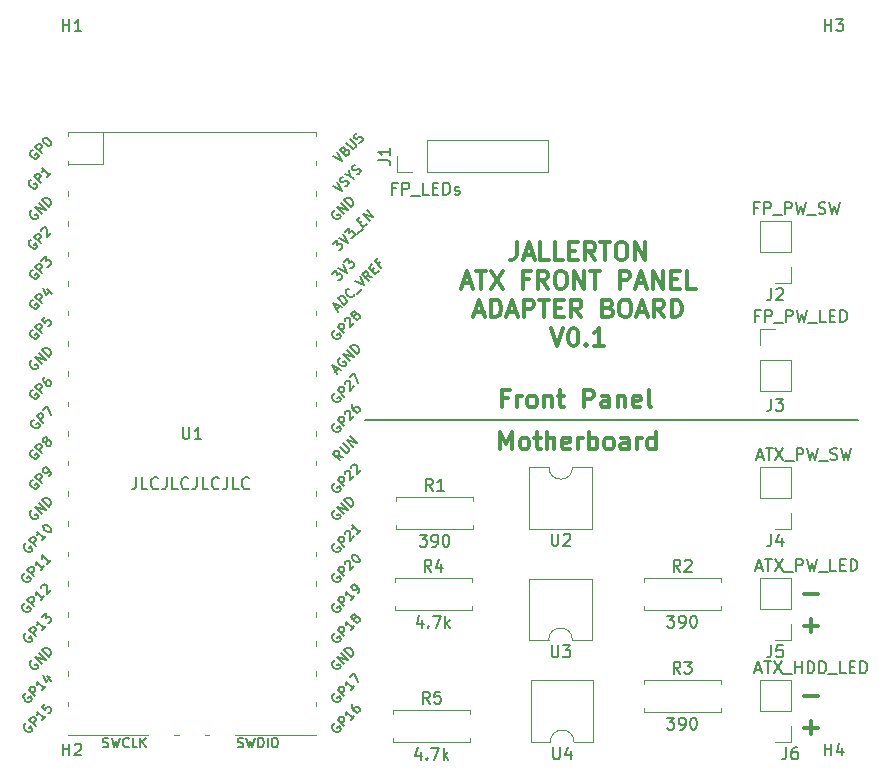
<source format=gbr>
%TF.GenerationSoftware,KiCad,Pcbnew,7.0.2*%
%TF.CreationDate,2024-05-01T19:32:08+01:00*%
%TF.ProjectId,PowerButtonPi,506f7765-7242-4757-9474-6f6e50692e6b,rev?*%
%TF.SameCoordinates,Original*%
%TF.FileFunction,Legend,Top*%
%TF.FilePolarity,Positive*%
%FSLAX46Y46*%
G04 Gerber Fmt 4.6, Leading zero omitted, Abs format (unit mm)*
G04 Created by KiCad (PCBNEW 7.0.2) date 2024-05-01 19:32:08*
%MOMM*%
%LPD*%
G01*
G04 APERTURE LIST*
%ADD10C,0.200000*%
%ADD11C,0.300000*%
%ADD12C,0.150000*%
%ADD13C,0.120000*%
G04 APERTURE END LIST*
D10*
X137604500Y-55880000D02*
X179387500Y-55880000D01*
D11*
X149074142Y-58363428D02*
X149074142Y-56863428D01*
X149074142Y-56863428D02*
X149574142Y-57934857D01*
X149574142Y-57934857D02*
X150074142Y-56863428D01*
X150074142Y-56863428D02*
X150074142Y-58363428D01*
X151002714Y-58363428D02*
X150859857Y-58292000D01*
X150859857Y-58292000D02*
X150788428Y-58220571D01*
X150788428Y-58220571D02*
X150717000Y-58077714D01*
X150717000Y-58077714D02*
X150717000Y-57649142D01*
X150717000Y-57649142D02*
X150788428Y-57506285D01*
X150788428Y-57506285D02*
X150859857Y-57434857D01*
X150859857Y-57434857D02*
X151002714Y-57363428D01*
X151002714Y-57363428D02*
X151217000Y-57363428D01*
X151217000Y-57363428D02*
X151359857Y-57434857D01*
X151359857Y-57434857D02*
X151431286Y-57506285D01*
X151431286Y-57506285D02*
X151502714Y-57649142D01*
X151502714Y-57649142D02*
X151502714Y-58077714D01*
X151502714Y-58077714D02*
X151431286Y-58220571D01*
X151431286Y-58220571D02*
X151359857Y-58292000D01*
X151359857Y-58292000D02*
X151217000Y-58363428D01*
X151217000Y-58363428D02*
X151002714Y-58363428D01*
X151931286Y-57363428D02*
X152502714Y-57363428D01*
X152145571Y-56863428D02*
X152145571Y-58149142D01*
X152145571Y-58149142D02*
X152217000Y-58292000D01*
X152217000Y-58292000D02*
X152359857Y-58363428D01*
X152359857Y-58363428D02*
X152502714Y-58363428D01*
X153002714Y-58363428D02*
X153002714Y-56863428D01*
X153645572Y-58363428D02*
X153645572Y-57577714D01*
X153645572Y-57577714D02*
X153574143Y-57434857D01*
X153574143Y-57434857D02*
X153431286Y-57363428D01*
X153431286Y-57363428D02*
X153217000Y-57363428D01*
X153217000Y-57363428D02*
X153074143Y-57434857D01*
X153074143Y-57434857D02*
X153002714Y-57506285D01*
X154931286Y-58292000D02*
X154788429Y-58363428D01*
X154788429Y-58363428D02*
X154502715Y-58363428D01*
X154502715Y-58363428D02*
X154359857Y-58292000D01*
X154359857Y-58292000D02*
X154288429Y-58149142D01*
X154288429Y-58149142D02*
X154288429Y-57577714D01*
X154288429Y-57577714D02*
X154359857Y-57434857D01*
X154359857Y-57434857D02*
X154502715Y-57363428D01*
X154502715Y-57363428D02*
X154788429Y-57363428D01*
X154788429Y-57363428D02*
X154931286Y-57434857D01*
X154931286Y-57434857D02*
X155002715Y-57577714D01*
X155002715Y-57577714D02*
X155002715Y-57720571D01*
X155002715Y-57720571D02*
X154288429Y-57863428D01*
X155645571Y-58363428D02*
X155645571Y-57363428D01*
X155645571Y-57649142D02*
X155717000Y-57506285D01*
X155717000Y-57506285D02*
X155788429Y-57434857D01*
X155788429Y-57434857D02*
X155931286Y-57363428D01*
X155931286Y-57363428D02*
X156074143Y-57363428D01*
X156574142Y-58363428D02*
X156574142Y-56863428D01*
X156574142Y-57434857D02*
X156717000Y-57363428D01*
X156717000Y-57363428D02*
X157002714Y-57363428D01*
X157002714Y-57363428D02*
X157145571Y-57434857D01*
X157145571Y-57434857D02*
X157217000Y-57506285D01*
X157217000Y-57506285D02*
X157288428Y-57649142D01*
X157288428Y-57649142D02*
X157288428Y-58077714D01*
X157288428Y-58077714D02*
X157217000Y-58220571D01*
X157217000Y-58220571D02*
X157145571Y-58292000D01*
X157145571Y-58292000D02*
X157002714Y-58363428D01*
X157002714Y-58363428D02*
X156717000Y-58363428D01*
X156717000Y-58363428D02*
X156574142Y-58292000D01*
X158145571Y-58363428D02*
X158002714Y-58292000D01*
X158002714Y-58292000D02*
X157931285Y-58220571D01*
X157931285Y-58220571D02*
X157859857Y-58077714D01*
X157859857Y-58077714D02*
X157859857Y-57649142D01*
X157859857Y-57649142D02*
X157931285Y-57506285D01*
X157931285Y-57506285D02*
X158002714Y-57434857D01*
X158002714Y-57434857D02*
X158145571Y-57363428D01*
X158145571Y-57363428D02*
X158359857Y-57363428D01*
X158359857Y-57363428D02*
X158502714Y-57434857D01*
X158502714Y-57434857D02*
X158574143Y-57506285D01*
X158574143Y-57506285D02*
X158645571Y-57649142D01*
X158645571Y-57649142D02*
X158645571Y-58077714D01*
X158645571Y-58077714D02*
X158574143Y-58220571D01*
X158574143Y-58220571D02*
X158502714Y-58292000D01*
X158502714Y-58292000D02*
X158359857Y-58363428D01*
X158359857Y-58363428D02*
X158145571Y-58363428D01*
X159931286Y-58363428D02*
X159931286Y-57577714D01*
X159931286Y-57577714D02*
X159859857Y-57434857D01*
X159859857Y-57434857D02*
X159717000Y-57363428D01*
X159717000Y-57363428D02*
X159431286Y-57363428D01*
X159431286Y-57363428D02*
X159288428Y-57434857D01*
X159931286Y-58292000D02*
X159788428Y-58363428D01*
X159788428Y-58363428D02*
X159431286Y-58363428D01*
X159431286Y-58363428D02*
X159288428Y-58292000D01*
X159288428Y-58292000D02*
X159217000Y-58149142D01*
X159217000Y-58149142D02*
X159217000Y-58006285D01*
X159217000Y-58006285D02*
X159288428Y-57863428D01*
X159288428Y-57863428D02*
X159431286Y-57792000D01*
X159431286Y-57792000D02*
X159788428Y-57792000D01*
X159788428Y-57792000D02*
X159931286Y-57720571D01*
X160645571Y-58363428D02*
X160645571Y-57363428D01*
X160645571Y-57649142D02*
X160717000Y-57506285D01*
X160717000Y-57506285D02*
X160788429Y-57434857D01*
X160788429Y-57434857D02*
X160931286Y-57363428D01*
X160931286Y-57363428D02*
X161074143Y-57363428D01*
X162217000Y-58363428D02*
X162217000Y-56863428D01*
X162217000Y-58292000D02*
X162074142Y-58363428D01*
X162074142Y-58363428D02*
X161788428Y-58363428D01*
X161788428Y-58363428D02*
X161645571Y-58292000D01*
X161645571Y-58292000D02*
X161574142Y-58220571D01*
X161574142Y-58220571D02*
X161502714Y-58077714D01*
X161502714Y-58077714D02*
X161502714Y-57649142D01*
X161502714Y-57649142D02*
X161574142Y-57506285D01*
X161574142Y-57506285D02*
X161645571Y-57434857D01*
X161645571Y-57434857D02*
X161788428Y-57363428D01*
X161788428Y-57363428D02*
X162074142Y-57363428D01*
X162074142Y-57363428D02*
X162217000Y-57434857D01*
X149701142Y-54021714D02*
X149201142Y-54021714D01*
X149201142Y-54807428D02*
X149201142Y-53307428D01*
X149201142Y-53307428D02*
X149915428Y-53307428D01*
X150486856Y-54807428D02*
X150486856Y-53807428D01*
X150486856Y-54093142D02*
X150558285Y-53950285D01*
X150558285Y-53950285D02*
X150629714Y-53878857D01*
X150629714Y-53878857D02*
X150772571Y-53807428D01*
X150772571Y-53807428D02*
X150915428Y-53807428D01*
X151629713Y-54807428D02*
X151486856Y-54736000D01*
X151486856Y-54736000D02*
X151415427Y-54664571D01*
X151415427Y-54664571D02*
X151343999Y-54521714D01*
X151343999Y-54521714D02*
X151343999Y-54093142D01*
X151343999Y-54093142D02*
X151415427Y-53950285D01*
X151415427Y-53950285D02*
X151486856Y-53878857D01*
X151486856Y-53878857D02*
X151629713Y-53807428D01*
X151629713Y-53807428D02*
X151843999Y-53807428D01*
X151843999Y-53807428D02*
X151986856Y-53878857D01*
X151986856Y-53878857D02*
X152058285Y-53950285D01*
X152058285Y-53950285D02*
X152129713Y-54093142D01*
X152129713Y-54093142D02*
X152129713Y-54521714D01*
X152129713Y-54521714D02*
X152058285Y-54664571D01*
X152058285Y-54664571D02*
X151986856Y-54736000D01*
X151986856Y-54736000D02*
X151843999Y-54807428D01*
X151843999Y-54807428D02*
X151629713Y-54807428D01*
X152772570Y-53807428D02*
X152772570Y-54807428D01*
X152772570Y-53950285D02*
X152843999Y-53878857D01*
X152843999Y-53878857D02*
X152986856Y-53807428D01*
X152986856Y-53807428D02*
X153201142Y-53807428D01*
X153201142Y-53807428D02*
X153343999Y-53878857D01*
X153343999Y-53878857D02*
X153415428Y-54021714D01*
X153415428Y-54021714D02*
X153415428Y-54807428D01*
X153915428Y-53807428D02*
X154486856Y-53807428D01*
X154129713Y-53307428D02*
X154129713Y-54593142D01*
X154129713Y-54593142D02*
X154201142Y-54736000D01*
X154201142Y-54736000D02*
X154343999Y-54807428D01*
X154343999Y-54807428D02*
X154486856Y-54807428D01*
X156129713Y-54807428D02*
X156129713Y-53307428D01*
X156129713Y-53307428D02*
X156701142Y-53307428D01*
X156701142Y-53307428D02*
X156843999Y-53378857D01*
X156843999Y-53378857D02*
X156915428Y-53450285D01*
X156915428Y-53450285D02*
X156986856Y-53593142D01*
X156986856Y-53593142D02*
X156986856Y-53807428D01*
X156986856Y-53807428D02*
X156915428Y-53950285D01*
X156915428Y-53950285D02*
X156843999Y-54021714D01*
X156843999Y-54021714D02*
X156701142Y-54093142D01*
X156701142Y-54093142D02*
X156129713Y-54093142D01*
X158272571Y-54807428D02*
X158272571Y-54021714D01*
X158272571Y-54021714D02*
X158201142Y-53878857D01*
X158201142Y-53878857D02*
X158058285Y-53807428D01*
X158058285Y-53807428D02*
X157772571Y-53807428D01*
X157772571Y-53807428D02*
X157629713Y-53878857D01*
X158272571Y-54736000D02*
X158129713Y-54807428D01*
X158129713Y-54807428D02*
X157772571Y-54807428D01*
X157772571Y-54807428D02*
X157629713Y-54736000D01*
X157629713Y-54736000D02*
X157558285Y-54593142D01*
X157558285Y-54593142D02*
X157558285Y-54450285D01*
X157558285Y-54450285D02*
X157629713Y-54307428D01*
X157629713Y-54307428D02*
X157772571Y-54236000D01*
X157772571Y-54236000D02*
X158129713Y-54236000D01*
X158129713Y-54236000D02*
X158272571Y-54164571D01*
X158986856Y-53807428D02*
X158986856Y-54807428D01*
X158986856Y-53950285D02*
X159058285Y-53878857D01*
X159058285Y-53878857D02*
X159201142Y-53807428D01*
X159201142Y-53807428D02*
X159415428Y-53807428D01*
X159415428Y-53807428D02*
X159558285Y-53878857D01*
X159558285Y-53878857D02*
X159629714Y-54021714D01*
X159629714Y-54021714D02*
X159629714Y-54807428D01*
X160915428Y-54736000D02*
X160772571Y-54807428D01*
X160772571Y-54807428D02*
X160486857Y-54807428D01*
X160486857Y-54807428D02*
X160343999Y-54736000D01*
X160343999Y-54736000D02*
X160272571Y-54593142D01*
X160272571Y-54593142D02*
X160272571Y-54021714D01*
X160272571Y-54021714D02*
X160343999Y-53878857D01*
X160343999Y-53878857D02*
X160486857Y-53807428D01*
X160486857Y-53807428D02*
X160772571Y-53807428D01*
X160772571Y-53807428D02*
X160915428Y-53878857D01*
X160915428Y-53878857D02*
X160986857Y-54021714D01*
X160986857Y-54021714D02*
X160986857Y-54164571D01*
X160986857Y-54164571D02*
X160272571Y-54307428D01*
X161843999Y-54807428D02*
X161701142Y-54736000D01*
X161701142Y-54736000D02*
X161629713Y-54593142D01*
X161629713Y-54593142D02*
X161629713Y-53307428D01*
X174815571Y-81927000D02*
X175958429Y-81927000D01*
X175387000Y-82498428D02*
X175387000Y-81355571D01*
X174815571Y-73286000D02*
X175958429Y-73286000D01*
X175387000Y-73857428D02*
X175387000Y-72714571D01*
D12*
X118229451Y-60726619D02*
X118229451Y-61440904D01*
X118229451Y-61440904D02*
X118181832Y-61583761D01*
X118181832Y-61583761D02*
X118086594Y-61679000D01*
X118086594Y-61679000D02*
X117943737Y-61726619D01*
X117943737Y-61726619D02*
X117848499Y-61726619D01*
X119181832Y-61726619D02*
X118705642Y-61726619D01*
X118705642Y-61726619D02*
X118705642Y-60726619D01*
X120086594Y-61631380D02*
X120038975Y-61679000D01*
X120038975Y-61679000D02*
X119896118Y-61726619D01*
X119896118Y-61726619D02*
X119800880Y-61726619D01*
X119800880Y-61726619D02*
X119658023Y-61679000D01*
X119658023Y-61679000D02*
X119562785Y-61583761D01*
X119562785Y-61583761D02*
X119515166Y-61488523D01*
X119515166Y-61488523D02*
X119467547Y-61298047D01*
X119467547Y-61298047D02*
X119467547Y-61155190D01*
X119467547Y-61155190D02*
X119515166Y-60964714D01*
X119515166Y-60964714D02*
X119562785Y-60869476D01*
X119562785Y-60869476D02*
X119658023Y-60774238D01*
X119658023Y-60774238D02*
X119800880Y-60726619D01*
X119800880Y-60726619D02*
X119896118Y-60726619D01*
X119896118Y-60726619D02*
X120038975Y-60774238D01*
X120038975Y-60774238D02*
X120086594Y-60821857D01*
X120800880Y-60726619D02*
X120800880Y-61440904D01*
X120800880Y-61440904D02*
X120753261Y-61583761D01*
X120753261Y-61583761D02*
X120658023Y-61679000D01*
X120658023Y-61679000D02*
X120515166Y-61726619D01*
X120515166Y-61726619D02*
X120419928Y-61726619D01*
X121753261Y-61726619D02*
X121277071Y-61726619D01*
X121277071Y-61726619D02*
X121277071Y-60726619D01*
X122658023Y-61631380D02*
X122610404Y-61679000D01*
X122610404Y-61679000D02*
X122467547Y-61726619D01*
X122467547Y-61726619D02*
X122372309Y-61726619D01*
X122372309Y-61726619D02*
X122229452Y-61679000D01*
X122229452Y-61679000D02*
X122134214Y-61583761D01*
X122134214Y-61583761D02*
X122086595Y-61488523D01*
X122086595Y-61488523D02*
X122038976Y-61298047D01*
X122038976Y-61298047D02*
X122038976Y-61155190D01*
X122038976Y-61155190D02*
X122086595Y-60964714D01*
X122086595Y-60964714D02*
X122134214Y-60869476D01*
X122134214Y-60869476D02*
X122229452Y-60774238D01*
X122229452Y-60774238D02*
X122372309Y-60726619D01*
X122372309Y-60726619D02*
X122467547Y-60726619D01*
X122467547Y-60726619D02*
X122610404Y-60774238D01*
X122610404Y-60774238D02*
X122658023Y-60821857D01*
X123372309Y-60726619D02*
X123372309Y-61440904D01*
X123372309Y-61440904D02*
X123324690Y-61583761D01*
X123324690Y-61583761D02*
X123229452Y-61679000D01*
X123229452Y-61679000D02*
X123086595Y-61726619D01*
X123086595Y-61726619D02*
X122991357Y-61726619D01*
X124324690Y-61726619D02*
X123848500Y-61726619D01*
X123848500Y-61726619D02*
X123848500Y-60726619D01*
X125229452Y-61631380D02*
X125181833Y-61679000D01*
X125181833Y-61679000D02*
X125038976Y-61726619D01*
X125038976Y-61726619D02*
X124943738Y-61726619D01*
X124943738Y-61726619D02*
X124800881Y-61679000D01*
X124800881Y-61679000D02*
X124705643Y-61583761D01*
X124705643Y-61583761D02*
X124658024Y-61488523D01*
X124658024Y-61488523D02*
X124610405Y-61298047D01*
X124610405Y-61298047D02*
X124610405Y-61155190D01*
X124610405Y-61155190D02*
X124658024Y-60964714D01*
X124658024Y-60964714D02*
X124705643Y-60869476D01*
X124705643Y-60869476D02*
X124800881Y-60774238D01*
X124800881Y-60774238D02*
X124943738Y-60726619D01*
X124943738Y-60726619D02*
X125038976Y-60726619D01*
X125038976Y-60726619D02*
X125181833Y-60774238D01*
X125181833Y-60774238D02*
X125229452Y-60821857D01*
X125943738Y-60726619D02*
X125943738Y-61440904D01*
X125943738Y-61440904D02*
X125896119Y-61583761D01*
X125896119Y-61583761D02*
X125800881Y-61679000D01*
X125800881Y-61679000D02*
X125658024Y-61726619D01*
X125658024Y-61726619D02*
X125562786Y-61726619D01*
X126896119Y-61726619D02*
X126419929Y-61726619D01*
X126419929Y-61726619D02*
X126419929Y-60726619D01*
X127800881Y-61631380D02*
X127753262Y-61679000D01*
X127753262Y-61679000D02*
X127610405Y-61726619D01*
X127610405Y-61726619D02*
X127515167Y-61726619D01*
X127515167Y-61726619D02*
X127372310Y-61679000D01*
X127372310Y-61679000D02*
X127277072Y-61583761D01*
X127277072Y-61583761D02*
X127229453Y-61488523D01*
X127229453Y-61488523D02*
X127181834Y-61298047D01*
X127181834Y-61298047D02*
X127181834Y-61155190D01*
X127181834Y-61155190D02*
X127229453Y-60964714D01*
X127229453Y-60964714D02*
X127277072Y-60869476D01*
X127277072Y-60869476D02*
X127372310Y-60774238D01*
X127372310Y-60774238D02*
X127515167Y-60726619D01*
X127515167Y-60726619D02*
X127610405Y-60726619D01*
X127610405Y-60726619D02*
X127753262Y-60774238D01*
X127753262Y-60774238D02*
X127800881Y-60821857D01*
D11*
X150461856Y-40810428D02*
X150461856Y-41881857D01*
X150461856Y-41881857D02*
X150390427Y-42096142D01*
X150390427Y-42096142D02*
X150247570Y-42239000D01*
X150247570Y-42239000D02*
X150033284Y-42310428D01*
X150033284Y-42310428D02*
X149890427Y-42310428D01*
X151104713Y-41881857D02*
X151818999Y-41881857D01*
X150961856Y-42310428D02*
X151461856Y-40810428D01*
X151461856Y-40810428D02*
X151961856Y-42310428D01*
X153176141Y-42310428D02*
X152461855Y-42310428D01*
X152461855Y-42310428D02*
X152461855Y-40810428D01*
X154390427Y-42310428D02*
X153676141Y-42310428D01*
X153676141Y-42310428D02*
X153676141Y-40810428D01*
X154890427Y-41524714D02*
X155390427Y-41524714D01*
X155604713Y-42310428D02*
X154890427Y-42310428D01*
X154890427Y-42310428D02*
X154890427Y-40810428D01*
X154890427Y-40810428D02*
X155604713Y-40810428D01*
X157104713Y-42310428D02*
X156604713Y-41596142D01*
X156247570Y-42310428D02*
X156247570Y-40810428D01*
X156247570Y-40810428D02*
X156818999Y-40810428D01*
X156818999Y-40810428D02*
X156961856Y-40881857D01*
X156961856Y-40881857D02*
X157033285Y-40953285D01*
X157033285Y-40953285D02*
X157104713Y-41096142D01*
X157104713Y-41096142D02*
X157104713Y-41310428D01*
X157104713Y-41310428D02*
X157033285Y-41453285D01*
X157033285Y-41453285D02*
X156961856Y-41524714D01*
X156961856Y-41524714D02*
X156818999Y-41596142D01*
X156818999Y-41596142D02*
X156247570Y-41596142D01*
X157533285Y-40810428D02*
X158390428Y-40810428D01*
X157961856Y-42310428D02*
X157961856Y-40810428D01*
X159176142Y-40810428D02*
X159461856Y-40810428D01*
X159461856Y-40810428D02*
X159604713Y-40881857D01*
X159604713Y-40881857D02*
X159747570Y-41024714D01*
X159747570Y-41024714D02*
X159818999Y-41310428D01*
X159818999Y-41310428D02*
X159818999Y-41810428D01*
X159818999Y-41810428D02*
X159747570Y-42096142D01*
X159747570Y-42096142D02*
X159604713Y-42239000D01*
X159604713Y-42239000D02*
X159461856Y-42310428D01*
X159461856Y-42310428D02*
X159176142Y-42310428D01*
X159176142Y-42310428D02*
X159033285Y-42239000D01*
X159033285Y-42239000D02*
X158890427Y-42096142D01*
X158890427Y-42096142D02*
X158818999Y-41810428D01*
X158818999Y-41810428D02*
X158818999Y-41310428D01*
X158818999Y-41310428D02*
X158890427Y-41024714D01*
X158890427Y-41024714D02*
X159033285Y-40881857D01*
X159033285Y-40881857D02*
X159176142Y-40810428D01*
X160461856Y-42310428D02*
X160461856Y-40810428D01*
X160461856Y-40810428D02*
X161318999Y-42310428D01*
X161318999Y-42310428D02*
X161318999Y-40810428D01*
X145890428Y-44311857D02*
X146604714Y-44311857D01*
X145747571Y-44740428D02*
X146247571Y-43240428D01*
X146247571Y-43240428D02*
X146747571Y-44740428D01*
X147033285Y-43240428D02*
X147890428Y-43240428D01*
X147461856Y-44740428D02*
X147461856Y-43240428D01*
X148247570Y-43240428D02*
X149247570Y-44740428D01*
X149247570Y-43240428D02*
X148247570Y-44740428D01*
X151461855Y-43954714D02*
X150961855Y-43954714D01*
X150961855Y-44740428D02*
X150961855Y-43240428D01*
X150961855Y-43240428D02*
X151676141Y-43240428D01*
X153104712Y-44740428D02*
X152604712Y-44026142D01*
X152247569Y-44740428D02*
X152247569Y-43240428D01*
X152247569Y-43240428D02*
X152818998Y-43240428D01*
X152818998Y-43240428D02*
X152961855Y-43311857D01*
X152961855Y-43311857D02*
X153033284Y-43383285D01*
X153033284Y-43383285D02*
X153104712Y-43526142D01*
X153104712Y-43526142D02*
X153104712Y-43740428D01*
X153104712Y-43740428D02*
X153033284Y-43883285D01*
X153033284Y-43883285D02*
X152961855Y-43954714D01*
X152961855Y-43954714D02*
X152818998Y-44026142D01*
X152818998Y-44026142D02*
X152247569Y-44026142D01*
X154033284Y-43240428D02*
X154318998Y-43240428D01*
X154318998Y-43240428D02*
X154461855Y-43311857D01*
X154461855Y-43311857D02*
X154604712Y-43454714D01*
X154604712Y-43454714D02*
X154676141Y-43740428D01*
X154676141Y-43740428D02*
X154676141Y-44240428D01*
X154676141Y-44240428D02*
X154604712Y-44526142D01*
X154604712Y-44526142D02*
X154461855Y-44669000D01*
X154461855Y-44669000D02*
X154318998Y-44740428D01*
X154318998Y-44740428D02*
X154033284Y-44740428D01*
X154033284Y-44740428D02*
X153890427Y-44669000D01*
X153890427Y-44669000D02*
X153747569Y-44526142D01*
X153747569Y-44526142D02*
X153676141Y-44240428D01*
X153676141Y-44240428D02*
X153676141Y-43740428D01*
X153676141Y-43740428D02*
X153747569Y-43454714D01*
X153747569Y-43454714D02*
X153890427Y-43311857D01*
X153890427Y-43311857D02*
X154033284Y-43240428D01*
X155318998Y-44740428D02*
X155318998Y-43240428D01*
X155318998Y-43240428D02*
X156176141Y-44740428D01*
X156176141Y-44740428D02*
X156176141Y-43240428D01*
X156676142Y-43240428D02*
X157533285Y-43240428D01*
X157104713Y-44740428D02*
X157104713Y-43240428D01*
X159176141Y-44740428D02*
X159176141Y-43240428D01*
X159176141Y-43240428D02*
X159747570Y-43240428D01*
X159747570Y-43240428D02*
X159890427Y-43311857D01*
X159890427Y-43311857D02*
X159961856Y-43383285D01*
X159961856Y-43383285D02*
X160033284Y-43526142D01*
X160033284Y-43526142D02*
X160033284Y-43740428D01*
X160033284Y-43740428D02*
X159961856Y-43883285D01*
X159961856Y-43883285D02*
X159890427Y-43954714D01*
X159890427Y-43954714D02*
X159747570Y-44026142D01*
X159747570Y-44026142D02*
X159176141Y-44026142D01*
X160604713Y-44311857D02*
X161318999Y-44311857D01*
X160461856Y-44740428D02*
X160961856Y-43240428D01*
X160961856Y-43240428D02*
X161461856Y-44740428D01*
X161961855Y-44740428D02*
X161961855Y-43240428D01*
X161961855Y-43240428D02*
X162818998Y-44740428D01*
X162818998Y-44740428D02*
X162818998Y-43240428D01*
X163533284Y-43954714D02*
X164033284Y-43954714D01*
X164247570Y-44740428D02*
X163533284Y-44740428D01*
X163533284Y-44740428D02*
X163533284Y-43240428D01*
X163533284Y-43240428D02*
X164247570Y-43240428D01*
X165604713Y-44740428D02*
X164890427Y-44740428D01*
X164890427Y-44740428D02*
X164890427Y-43240428D01*
X146926142Y-46741857D02*
X147640428Y-46741857D01*
X146783285Y-47170428D02*
X147283285Y-45670428D01*
X147283285Y-45670428D02*
X147783285Y-47170428D01*
X148283284Y-47170428D02*
X148283284Y-45670428D01*
X148283284Y-45670428D02*
X148640427Y-45670428D01*
X148640427Y-45670428D02*
X148854713Y-45741857D01*
X148854713Y-45741857D02*
X148997570Y-45884714D01*
X148997570Y-45884714D02*
X149068999Y-46027571D01*
X149068999Y-46027571D02*
X149140427Y-46313285D01*
X149140427Y-46313285D02*
X149140427Y-46527571D01*
X149140427Y-46527571D02*
X149068999Y-46813285D01*
X149068999Y-46813285D02*
X148997570Y-46956142D01*
X148997570Y-46956142D02*
X148854713Y-47099000D01*
X148854713Y-47099000D02*
X148640427Y-47170428D01*
X148640427Y-47170428D02*
X148283284Y-47170428D01*
X149711856Y-46741857D02*
X150426142Y-46741857D01*
X149568999Y-47170428D02*
X150068999Y-45670428D01*
X150068999Y-45670428D02*
X150568999Y-47170428D01*
X151068998Y-47170428D02*
X151068998Y-45670428D01*
X151068998Y-45670428D02*
X151640427Y-45670428D01*
X151640427Y-45670428D02*
X151783284Y-45741857D01*
X151783284Y-45741857D02*
X151854713Y-45813285D01*
X151854713Y-45813285D02*
X151926141Y-45956142D01*
X151926141Y-45956142D02*
X151926141Y-46170428D01*
X151926141Y-46170428D02*
X151854713Y-46313285D01*
X151854713Y-46313285D02*
X151783284Y-46384714D01*
X151783284Y-46384714D02*
X151640427Y-46456142D01*
X151640427Y-46456142D02*
X151068998Y-46456142D01*
X152354713Y-45670428D02*
X153211856Y-45670428D01*
X152783284Y-47170428D02*
X152783284Y-45670428D01*
X153711855Y-46384714D02*
X154211855Y-46384714D01*
X154426141Y-47170428D02*
X153711855Y-47170428D01*
X153711855Y-47170428D02*
X153711855Y-45670428D01*
X153711855Y-45670428D02*
X154426141Y-45670428D01*
X155926141Y-47170428D02*
X155426141Y-46456142D01*
X155068998Y-47170428D02*
X155068998Y-45670428D01*
X155068998Y-45670428D02*
X155640427Y-45670428D01*
X155640427Y-45670428D02*
X155783284Y-45741857D01*
X155783284Y-45741857D02*
X155854713Y-45813285D01*
X155854713Y-45813285D02*
X155926141Y-45956142D01*
X155926141Y-45956142D02*
X155926141Y-46170428D01*
X155926141Y-46170428D02*
X155854713Y-46313285D01*
X155854713Y-46313285D02*
X155783284Y-46384714D01*
X155783284Y-46384714D02*
X155640427Y-46456142D01*
X155640427Y-46456142D02*
X155068998Y-46456142D01*
X158211855Y-46384714D02*
X158426141Y-46456142D01*
X158426141Y-46456142D02*
X158497570Y-46527571D01*
X158497570Y-46527571D02*
X158568998Y-46670428D01*
X158568998Y-46670428D02*
X158568998Y-46884714D01*
X158568998Y-46884714D02*
X158497570Y-47027571D01*
X158497570Y-47027571D02*
X158426141Y-47099000D01*
X158426141Y-47099000D02*
X158283284Y-47170428D01*
X158283284Y-47170428D02*
X157711855Y-47170428D01*
X157711855Y-47170428D02*
X157711855Y-45670428D01*
X157711855Y-45670428D02*
X158211855Y-45670428D01*
X158211855Y-45670428D02*
X158354713Y-45741857D01*
X158354713Y-45741857D02*
X158426141Y-45813285D01*
X158426141Y-45813285D02*
X158497570Y-45956142D01*
X158497570Y-45956142D02*
X158497570Y-46099000D01*
X158497570Y-46099000D02*
X158426141Y-46241857D01*
X158426141Y-46241857D02*
X158354713Y-46313285D01*
X158354713Y-46313285D02*
X158211855Y-46384714D01*
X158211855Y-46384714D02*
X157711855Y-46384714D01*
X159497570Y-45670428D02*
X159783284Y-45670428D01*
X159783284Y-45670428D02*
X159926141Y-45741857D01*
X159926141Y-45741857D02*
X160068998Y-45884714D01*
X160068998Y-45884714D02*
X160140427Y-46170428D01*
X160140427Y-46170428D02*
X160140427Y-46670428D01*
X160140427Y-46670428D02*
X160068998Y-46956142D01*
X160068998Y-46956142D02*
X159926141Y-47099000D01*
X159926141Y-47099000D02*
X159783284Y-47170428D01*
X159783284Y-47170428D02*
X159497570Y-47170428D01*
X159497570Y-47170428D02*
X159354713Y-47099000D01*
X159354713Y-47099000D02*
X159211855Y-46956142D01*
X159211855Y-46956142D02*
X159140427Y-46670428D01*
X159140427Y-46670428D02*
X159140427Y-46170428D01*
X159140427Y-46170428D02*
X159211855Y-45884714D01*
X159211855Y-45884714D02*
X159354713Y-45741857D01*
X159354713Y-45741857D02*
X159497570Y-45670428D01*
X160711856Y-46741857D02*
X161426142Y-46741857D01*
X160568999Y-47170428D02*
X161068999Y-45670428D01*
X161068999Y-45670428D02*
X161568999Y-47170428D01*
X162926141Y-47170428D02*
X162426141Y-46456142D01*
X162068998Y-47170428D02*
X162068998Y-45670428D01*
X162068998Y-45670428D02*
X162640427Y-45670428D01*
X162640427Y-45670428D02*
X162783284Y-45741857D01*
X162783284Y-45741857D02*
X162854713Y-45813285D01*
X162854713Y-45813285D02*
X162926141Y-45956142D01*
X162926141Y-45956142D02*
X162926141Y-46170428D01*
X162926141Y-46170428D02*
X162854713Y-46313285D01*
X162854713Y-46313285D02*
X162783284Y-46384714D01*
X162783284Y-46384714D02*
X162640427Y-46456142D01*
X162640427Y-46456142D02*
X162068998Y-46456142D01*
X163568998Y-47170428D02*
X163568998Y-45670428D01*
X163568998Y-45670428D02*
X163926141Y-45670428D01*
X163926141Y-45670428D02*
X164140427Y-45741857D01*
X164140427Y-45741857D02*
X164283284Y-45884714D01*
X164283284Y-45884714D02*
X164354713Y-46027571D01*
X164354713Y-46027571D02*
X164426141Y-46313285D01*
X164426141Y-46313285D02*
X164426141Y-46527571D01*
X164426141Y-46527571D02*
X164354713Y-46813285D01*
X164354713Y-46813285D02*
X164283284Y-46956142D01*
X164283284Y-46956142D02*
X164140427Y-47099000D01*
X164140427Y-47099000D02*
X163926141Y-47170428D01*
X163926141Y-47170428D02*
X163568998Y-47170428D01*
X153390428Y-48100428D02*
X153890428Y-49600428D01*
X153890428Y-49600428D02*
X154390428Y-48100428D01*
X155176142Y-48100428D02*
X155318999Y-48100428D01*
X155318999Y-48100428D02*
X155461856Y-48171857D01*
X155461856Y-48171857D02*
X155533285Y-48243285D01*
X155533285Y-48243285D02*
X155604713Y-48386142D01*
X155604713Y-48386142D02*
X155676142Y-48671857D01*
X155676142Y-48671857D02*
X155676142Y-49029000D01*
X155676142Y-49029000D02*
X155604713Y-49314714D01*
X155604713Y-49314714D02*
X155533285Y-49457571D01*
X155533285Y-49457571D02*
X155461856Y-49529000D01*
X155461856Y-49529000D02*
X155318999Y-49600428D01*
X155318999Y-49600428D02*
X155176142Y-49600428D01*
X155176142Y-49600428D02*
X155033285Y-49529000D01*
X155033285Y-49529000D02*
X154961856Y-49457571D01*
X154961856Y-49457571D02*
X154890427Y-49314714D01*
X154890427Y-49314714D02*
X154818999Y-49029000D01*
X154818999Y-49029000D02*
X154818999Y-48671857D01*
X154818999Y-48671857D02*
X154890427Y-48386142D01*
X154890427Y-48386142D02*
X154961856Y-48243285D01*
X154961856Y-48243285D02*
X155033285Y-48171857D01*
X155033285Y-48171857D02*
X155176142Y-48100428D01*
X156318998Y-49457571D02*
X156390427Y-49529000D01*
X156390427Y-49529000D02*
X156318998Y-49600428D01*
X156318998Y-49600428D02*
X156247570Y-49529000D01*
X156247570Y-49529000D02*
X156318998Y-49457571D01*
X156318998Y-49457571D02*
X156318998Y-49600428D01*
X157818999Y-49600428D02*
X156961856Y-49600428D01*
X157390427Y-49600428D02*
X157390427Y-48100428D01*
X157390427Y-48100428D02*
X157247570Y-48314714D01*
X157247570Y-48314714D02*
X157104713Y-48457571D01*
X157104713Y-48457571D02*
X156961856Y-48529000D01*
X174815571Y-70619000D02*
X175958429Y-70619000D01*
X174815571Y-79260000D02*
X175958429Y-79260000D01*
D12*
%TO.C,H2*%
X112014095Y-84273619D02*
X112014095Y-83273619D01*
X112014095Y-83749809D02*
X112585523Y-83749809D01*
X112585523Y-84273619D02*
X112585523Y-83273619D01*
X113014095Y-83368857D02*
X113061714Y-83321238D01*
X113061714Y-83321238D02*
X113156952Y-83273619D01*
X113156952Y-83273619D02*
X113395047Y-83273619D01*
X113395047Y-83273619D02*
X113490285Y-83321238D01*
X113490285Y-83321238D02*
X113537904Y-83368857D01*
X113537904Y-83368857D02*
X113585523Y-83464095D01*
X113585523Y-83464095D02*
X113585523Y-83559333D01*
X113585523Y-83559333D02*
X113537904Y-83702190D01*
X113537904Y-83702190D02*
X112966476Y-84273619D01*
X112966476Y-84273619D02*
X113585523Y-84273619D01*
%TO.C,U2*%
X153416095Y-65502619D02*
X153416095Y-66312142D01*
X153416095Y-66312142D02*
X153463714Y-66407380D01*
X153463714Y-66407380D02*
X153511333Y-66455000D01*
X153511333Y-66455000D02*
X153606571Y-66502619D01*
X153606571Y-66502619D02*
X153797047Y-66502619D01*
X153797047Y-66502619D02*
X153892285Y-66455000D01*
X153892285Y-66455000D02*
X153939904Y-66407380D01*
X153939904Y-66407380D02*
X153987523Y-66312142D01*
X153987523Y-66312142D02*
X153987523Y-65502619D01*
X154416095Y-65597857D02*
X154463714Y-65550238D01*
X154463714Y-65550238D02*
X154558952Y-65502619D01*
X154558952Y-65502619D02*
X154797047Y-65502619D01*
X154797047Y-65502619D02*
X154892285Y-65550238D01*
X154892285Y-65550238D02*
X154939904Y-65597857D01*
X154939904Y-65597857D02*
X154987523Y-65693095D01*
X154987523Y-65693095D02*
X154987523Y-65788333D01*
X154987523Y-65788333D02*
X154939904Y-65931190D01*
X154939904Y-65931190D02*
X154368476Y-66502619D01*
X154368476Y-66502619D02*
X154987523Y-66502619D01*
%TO.C,R3*%
X164298333Y-77340619D02*
X163965000Y-76864428D01*
X163726905Y-77340619D02*
X163726905Y-76340619D01*
X163726905Y-76340619D02*
X164107857Y-76340619D01*
X164107857Y-76340619D02*
X164203095Y-76388238D01*
X164203095Y-76388238D02*
X164250714Y-76435857D01*
X164250714Y-76435857D02*
X164298333Y-76531095D01*
X164298333Y-76531095D02*
X164298333Y-76673952D01*
X164298333Y-76673952D02*
X164250714Y-76769190D01*
X164250714Y-76769190D02*
X164203095Y-76816809D01*
X164203095Y-76816809D02*
X164107857Y-76864428D01*
X164107857Y-76864428D02*
X163726905Y-76864428D01*
X164631667Y-76340619D02*
X165250714Y-76340619D01*
X165250714Y-76340619D02*
X164917381Y-76721571D01*
X164917381Y-76721571D02*
X165060238Y-76721571D01*
X165060238Y-76721571D02*
X165155476Y-76769190D01*
X165155476Y-76769190D02*
X165203095Y-76816809D01*
X165203095Y-76816809D02*
X165250714Y-76912047D01*
X165250714Y-76912047D02*
X165250714Y-77150142D01*
X165250714Y-77150142D02*
X165203095Y-77245380D01*
X165203095Y-77245380D02*
X165155476Y-77293000D01*
X165155476Y-77293000D02*
X165060238Y-77340619D01*
X165060238Y-77340619D02*
X164774524Y-77340619D01*
X164774524Y-77340619D02*
X164679286Y-77293000D01*
X164679286Y-77293000D02*
X164631667Y-77245380D01*
X163179286Y-81080619D02*
X163798333Y-81080619D01*
X163798333Y-81080619D02*
X163465000Y-81461571D01*
X163465000Y-81461571D02*
X163607857Y-81461571D01*
X163607857Y-81461571D02*
X163703095Y-81509190D01*
X163703095Y-81509190D02*
X163750714Y-81556809D01*
X163750714Y-81556809D02*
X163798333Y-81652047D01*
X163798333Y-81652047D02*
X163798333Y-81890142D01*
X163798333Y-81890142D02*
X163750714Y-81985380D01*
X163750714Y-81985380D02*
X163703095Y-82033000D01*
X163703095Y-82033000D02*
X163607857Y-82080619D01*
X163607857Y-82080619D02*
X163322143Y-82080619D01*
X163322143Y-82080619D02*
X163226905Y-82033000D01*
X163226905Y-82033000D02*
X163179286Y-81985380D01*
X164274524Y-82080619D02*
X164465000Y-82080619D01*
X164465000Y-82080619D02*
X164560238Y-82033000D01*
X164560238Y-82033000D02*
X164607857Y-81985380D01*
X164607857Y-81985380D02*
X164703095Y-81842523D01*
X164703095Y-81842523D02*
X164750714Y-81652047D01*
X164750714Y-81652047D02*
X164750714Y-81271095D01*
X164750714Y-81271095D02*
X164703095Y-81175857D01*
X164703095Y-81175857D02*
X164655476Y-81128238D01*
X164655476Y-81128238D02*
X164560238Y-81080619D01*
X164560238Y-81080619D02*
X164369762Y-81080619D01*
X164369762Y-81080619D02*
X164274524Y-81128238D01*
X164274524Y-81128238D02*
X164226905Y-81175857D01*
X164226905Y-81175857D02*
X164179286Y-81271095D01*
X164179286Y-81271095D02*
X164179286Y-81509190D01*
X164179286Y-81509190D02*
X164226905Y-81604428D01*
X164226905Y-81604428D02*
X164274524Y-81652047D01*
X164274524Y-81652047D02*
X164369762Y-81699666D01*
X164369762Y-81699666D02*
X164560238Y-81699666D01*
X164560238Y-81699666D02*
X164655476Y-81652047D01*
X164655476Y-81652047D02*
X164703095Y-81604428D01*
X164703095Y-81604428D02*
X164750714Y-81509190D01*
X165369762Y-81080619D02*
X165465000Y-81080619D01*
X165465000Y-81080619D02*
X165560238Y-81128238D01*
X165560238Y-81128238D02*
X165607857Y-81175857D01*
X165607857Y-81175857D02*
X165655476Y-81271095D01*
X165655476Y-81271095D02*
X165703095Y-81461571D01*
X165703095Y-81461571D02*
X165703095Y-81699666D01*
X165703095Y-81699666D02*
X165655476Y-81890142D01*
X165655476Y-81890142D02*
X165607857Y-81985380D01*
X165607857Y-81985380D02*
X165560238Y-82033000D01*
X165560238Y-82033000D02*
X165465000Y-82080619D01*
X165465000Y-82080619D02*
X165369762Y-82080619D01*
X165369762Y-82080619D02*
X165274524Y-82033000D01*
X165274524Y-82033000D02*
X165226905Y-81985380D01*
X165226905Y-81985380D02*
X165179286Y-81890142D01*
X165179286Y-81890142D02*
X165131667Y-81699666D01*
X165131667Y-81699666D02*
X165131667Y-81461571D01*
X165131667Y-81461571D02*
X165179286Y-81271095D01*
X165179286Y-81271095D02*
X165226905Y-81175857D01*
X165226905Y-81175857D02*
X165274524Y-81128238D01*
X165274524Y-81128238D02*
X165369762Y-81080619D01*
%TO.C,U3*%
X153396095Y-74954619D02*
X153396095Y-75764142D01*
X153396095Y-75764142D02*
X153443714Y-75859380D01*
X153443714Y-75859380D02*
X153491333Y-75907000D01*
X153491333Y-75907000D02*
X153586571Y-75954619D01*
X153586571Y-75954619D02*
X153777047Y-75954619D01*
X153777047Y-75954619D02*
X153872285Y-75907000D01*
X153872285Y-75907000D02*
X153919904Y-75859380D01*
X153919904Y-75859380D02*
X153967523Y-75764142D01*
X153967523Y-75764142D02*
X153967523Y-74954619D01*
X154348476Y-74954619D02*
X154967523Y-74954619D01*
X154967523Y-74954619D02*
X154634190Y-75335571D01*
X154634190Y-75335571D02*
X154777047Y-75335571D01*
X154777047Y-75335571D02*
X154872285Y-75383190D01*
X154872285Y-75383190D02*
X154919904Y-75430809D01*
X154919904Y-75430809D02*
X154967523Y-75526047D01*
X154967523Y-75526047D02*
X154967523Y-75764142D01*
X154967523Y-75764142D02*
X154919904Y-75859380D01*
X154919904Y-75859380D02*
X154872285Y-75907000D01*
X154872285Y-75907000D02*
X154777047Y-75954619D01*
X154777047Y-75954619D02*
X154491333Y-75954619D01*
X154491333Y-75954619D02*
X154396095Y-75907000D01*
X154396095Y-75907000D02*
X154348476Y-75859380D01*
%TO.C,H3*%
X176530095Y-22932619D02*
X176530095Y-21932619D01*
X176530095Y-22408809D02*
X177101523Y-22408809D01*
X177101523Y-22932619D02*
X177101523Y-21932619D01*
X177482476Y-21932619D02*
X178101523Y-21932619D01*
X178101523Y-21932619D02*
X177768190Y-22313571D01*
X177768190Y-22313571D02*
X177911047Y-22313571D01*
X177911047Y-22313571D02*
X178006285Y-22361190D01*
X178006285Y-22361190D02*
X178053904Y-22408809D01*
X178053904Y-22408809D02*
X178101523Y-22504047D01*
X178101523Y-22504047D02*
X178101523Y-22742142D01*
X178101523Y-22742142D02*
X178053904Y-22837380D01*
X178053904Y-22837380D02*
X178006285Y-22885000D01*
X178006285Y-22885000D02*
X177911047Y-22932619D01*
X177911047Y-22932619D02*
X177625333Y-22932619D01*
X177625333Y-22932619D02*
X177530095Y-22885000D01*
X177530095Y-22885000D02*
X177482476Y-22837380D01*
%TO.C,J3*%
X172005666Y-54072619D02*
X172005666Y-54786904D01*
X172005666Y-54786904D02*
X171958047Y-54929761D01*
X171958047Y-54929761D02*
X171862809Y-55025000D01*
X171862809Y-55025000D02*
X171719952Y-55072619D01*
X171719952Y-55072619D02*
X171624714Y-55072619D01*
X172386619Y-54072619D02*
X173005666Y-54072619D01*
X173005666Y-54072619D02*
X172672333Y-54453571D01*
X172672333Y-54453571D02*
X172815190Y-54453571D01*
X172815190Y-54453571D02*
X172910428Y-54501190D01*
X172910428Y-54501190D02*
X172958047Y-54548809D01*
X172958047Y-54548809D02*
X173005666Y-54644047D01*
X173005666Y-54644047D02*
X173005666Y-54882142D01*
X173005666Y-54882142D02*
X172958047Y-54977380D01*
X172958047Y-54977380D02*
X172910428Y-55025000D01*
X172910428Y-55025000D02*
X172815190Y-55072619D01*
X172815190Y-55072619D02*
X172529476Y-55072619D01*
X172529476Y-55072619D02*
X172434238Y-55025000D01*
X172434238Y-55025000D02*
X172386619Y-54977380D01*
X170950380Y-47055809D02*
X170617047Y-47055809D01*
X170617047Y-47579619D02*
X170617047Y-46579619D01*
X170617047Y-46579619D02*
X171093237Y-46579619D01*
X171474190Y-47579619D02*
X171474190Y-46579619D01*
X171474190Y-46579619D02*
X171855142Y-46579619D01*
X171855142Y-46579619D02*
X171950380Y-46627238D01*
X171950380Y-46627238D02*
X171997999Y-46674857D01*
X171997999Y-46674857D02*
X172045618Y-46770095D01*
X172045618Y-46770095D02*
X172045618Y-46912952D01*
X172045618Y-46912952D02*
X171997999Y-47008190D01*
X171997999Y-47008190D02*
X171950380Y-47055809D01*
X171950380Y-47055809D02*
X171855142Y-47103428D01*
X171855142Y-47103428D02*
X171474190Y-47103428D01*
X172236095Y-47674857D02*
X172997999Y-47674857D01*
X173236095Y-47579619D02*
X173236095Y-46579619D01*
X173236095Y-46579619D02*
X173617047Y-46579619D01*
X173617047Y-46579619D02*
X173712285Y-46627238D01*
X173712285Y-46627238D02*
X173759904Y-46674857D01*
X173759904Y-46674857D02*
X173807523Y-46770095D01*
X173807523Y-46770095D02*
X173807523Y-46912952D01*
X173807523Y-46912952D02*
X173759904Y-47008190D01*
X173759904Y-47008190D02*
X173712285Y-47055809D01*
X173712285Y-47055809D02*
X173617047Y-47103428D01*
X173617047Y-47103428D02*
X173236095Y-47103428D01*
X174140857Y-46579619D02*
X174378952Y-47579619D01*
X174378952Y-47579619D02*
X174569428Y-46865333D01*
X174569428Y-46865333D02*
X174759904Y-47579619D01*
X174759904Y-47579619D02*
X174998000Y-46579619D01*
X175140857Y-47674857D02*
X175902761Y-47674857D01*
X176617047Y-47579619D02*
X176140857Y-47579619D01*
X176140857Y-47579619D02*
X176140857Y-46579619D01*
X176950381Y-47055809D02*
X177283714Y-47055809D01*
X177426571Y-47579619D02*
X176950381Y-47579619D01*
X176950381Y-47579619D02*
X176950381Y-46579619D01*
X176950381Y-46579619D02*
X177426571Y-46579619D01*
X177855143Y-47579619D02*
X177855143Y-46579619D01*
X177855143Y-46579619D02*
X178093238Y-46579619D01*
X178093238Y-46579619D02*
X178236095Y-46627238D01*
X178236095Y-46627238D02*
X178331333Y-46722476D01*
X178331333Y-46722476D02*
X178378952Y-46817714D01*
X178378952Y-46817714D02*
X178426571Y-47008190D01*
X178426571Y-47008190D02*
X178426571Y-47151047D01*
X178426571Y-47151047D02*
X178378952Y-47341523D01*
X178378952Y-47341523D02*
X178331333Y-47436761D01*
X178331333Y-47436761D02*
X178236095Y-47532000D01*
X178236095Y-47532000D02*
X178093238Y-47579619D01*
X178093238Y-47579619D02*
X177855143Y-47579619D01*
%TO.C,R1*%
X143343333Y-61846619D02*
X143010000Y-61370428D01*
X142771905Y-61846619D02*
X142771905Y-60846619D01*
X142771905Y-60846619D02*
X143152857Y-60846619D01*
X143152857Y-60846619D02*
X143248095Y-60894238D01*
X143248095Y-60894238D02*
X143295714Y-60941857D01*
X143295714Y-60941857D02*
X143343333Y-61037095D01*
X143343333Y-61037095D02*
X143343333Y-61179952D01*
X143343333Y-61179952D02*
X143295714Y-61275190D01*
X143295714Y-61275190D02*
X143248095Y-61322809D01*
X143248095Y-61322809D02*
X143152857Y-61370428D01*
X143152857Y-61370428D02*
X142771905Y-61370428D01*
X144295714Y-61846619D02*
X143724286Y-61846619D01*
X144010000Y-61846619D02*
X144010000Y-60846619D01*
X144010000Y-60846619D02*
X143914762Y-60989476D01*
X143914762Y-60989476D02*
X143819524Y-61084714D01*
X143819524Y-61084714D02*
X143724286Y-61132333D01*
X142224286Y-65586619D02*
X142843333Y-65586619D01*
X142843333Y-65586619D02*
X142510000Y-65967571D01*
X142510000Y-65967571D02*
X142652857Y-65967571D01*
X142652857Y-65967571D02*
X142748095Y-66015190D01*
X142748095Y-66015190D02*
X142795714Y-66062809D01*
X142795714Y-66062809D02*
X142843333Y-66158047D01*
X142843333Y-66158047D02*
X142843333Y-66396142D01*
X142843333Y-66396142D02*
X142795714Y-66491380D01*
X142795714Y-66491380D02*
X142748095Y-66539000D01*
X142748095Y-66539000D02*
X142652857Y-66586619D01*
X142652857Y-66586619D02*
X142367143Y-66586619D01*
X142367143Y-66586619D02*
X142271905Y-66539000D01*
X142271905Y-66539000D02*
X142224286Y-66491380D01*
X143319524Y-66586619D02*
X143510000Y-66586619D01*
X143510000Y-66586619D02*
X143605238Y-66539000D01*
X143605238Y-66539000D02*
X143652857Y-66491380D01*
X143652857Y-66491380D02*
X143748095Y-66348523D01*
X143748095Y-66348523D02*
X143795714Y-66158047D01*
X143795714Y-66158047D02*
X143795714Y-65777095D01*
X143795714Y-65777095D02*
X143748095Y-65681857D01*
X143748095Y-65681857D02*
X143700476Y-65634238D01*
X143700476Y-65634238D02*
X143605238Y-65586619D01*
X143605238Y-65586619D02*
X143414762Y-65586619D01*
X143414762Y-65586619D02*
X143319524Y-65634238D01*
X143319524Y-65634238D02*
X143271905Y-65681857D01*
X143271905Y-65681857D02*
X143224286Y-65777095D01*
X143224286Y-65777095D02*
X143224286Y-66015190D01*
X143224286Y-66015190D02*
X143271905Y-66110428D01*
X143271905Y-66110428D02*
X143319524Y-66158047D01*
X143319524Y-66158047D02*
X143414762Y-66205666D01*
X143414762Y-66205666D02*
X143605238Y-66205666D01*
X143605238Y-66205666D02*
X143700476Y-66158047D01*
X143700476Y-66158047D02*
X143748095Y-66110428D01*
X143748095Y-66110428D02*
X143795714Y-66015190D01*
X144414762Y-65586619D02*
X144510000Y-65586619D01*
X144510000Y-65586619D02*
X144605238Y-65634238D01*
X144605238Y-65634238D02*
X144652857Y-65681857D01*
X144652857Y-65681857D02*
X144700476Y-65777095D01*
X144700476Y-65777095D02*
X144748095Y-65967571D01*
X144748095Y-65967571D02*
X144748095Y-66205666D01*
X144748095Y-66205666D02*
X144700476Y-66396142D01*
X144700476Y-66396142D02*
X144652857Y-66491380D01*
X144652857Y-66491380D02*
X144605238Y-66539000D01*
X144605238Y-66539000D02*
X144510000Y-66586619D01*
X144510000Y-66586619D02*
X144414762Y-66586619D01*
X144414762Y-66586619D02*
X144319524Y-66539000D01*
X144319524Y-66539000D02*
X144271905Y-66491380D01*
X144271905Y-66491380D02*
X144224286Y-66396142D01*
X144224286Y-66396142D02*
X144176667Y-66205666D01*
X144176667Y-66205666D02*
X144176667Y-65967571D01*
X144176667Y-65967571D02*
X144224286Y-65777095D01*
X144224286Y-65777095D02*
X144271905Y-65681857D01*
X144271905Y-65681857D02*
X144319524Y-65634238D01*
X144319524Y-65634238D02*
X144414762Y-65586619D01*
%TO.C,J6*%
X173275666Y-83580619D02*
X173275666Y-84294904D01*
X173275666Y-84294904D02*
X173228047Y-84437761D01*
X173228047Y-84437761D02*
X173132809Y-84533000D01*
X173132809Y-84533000D02*
X172989952Y-84580619D01*
X172989952Y-84580619D02*
X172894714Y-84580619D01*
X174180428Y-83580619D02*
X173989952Y-83580619D01*
X173989952Y-83580619D02*
X173894714Y-83628238D01*
X173894714Y-83628238D02*
X173847095Y-83675857D01*
X173847095Y-83675857D02*
X173751857Y-83818714D01*
X173751857Y-83818714D02*
X173704238Y-84009190D01*
X173704238Y-84009190D02*
X173704238Y-84390142D01*
X173704238Y-84390142D02*
X173751857Y-84485380D01*
X173751857Y-84485380D02*
X173799476Y-84533000D01*
X173799476Y-84533000D02*
X173894714Y-84580619D01*
X173894714Y-84580619D02*
X174085190Y-84580619D01*
X174085190Y-84580619D02*
X174180428Y-84533000D01*
X174180428Y-84533000D02*
X174228047Y-84485380D01*
X174228047Y-84485380D02*
X174275666Y-84390142D01*
X174275666Y-84390142D02*
X174275666Y-84152047D01*
X174275666Y-84152047D02*
X174228047Y-84056809D01*
X174228047Y-84056809D02*
X174180428Y-84009190D01*
X174180428Y-84009190D02*
X174085190Y-83961571D01*
X174085190Y-83961571D02*
X173894714Y-83961571D01*
X173894714Y-83961571D02*
X173799476Y-84009190D01*
X173799476Y-84009190D02*
X173751857Y-84056809D01*
X173751857Y-84056809D02*
X173704238Y-84152047D01*
X170648904Y-77016904D02*
X171125094Y-77016904D01*
X170553666Y-77302619D02*
X170886999Y-76302619D01*
X170886999Y-76302619D02*
X171220332Y-77302619D01*
X171410809Y-76302619D02*
X171982237Y-76302619D01*
X171696523Y-77302619D02*
X171696523Y-76302619D01*
X172220333Y-76302619D02*
X172886999Y-77302619D01*
X172886999Y-76302619D02*
X172220333Y-77302619D01*
X173029857Y-77397857D02*
X173791761Y-77397857D01*
X174029857Y-77302619D02*
X174029857Y-76302619D01*
X174029857Y-76778809D02*
X174601285Y-76778809D01*
X174601285Y-77302619D02*
X174601285Y-76302619D01*
X175077476Y-77302619D02*
X175077476Y-76302619D01*
X175077476Y-76302619D02*
X175315571Y-76302619D01*
X175315571Y-76302619D02*
X175458428Y-76350238D01*
X175458428Y-76350238D02*
X175553666Y-76445476D01*
X175553666Y-76445476D02*
X175601285Y-76540714D01*
X175601285Y-76540714D02*
X175648904Y-76731190D01*
X175648904Y-76731190D02*
X175648904Y-76874047D01*
X175648904Y-76874047D02*
X175601285Y-77064523D01*
X175601285Y-77064523D02*
X175553666Y-77159761D01*
X175553666Y-77159761D02*
X175458428Y-77255000D01*
X175458428Y-77255000D02*
X175315571Y-77302619D01*
X175315571Y-77302619D02*
X175077476Y-77302619D01*
X176077476Y-77302619D02*
X176077476Y-76302619D01*
X176077476Y-76302619D02*
X176315571Y-76302619D01*
X176315571Y-76302619D02*
X176458428Y-76350238D01*
X176458428Y-76350238D02*
X176553666Y-76445476D01*
X176553666Y-76445476D02*
X176601285Y-76540714D01*
X176601285Y-76540714D02*
X176648904Y-76731190D01*
X176648904Y-76731190D02*
X176648904Y-76874047D01*
X176648904Y-76874047D02*
X176601285Y-77064523D01*
X176601285Y-77064523D02*
X176553666Y-77159761D01*
X176553666Y-77159761D02*
X176458428Y-77255000D01*
X176458428Y-77255000D02*
X176315571Y-77302619D01*
X176315571Y-77302619D02*
X176077476Y-77302619D01*
X176839381Y-77397857D02*
X177601285Y-77397857D01*
X178315571Y-77302619D02*
X177839381Y-77302619D01*
X177839381Y-77302619D02*
X177839381Y-76302619D01*
X178648905Y-76778809D02*
X178982238Y-76778809D01*
X179125095Y-77302619D02*
X178648905Y-77302619D01*
X178648905Y-77302619D02*
X178648905Y-76302619D01*
X178648905Y-76302619D02*
X179125095Y-76302619D01*
X179553667Y-77302619D02*
X179553667Y-76302619D01*
X179553667Y-76302619D02*
X179791762Y-76302619D01*
X179791762Y-76302619D02*
X179934619Y-76350238D01*
X179934619Y-76350238D02*
X180029857Y-76445476D01*
X180029857Y-76445476D02*
X180077476Y-76540714D01*
X180077476Y-76540714D02*
X180125095Y-76731190D01*
X180125095Y-76731190D02*
X180125095Y-76874047D01*
X180125095Y-76874047D02*
X180077476Y-77064523D01*
X180077476Y-77064523D02*
X180029857Y-77159761D01*
X180029857Y-77159761D02*
X179934619Y-77255000D01*
X179934619Y-77255000D02*
X179791762Y-77302619D01*
X179791762Y-77302619D02*
X179553667Y-77302619D01*
%TO.C,R5*%
X143089333Y-79880619D02*
X142756000Y-79404428D01*
X142517905Y-79880619D02*
X142517905Y-78880619D01*
X142517905Y-78880619D02*
X142898857Y-78880619D01*
X142898857Y-78880619D02*
X142994095Y-78928238D01*
X142994095Y-78928238D02*
X143041714Y-78975857D01*
X143041714Y-78975857D02*
X143089333Y-79071095D01*
X143089333Y-79071095D02*
X143089333Y-79213952D01*
X143089333Y-79213952D02*
X143041714Y-79309190D01*
X143041714Y-79309190D02*
X142994095Y-79356809D01*
X142994095Y-79356809D02*
X142898857Y-79404428D01*
X142898857Y-79404428D02*
X142517905Y-79404428D01*
X143994095Y-78880619D02*
X143517905Y-78880619D01*
X143517905Y-78880619D02*
X143470286Y-79356809D01*
X143470286Y-79356809D02*
X143517905Y-79309190D01*
X143517905Y-79309190D02*
X143613143Y-79261571D01*
X143613143Y-79261571D02*
X143851238Y-79261571D01*
X143851238Y-79261571D02*
X143946476Y-79309190D01*
X143946476Y-79309190D02*
X143994095Y-79356809D01*
X143994095Y-79356809D02*
X144041714Y-79452047D01*
X144041714Y-79452047D02*
X144041714Y-79690142D01*
X144041714Y-79690142D02*
X143994095Y-79785380D01*
X143994095Y-79785380D02*
X143946476Y-79833000D01*
X143946476Y-79833000D02*
X143851238Y-79880619D01*
X143851238Y-79880619D02*
X143613143Y-79880619D01*
X143613143Y-79880619D02*
X143517905Y-79833000D01*
X143517905Y-79833000D02*
X143470286Y-79785380D01*
X142327428Y-83953952D02*
X142327428Y-84620619D01*
X142089333Y-83573000D02*
X141851238Y-84287285D01*
X141851238Y-84287285D02*
X142470285Y-84287285D01*
X142851238Y-84525380D02*
X142898857Y-84573000D01*
X142898857Y-84573000D02*
X142851238Y-84620619D01*
X142851238Y-84620619D02*
X142803619Y-84573000D01*
X142803619Y-84573000D02*
X142851238Y-84525380D01*
X142851238Y-84525380D02*
X142851238Y-84620619D01*
X143232190Y-83620619D02*
X143898856Y-83620619D01*
X143898856Y-83620619D02*
X143470285Y-84620619D01*
X144279809Y-84620619D02*
X144279809Y-83620619D01*
X144375047Y-84239666D02*
X144660761Y-84620619D01*
X144660761Y-83953952D02*
X144279809Y-84334904D01*
%TO.C,J5*%
X172005666Y-74944619D02*
X172005666Y-75658904D01*
X172005666Y-75658904D02*
X171958047Y-75801761D01*
X171958047Y-75801761D02*
X171862809Y-75897000D01*
X171862809Y-75897000D02*
X171719952Y-75944619D01*
X171719952Y-75944619D02*
X171624714Y-75944619D01*
X172958047Y-74944619D02*
X172481857Y-74944619D01*
X172481857Y-74944619D02*
X172434238Y-75420809D01*
X172434238Y-75420809D02*
X172481857Y-75373190D01*
X172481857Y-75373190D02*
X172577095Y-75325571D01*
X172577095Y-75325571D02*
X172815190Y-75325571D01*
X172815190Y-75325571D02*
X172910428Y-75373190D01*
X172910428Y-75373190D02*
X172958047Y-75420809D01*
X172958047Y-75420809D02*
X173005666Y-75516047D01*
X173005666Y-75516047D02*
X173005666Y-75754142D01*
X173005666Y-75754142D02*
X172958047Y-75849380D01*
X172958047Y-75849380D02*
X172910428Y-75897000D01*
X172910428Y-75897000D02*
X172815190Y-75944619D01*
X172815190Y-75944619D02*
X172577095Y-75944619D01*
X172577095Y-75944619D02*
X172481857Y-75897000D01*
X172481857Y-75897000D02*
X172434238Y-75849380D01*
X170720285Y-68375904D02*
X171196475Y-68375904D01*
X170625047Y-68661619D02*
X170958380Y-67661619D01*
X170958380Y-67661619D02*
X171291713Y-68661619D01*
X171482190Y-67661619D02*
X172053618Y-67661619D01*
X171767904Y-68661619D02*
X171767904Y-67661619D01*
X172291714Y-67661619D02*
X172958380Y-68661619D01*
X172958380Y-67661619D02*
X172291714Y-68661619D01*
X173101238Y-68756857D02*
X173863142Y-68756857D01*
X174101238Y-68661619D02*
X174101238Y-67661619D01*
X174101238Y-67661619D02*
X174482190Y-67661619D01*
X174482190Y-67661619D02*
X174577428Y-67709238D01*
X174577428Y-67709238D02*
X174625047Y-67756857D01*
X174625047Y-67756857D02*
X174672666Y-67852095D01*
X174672666Y-67852095D02*
X174672666Y-67994952D01*
X174672666Y-67994952D02*
X174625047Y-68090190D01*
X174625047Y-68090190D02*
X174577428Y-68137809D01*
X174577428Y-68137809D02*
X174482190Y-68185428D01*
X174482190Y-68185428D02*
X174101238Y-68185428D01*
X175006000Y-67661619D02*
X175244095Y-68661619D01*
X175244095Y-68661619D02*
X175434571Y-67947333D01*
X175434571Y-67947333D02*
X175625047Y-68661619D01*
X175625047Y-68661619D02*
X175863143Y-67661619D01*
X176006000Y-68756857D02*
X176767904Y-68756857D01*
X177482190Y-68661619D02*
X177006000Y-68661619D01*
X177006000Y-68661619D02*
X177006000Y-67661619D01*
X177815524Y-68137809D02*
X178148857Y-68137809D01*
X178291714Y-68661619D02*
X177815524Y-68661619D01*
X177815524Y-68661619D02*
X177815524Y-67661619D01*
X177815524Y-67661619D02*
X178291714Y-67661619D01*
X178720286Y-68661619D02*
X178720286Y-67661619D01*
X178720286Y-67661619D02*
X178958381Y-67661619D01*
X178958381Y-67661619D02*
X179101238Y-67709238D01*
X179101238Y-67709238D02*
X179196476Y-67804476D01*
X179196476Y-67804476D02*
X179244095Y-67899714D01*
X179244095Y-67899714D02*
X179291714Y-68090190D01*
X179291714Y-68090190D02*
X179291714Y-68233047D01*
X179291714Y-68233047D02*
X179244095Y-68423523D01*
X179244095Y-68423523D02*
X179196476Y-68518761D01*
X179196476Y-68518761D02*
X179101238Y-68614000D01*
X179101238Y-68614000D02*
X178958381Y-68661619D01*
X178958381Y-68661619D02*
X178720286Y-68661619D01*
%TO.C,J4*%
X172005666Y-65546619D02*
X172005666Y-66260904D01*
X172005666Y-66260904D02*
X171958047Y-66403761D01*
X171958047Y-66403761D02*
X171862809Y-66499000D01*
X171862809Y-66499000D02*
X171719952Y-66546619D01*
X171719952Y-66546619D02*
X171624714Y-66546619D01*
X172910428Y-65879952D02*
X172910428Y-66546619D01*
X172672333Y-65499000D02*
X172434238Y-66213285D01*
X172434238Y-66213285D02*
X173053285Y-66213285D01*
X170775809Y-58977904D02*
X171251999Y-58977904D01*
X170680571Y-59263619D02*
X171013904Y-58263619D01*
X171013904Y-58263619D02*
X171347237Y-59263619D01*
X171537714Y-58263619D02*
X172109142Y-58263619D01*
X171823428Y-59263619D02*
X171823428Y-58263619D01*
X172347238Y-58263619D02*
X173013904Y-59263619D01*
X173013904Y-58263619D02*
X172347238Y-59263619D01*
X173156762Y-59358857D02*
X173918666Y-59358857D01*
X174156762Y-59263619D02*
X174156762Y-58263619D01*
X174156762Y-58263619D02*
X174537714Y-58263619D01*
X174537714Y-58263619D02*
X174632952Y-58311238D01*
X174632952Y-58311238D02*
X174680571Y-58358857D01*
X174680571Y-58358857D02*
X174728190Y-58454095D01*
X174728190Y-58454095D02*
X174728190Y-58596952D01*
X174728190Y-58596952D02*
X174680571Y-58692190D01*
X174680571Y-58692190D02*
X174632952Y-58739809D01*
X174632952Y-58739809D02*
X174537714Y-58787428D01*
X174537714Y-58787428D02*
X174156762Y-58787428D01*
X175061524Y-58263619D02*
X175299619Y-59263619D01*
X175299619Y-59263619D02*
X175490095Y-58549333D01*
X175490095Y-58549333D02*
X175680571Y-59263619D01*
X175680571Y-59263619D02*
X175918667Y-58263619D01*
X176061524Y-59358857D02*
X176823428Y-59358857D01*
X177013905Y-59216000D02*
X177156762Y-59263619D01*
X177156762Y-59263619D02*
X177394857Y-59263619D01*
X177394857Y-59263619D02*
X177490095Y-59216000D01*
X177490095Y-59216000D02*
X177537714Y-59168380D01*
X177537714Y-59168380D02*
X177585333Y-59073142D01*
X177585333Y-59073142D02*
X177585333Y-58977904D01*
X177585333Y-58977904D02*
X177537714Y-58882666D01*
X177537714Y-58882666D02*
X177490095Y-58835047D01*
X177490095Y-58835047D02*
X177394857Y-58787428D01*
X177394857Y-58787428D02*
X177204381Y-58739809D01*
X177204381Y-58739809D02*
X177109143Y-58692190D01*
X177109143Y-58692190D02*
X177061524Y-58644571D01*
X177061524Y-58644571D02*
X177013905Y-58549333D01*
X177013905Y-58549333D02*
X177013905Y-58454095D01*
X177013905Y-58454095D02*
X177061524Y-58358857D01*
X177061524Y-58358857D02*
X177109143Y-58311238D01*
X177109143Y-58311238D02*
X177204381Y-58263619D01*
X177204381Y-58263619D02*
X177442476Y-58263619D01*
X177442476Y-58263619D02*
X177585333Y-58311238D01*
X177918667Y-58263619D02*
X178156762Y-59263619D01*
X178156762Y-59263619D02*
X178347238Y-58549333D01*
X178347238Y-58549333D02*
X178537714Y-59263619D01*
X178537714Y-59263619D02*
X178775810Y-58263619D01*
%TO.C,H4*%
X176530095Y-84273619D02*
X176530095Y-83273619D01*
X176530095Y-83749809D02*
X177101523Y-83749809D01*
X177101523Y-84273619D02*
X177101523Y-83273619D01*
X178006285Y-83606952D02*
X178006285Y-84273619D01*
X177768190Y-83226000D02*
X177530095Y-83940285D01*
X177530095Y-83940285D02*
X178149142Y-83940285D01*
%TO.C,J1*%
X138737619Y-33861333D02*
X139451904Y-33861333D01*
X139451904Y-33861333D02*
X139594761Y-33908952D01*
X139594761Y-33908952D02*
X139690000Y-34004190D01*
X139690000Y-34004190D02*
X139737619Y-34147047D01*
X139737619Y-34147047D02*
X139737619Y-34242285D01*
X139737619Y-32861333D02*
X139737619Y-33432761D01*
X139737619Y-33147047D02*
X138737619Y-33147047D01*
X138737619Y-33147047D02*
X138880476Y-33242285D01*
X138880476Y-33242285D02*
X138975714Y-33337523D01*
X138975714Y-33337523D02*
X139023333Y-33432761D01*
X140247999Y-36260809D02*
X139914666Y-36260809D01*
X139914666Y-36784619D02*
X139914666Y-35784619D01*
X139914666Y-35784619D02*
X140390856Y-35784619D01*
X140771809Y-36784619D02*
X140771809Y-35784619D01*
X140771809Y-35784619D02*
X141152761Y-35784619D01*
X141152761Y-35784619D02*
X141247999Y-35832238D01*
X141247999Y-35832238D02*
X141295618Y-35879857D01*
X141295618Y-35879857D02*
X141343237Y-35975095D01*
X141343237Y-35975095D02*
X141343237Y-36117952D01*
X141343237Y-36117952D02*
X141295618Y-36213190D01*
X141295618Y-36213190D02*
X141247999Y-36260809D01*
X141247999Y-36260809D02*
X141152761Y-36308428D01*
X141152761Y-36308428D02*
X140771809Y-36308428D01*
X141533714Y-36879857D02*
X142295618Y-36879857D01*
X143009904Y-36784619D02*
X142533714Y-36784619D01*
X142533714Y-36784619D02*
X142533714Y-35784619D01*
X143343238Y-36260809D02*
X143676571Y-36260809D01*
X143819428Y-36784619D02*
X143343238Y-36784619D01*
X143343238Y-36784619D02*
X143343238Y-35784619D01*
X143343238Y-35784619D02*
X143819428Y-35784619D01*
X144248000Y-36784619D02*
X144248000Y-35784619D01*
X144248000Y-35784619D02*
X144486095Y-35784619D01*
X144486095Y-35784619D02*
X144628952Y-35832238D01*
X144628952Y-35832238D02*
X144724190Y-35927476D01*
X144724190Y-35927476D02*
X144771809Y-36022714D01*
X144771809Y-36022714D02*
X144819428Y-36213190D01*
X144819428Y-36213190D02*
X144819428Y-36356047D01*
X144819428Y-36356047D02*
X144771809Y-36546523D01*
X144771809Y-36546523D02*
X144724190Y-36641761D01*
X144724190Y-36641761D02*
X144628952Y-36737000D01*
X144628952Y-36737000D02*
X144486095Y-36784619D01*
X144486095Y-36784619D02*
X144248000Y-36784619D01*
X145200381Y-36737000D02*
X145295619Y-36784619D01*
X145295619Y-36784619D02*
X145486095Y-36784619D01*
X145486095Y-36784619D02*
X145581333Y-36737000D01*
X145581333Y-36737000D02*
X145628952Y-36641761D01*
X145628952Y-36641761D02*
X145628952Y-36594142D01*
X145628952Y-36594142D02*
X145581333Y-36498904D01*
X145581333Y-36498904D02*
X145486095Y-36451285D01*
X145486095Y-36451285D02*
X145343238Y-36451285D01*
X145343238Y-36451285D02*
X145248000Y-36403666D01*
X145248000Y-36403666D02*
X145200381Y-36308428D01*
X145200381Y-36308428D02*
X145200381Y-36260809D01*
X145200381Y-36260809D02*
X145248000Y-36165571D01*
X145248000Y-36165571D02*
X145343238Y-36117952D01*
X145343238Y-36117952D02*
X145486095Y-36117952D01*
X145486095Y-36117952D02*
X145581333Y-36165571D01*
%TO.C,R4*%
X143216333Y-68704619D02*
X142883000Y-68228428D01*
X142644905Y-68704619D02*
X142644905Y-67704619D01*
X142644905Y-67704619D02*
X143025857Y-67704619D01*
X143025857Y-67704619D02*
X143121095Y-67752238D01*
X143121095Y-67752238D02*
X143168714Y-67799857D01*
X143168714Y-67799857D02*
X143216333Y-67895095D01*
X143216333Y-67895095D02*
X143216333Y-68037952D01*
X143216333Y-68037952D02*
X143168714Y-68133190D01*
X143168714Y-68133190D02*
X143121095Y-68180809D01*
X143121095Y-68180809D02*
X143025857Y-68228428D01*
X143025857Y-68228428D02*
X142644905Y-68228428D01*
X144073476Y-68037952D02*
X144073476Y-68704619D01*
X143835381Y-67657000D02*
X143597286Y-68371285D01*
X143597286Y-68371285D02*
X144216333Y-68371285D01*
X142454428Y-72777952D02*
X142454428Y-73444619D01*
X142216333Y-72397000D02*
X141978238Y-73111285D01*
X141978238Y-73111285D02*
X142597285Y-73111285D01*
X142978238Y-73349380D02*
X143025857Y-73397000D01*
X143025857Y-73397000D02*
X142978238Y-73444619D01*
X142978238Y-73444619D02*
X142930619Y-73397000D01*
X142930619Y-73397000D02*
X142978238Y-73349380D01*
X142978238Y-73349380D02*
X142978238Y-73444619D01*
X143359190Y-72444619D02*
X144025856Y-72444619D01*
X144025856Y-72444619D02*
X143597285Y-73444619D01*
X144406809Y-73444619D02*
X144406809Y-72444619D01*
X144502047Y-73063666D02*
X144787761Y-73444619D01*
X144787761Y-72777952D02*
X144406809Y-73158904D01*
%TO.C,R2*%
X164298333Y-68704619D02*
X163965000Y-68228428D01*
X163726905Y-68704619D02*
X163726905Y-67704619D01*
X163726905Y-67704619D02*
X164107857Y-67704619D01*
X164107857Y-67704619D02*
X164203095Y-67752238D01*
X164203095Y-67752238D02*
X164250714Y-67799857D01*
X164250714Y-67799857D02*
X164298333Y-67895095D01*
X164298333Y-67895095D02*
X164298333Y-68037952D01*
X164298333Y-68037952D02*
X164250714Y-68133190D01*
X164250714Y-68133190D02*
X164203095Y-68180809D01*
X164203095Y-68180809D02*
X164107857Y-68228428D01*
X164107857Y-68228428D02*
X163726905Y-68228428D01*
X164679286Y-67799857D02*
X164726905Y-67752238D01*
X164726905Y-67752238D02*
X164822143Y-67704619D01*
X164822143Y-67704619D02*
X165060238Y-67704619D01*
X165060238Y-67704619D02*
X165155476Y-67752238D01*
X165155476Y-67752238D02*
X165203095Y-67799857D01*
X165203095Y-67799857D02*
X165250714Y-67895095D01*
X165250714Y-67895095D02*
X165250714Y-67990333D01*
X165250714Y-67990333D02*
X165203095Y-68133190D01*
X165203095Y-68133190D02*
X164631667Y-68704619D01*
X164631667Y-68704619D02*
X165250714Y-68704619D01*
X163179286Y-72444619D02*
X163798333Y-72444619D01*
X163798333Y-72444619D02*
X163465000Y-72825571D01*
X163465000Y-72825571D02*
X163607857Y-72825571D01*
X163607857Y-72825571D02*
X163703095Y-72873190D01*
X163703095Y-72873190D02*
X163750714Y-72920809D01*
X163750714Y-72920809D02*
X163798333Y-73016047D01*
X163798333Y-73016047D02*
X163798333Y-73254142D01*
X163798333Y-73254142D02*
X163750714Y-73349380D01*
X163750714Y-73349380D02*
X163703095Y-73397000D01*
X163703095Y-73397000D02*
X163607857Y-73444619D01*
X163607857Y-73444619D02*
X163322143Y-73444619D01*
X163322143Y-73444619D02*
X163226905Y-73397000D01*
X163226905Y-73397000D02*
X163179286Y-73349380D01*
X164274524Y-73444619D02*
X164465000Y-73444619D01*
X164465000Y-73444619D02*
X164560238Y-73397000D01*
X164560238Y-73397000D02*
X164607857Y-73349380D01*
X164607857Y-73349380D02*
X164703095Y-73206523D01*
X164703095Y-73206523D02*
X164750714Y-73016047D01*
X164750714Y-73016047D02*
X164750714Y-72635095D01*
X164750714Y-72635095D02*
X164703095Y-72539857D01*
X164703095Y-72539857D02*
X164655476Y-72492238D01*
X164655476Y-72492238D02*
X164560238Y-72444619D01*
X164560238Y-72444619D02*
X164369762Y-72444619D01*
X164369762Y-72444619D02*
X164274524Y-72492238D01*
X164274524Y-72492238D02*
X164226905Y-72539857D01*
X164226905Y-72539857D02*
X164179286Y-72635095D01*
X164179286Y-72635095D02*
X164179286Y-72873190D01*
X164179286Y-72873190D02*
X164226905Y-72968428D01*
X164226905Y-72968428D02*
X164274524Y-73016047D01*
X164274524Y-73016047D02*
X164369762Y-73063666D01*
X164369762Y-73063666D02*
X164560238Y-73063666D01*
X164560238Y-73063666D02*
X164655476Y-73016047D01*
X164655476Y-73016047D02*
X164703095Y-72968428D01*
X164703095Y-72968428D02*
X164750714Y-72873190D01*
X165369762Y-72444619D02*
X165465000Y-72444619D01*
X165465000Y-72444619D02*
X165560238Y-72492238D01*
X165560238Y-72492238D02*
X165607857Y-72539857D01*
X165607857Y-72539857D02*
X165655476Y-72635095D01*
X165655476Y-72635095D02*
X165703095Y-72825571D01*
X165703095Y-72825571D02*
X165703095Y-73063666D01*
X165703095Y-73063666D02*
X165655476Y-73254142D01*
X165655476Y-73254142D02*
X165607857Y-73349380D01*
X165607857Y-73349380D02*
X165560238Y-73397000D01*
X165560238Y-73397000D02*
X165465000Y-73444619D01*
X165465000Y-73444619D02*
X165369762Y-73444619D01*
X165369762Y-73444619D02*
X165274524Y-73397000D01*
X165274524Y-73397000D02*
X165226905Y-73349380D01*
X165226905Y-73349380D02*
X165179286Y-73254142D01*
X165179286Y-73254142D02*
X165131667Y-73063666D01*
X165131667Y-73063666D02*
X165131667Y-72825571D01*
X165131667Y-72825571D02*
X165179286Y-72635095D01*
X165179286Y-72635095D02*
X165226905Y-72539857D01*
X165226905Y-72539857D02*
X165274524Y-72492238D01*
X165274524Y-72492238D02*
X165369762Y-72444619D01*
%TO.C,H1*%
X112014095Y-22932619D02*
X112014095Y-21932619D01*
X112014095Y-22408809D02*
X112585523Y-22408809D01*
X112585523Y-22932619D02*
X112585523Y-21932619D01*
X113585523Y-22932619D02*
X113014095Y-22932619D01*
X113299809Y-22932619D02*
X113299809Y-21932619D01*
X113299809Y-21932619D02*
X113204571Y-22075476D01*
X113204571Y-22075476D02*
X113109333Y-22170714D01*
X113109333Y-22170714D02*
X113014095Y-22218333D01*
%TO.C,U1*%
X122174095Y-56485619D02*
X122174095Y-57295142D01*
X122174095Y-57295142D02*
X122221714Y-57390380D01*
X122221714Y-57390380D02*
X122269333Y-57438000D01*
X122269333Y-57438000D02*
X122364571Y-57485619D01*
X122364571Y-57485619D02*
X122555047Y-57485619D01*
X122555047Y-57485619D02*
X122650285Y-57438000D01*
X122650285Y-57438000D02*
X122697904Y-57390380D01*
X122697904Y-57390380D02*
X122745523Y-57295142D01*
X122745523Y-57295142D02*
X122745523Y-56485619D01*
X123745523Y-57485619D02*
X123174095Y-57485619D01*
X123459809Y-57485619D02*
X123459809Y-56485619D01*
X123459809Y-56485619D02*
X123364571Y-56628476D01*
X123364571Y-56628476D02*
X123269333Y-56723714D01*
X123269333Y-56723714D02*
X123174095Y-56771333D01*
X109454888Y-60960009D02*
X109374075Y-60986946D01*
X109374075Y-60986946D02*
X109293263Y-61067759D01*
X109293263Y-61067759D02*
X109239388Y-61175508D01*
X109239388Y-61175508D02*
X109239388Y-61283258D01*
X109239388Y-61283258D02*
X109266326Y-61364070D01*
X109266326Y-61364070D02*
X109347138Y-61498757D01*
X109347138Y-61498757D02*
X109427950Y-61579569D01*
X109427950Y-61579569D02*
X109562637Y-61660382D01*
X109562637Y-61660382D02*
X109643449Y-61687319D01*
X109643449Y-61687319D02*
X109751199Y-61687319D01*
X109751199Y-61687319D02*
X109858949Y-61633444D01*
X109858949Y-61633444D02*
X109912823Y-61579569D01*
X109912823Y-61579569D02*
X109966698Y-61471820D01*
X109966698Y-61471820D02*
X109966698Y-61417945D01*
X109966698Y-61417945D02*
X109778136Y-61229383D01*
X109778136Y-61229383D02*
X109670387Y-61337133D01*
X110263010Y-61229383D02*
X109697324Y-60663698D01*
X109697324Y-60663698D02*
X109912823Y-60448198D01*
X109912823Y-60448198D02*
X109993636Y-60421261D01*
X109993636Y-60421261D02*
X110047510Y-60421261D01*
X110047510Y-60421261D02*
X110128323Y-60448198D01*
X110128323Y-60448198D02*
X110209135Y-60529011D01*
X110209135Y-60529011D02*
X110236072Y-60609823D01*
X110236072Y-60609823D02*
X110236072Y-60663698D01*
X110236072Y-60663698D02*
X110209135Y-60744510D01*
X110209135Y-60744510D02*
X109993636Y-60960009D01*
X110855632Y-60636760D02*
X110963382Y-60529011D01*
X110963382Y-60529011D02*
X110990319Y-60448198D01*
X110990319Y-60448198D02*
X110990319Y-60394324D01*
X110990319Y-60394324D02*
X110963382Y-60259637D01*
X110963382Y-60259637D02*
X110882570Y-60124950D01*
X110882570Y-60124950D02*
X110667071Y-59909450D01*
X110667071Y-59909450D02*
X110586258Y-59882513D01*
X110586258Y-59882513D02*
X110532384Y-59882513D01*
X110532384Y-59882513D02*
X110451571Y-59909450D01*
X110451571Y-59909450D02*
X110343822Y-60017200D01*
X110343822Y-60017200D02*
X110316884Y-60098012D01*
X110316884Y-60098012D02*
X110316884Y-60151887D01*
X110316884Y-60151887D02*
X110343822Y-60232699D01*
X110343822Y-60232699D02*
X110478509Y-60367386D01*
X110478509Y-60367386D02*
X110559321Y-60394324D01*
X110559321Y-60394324D02*
X110613196Y-60394324D01*
X110613196Y-60394324D02*
X110694008Y-60367386D01*
X110694008Y-60367386D02*
X110801758Y-60259637D01*
X110801758Y-60259637D02*
X110828695Y-60178824D01*
X110828695Y-60178824D02*
X110828695Y-60124950D01*
X110828695Y-60124950D02*
X110801758Y-60044137D01*
X109454888Y-45720009D02*
X109374075Y-45746946D01*
X109374075Y-45746946D02*
X109293263Y-45827759D01*
X109293263Y-45827759D02*
X109239388Y-45935508D01*
X109239388Y-45935508D02*
X109239388Y-46043258D01*
X109239388Y-46043258D02*
X109266326Y-46124070D01*
X109266326Y-46124070D02*
X109347138Y-46258757D01*
X109347138Y-46258757D02*
X109427950Y-46339569D01*
X109427950Y-46339569D02*
X109562637Y-46420382D01*
X109562637Y-46420382D02*
X109643449Y-46447319D01*
X109643449Y-46447319D02*
X109751199Y-46447319D01*
X109751199Y-46447319D02*
X109858949Y-46393444D01*
X109858949Y-46393444D02*
X109912823Y-46339569D01*
X109912823Y-46339569D02*
X109966698Y-46231820D01*
X109966698Y-46231820D02*
X109966698Y-46177945D01*
X109966698Y-46177945D02*
X109778136Y-45989383D01*
X109778136Y-45989383D02*
X109670387Y-46097133D01*
X110263010Y-45989383D02*
X109697324Y-45423698D01*
X109697324Y-45423698D02*
X109912823Y-45208198D01*
X109912823Y-45208198D02*
X109993636Y-45181261D01*
X109993636Y-45181261D02*
X110047510Y-45181261D01*
X110047510Y-45181261D02*
X110128323Y-45208198D01*
X110128323Y-45208198D02*
X110209135Y-45289011D01*
X110209135Y-45289011D02*
X110236072Y-45369823D01*
X110236072Y-45369823D02*
X110236072Y-45423698D01*
X110236072Y-45423698D02*
X110209135Y-45504510D01*
X110209135Y-45504510D02*
X109993636Y-45720009D01*
X110694008Y-44804137D02*
X111071132Y-45181261D01*
X110343822Y-44723325D02*
X110613196Y-45262073D01*
X110613196Y-45262073D02*
X110963382Y-44911887D01*
X109427950Y-63526946D02*
X109347138Y-63553884D01*
X109347138Y-63553884D02*
X109266326Y-63634696D01*
X109266326Y-63634696D02*
X109212451Y-63742446D01*
X109212451Y-63742446D02*
X109212451Y-63850195D01*
X109212451Y-63850195D02*
X109239389Y-63931007D01*
X109239389Y-63931007D02*
X109320201Y-64065694D01*
X109320201Y-64065694D02*
X109401013Y-64146507D01*
X109401013Y-64146507D02*
X109535700Y-64227319D01*
X109535700Y-64227319D02*
X109616512Y-64254256D01*
X109616512Y-64254256D02*
X109724262Y-64254256D01*
X109724262Y-64254256D02*
X109832011Y-64200381D01*
X109832011Y-64200381D02*
X109885886Y-64146507D01*
X109885886Y-64146507D02*
X109939761Y-64038757D01*
X109939761Y-64038757D02*
X109939761Y-63984882D01*
X109939761Y-63984882D02*
X109751199Y-63796320D01*
X109751199Y-63796320D02*
X109643450Y-63904070D01*
X110236072Y-63796320D02*
X109670387Y-63230635D01*
X109670387Y-63230635D02*
X110559321Y-63473072D01*
X110559321Y-63473072D02*
X109993636Y-62907386D01*
X110828695Y-63203698D02*
X110263010Y-62638012D01*
X110263010Y-62638012D02*
X110397697Y-62503325D01*
X110397697Y-62503325D02*
X110505446Y-62449450D01*
X110505446Y-62449450D02*
X110613196Y-62449450D01*
X110613196Y-62449450D02*
X110694008Y-62476388D01*
X110694008Y-62476388D02*
X110828695Y-62557200D01*
X110828695Y-62557200D02*
X110909507Y-62638012D01*
X110909507Y-62638012D02*
X110990319Y-62772699D01*
X110990319Y-62772699D02*
X111017257Y-62853511D01*
X111017257Y-62853511D02*
X111017257Y-62961261D01*
X111017257Y-62961261D02*
X110963382Y-63069011D01*
X110963382Y-63069011D02*
X110828695Y-63203698D01*
X109427950Y-76226946D02*
X109347138Y-76253884D01*
X109347138Y-76253884D02*
X109266326Y-76334696D01*
X109266326Y-76334696D02*
X109212451Y-76442446D01*
X109212451Y-76442446D02*
X109212451Y-76550195D01*
X109212451Y-76550195D02*
X109239389Y-76631007D01*
X109239389Y-76631007D02*
X109320201Y-76765694D01*
X109320201Y-76765694D02*
X109401013Y-76846507D01*
X109401013Y-76846507D02*
X109535700Y-76927319D01*
X109535700Y-76927319D02*
X109616512Y-76954256D01*
X109616512Y-76954256D02*
X109724262Y-76954256D01*
X109724262Y-76954256D02*
X109832011Y-76900381D01*
X109832011Y-76900381D02*
X109885886Y-76846507D01*
X109885886Y-76846507D02*
X109939761Y-76738757D01*
X109939761Y-76738757D02*
X109939761Y-76684882D01*
X109939761Y-76684882D02*
X109751199Y-76496320D01*
X109751199Y-76496320D02*
X109643450Y-76604070D01*
X110236072Y-76496320D02*
X109670387Y-75930635D01*
X109670387Y-75930635D02*
X110559321Y-76173072D01*
X110559321Y-76173072D02*
X109993636Y-75607386D01*
X110828695Y-75903698D02*
X110263010Y-75338012D01*
X110263010Y-75338012D02*
X110397697Y-75203325D01*
X110397697Y-75203325D02*
X110505446Y-75149450D01*
X110505446Y-75149450D02*
X110613196Y-75149450D01*
X110613196Y-75149450D02*
X110694008Y-75176388D01*
X110694008Y-75176388D02*
X110828695Y-75257200D01*
X110828695Y-75257200D02*
X110909507Y-75338012D01*
X110909507Y-75338012D02*
X110990319Y-75472699D01*
X110990319Y-75472699D02*
X111017257Y-75553511D01*
X111017257Y-75553511D02*
X111017257Y-75661261D01*
X111017257Y-75661261D02*
X110963382Y-75769011D01*
X110963382Y-75769011D02*
X110828695Y-75903698D01*
X135027950Y-76226946D02*
X134947138Y-76253884D01*
X134947138Y-76253884D02*
X134866326Y-76334696D01*
X134866326Y-76334696D02*
X134812451Y-76442446D01*
X134812451Y-76442446D02*
X134812451Y-76550195D01*
X134812451Y-76550195D02*
X134839389Y-76631007D01*
X134839389Y-76631007D02*
X134920201Y-76765694D01*
X134920201Y-76765694D02*
X135001013Y-76846507D01*
X135001013Y-76846507D02*
X135135700Y-76927319D01*
X135135700Y-76927319D02*
X135216512Y-76954256D01*
X135216512Y-76954256D02*
X135324262Y-76954256D01*
X135324262Y-76954256D02*
X135432011Y-76900381D01*
X135432011Y-76900381D02*
X135485886Y-76846507D01*
X135485886Y-76846507D02*
X135539761Y-76738757D01*
X135539761Y-76738757D02*
X135539761Y-76684882D01*
X135539761Y-76684882D02*
X135351199Y-76496320D01*
X135351199Y-76496320D02*
X135243450Y-76604070D01*
X135836072Y-76496320D02*
X135270387Y-75930635D01*
X135270387Y-75930635D02*
X136159321Y-76173072D01*
X136159321Y-76173072D02*
X135593636Y-75607386D01*
X136428695Y-75903698D02*
X135863010Y-75338012D01*
X135863010Y-75338012D02*
X135997697Y-75203325D01*
X135997697Y-75203325D02*
X136105446Y-75149450D01*
X136105446Y-75149450D02*
X136213196Y-75149450D01*
X136213196Y-75149450D02*
X136294008Y-75176388D01*
X136294008Y-75176388D02*
X136428695Y-75257200D01*
X136428695Y-75257200D02*
X136509507Y-75338012D01*
X136509507Y-75338012D02*
X136590319Y-75472699D01*
X136590319Y-75472699D02*
X136617257Y-75553511D01*
X136617257Y-75553511D02*
X136617257Y-75661261D01*
X136617257Y-75661261D02*
X136563382Y-75769011D01*
X136563382Y-75769011D02*
X136428695Y-75903698D01*
X109554888Y-55850009D02*
X109474075Y-55876946D01*
X109474075Y-55876946D02*
X109393263Y-55957759D01*
X109393263Y-55957759D02*
X109339388Y-56065508D01*
X109339388Y-56065508D02*
X109339388Y-56173258D01*
X109339388Y-56173258D02*
X109366326Y-56254070D01*
X109366326Y-56254070D02*
X109447138Y-56388757D01*
X109447138Y-56388757D02*
X109527950Y-56469569D01*
X109527950Y-56469569D02*
X109662637Y-56550382D01*
X109662637Y-56550382D02*
X109743449Y-56577319D01*
X109743449Y-56577319D02*
X109851199Y-56577319D01*
X109851199Y-56577319D02*
X109958949Y-56523444D01*
X109958949Y-56523444D02*
X110012823Y-56469569D01*
X110012823Y-56469569D02*
X110066698Y-56361820D01*
X110066698Y-56361820D02*
X110066698Y-56307945D01*
X110066698Y-56307945D02*
X109878136Y-56119383D01*
X109878136Y-56119383D02*
X109770387Y-56227133D01*
X110363010Y-56119383D02*
X109797324Y-55553698D01*
X109797324Y-55553698D02*
X110012823Y-55338198D01*
X110012823Y-55338198D02*
X110093636Y-55311261D01*
X110093636Y-55311261D02*
X110147510Y-55311261D01*
X110147510Y-55311261D02*
X110228323Y-55338198D01*
X110228323Y-55338198D02*
X110309135Y-55419011D01*
X110309135Y-55419011D02*
X110336072Y-55499823D01*
X110336072Y-55499823D02*
X110336072Y-55553698D01*
X110336072Y-55553698D02*
X110309135Y-55634510D01*
X110309135Y-55634510D02*
X110093636Y-55850009D01*
X110309135Y-55041887D02*
X110686258Y-54664763D01*
X110686258Y-54664763D02*
X111009507Y-55472885D01*
X135039513Y-48275384D02*
X134958701Y-48302321D01*
X134958701Y-48302321D02*
X134877889Y-48383133D01*
X134877889Y-48383133D02*
X134824014Y-48490883D01*
X134824014Y-48490883D02*
X134824014Y-48598632D01*
X134824014Y-48598632D02*
X134850951Y-48679445D01*
X134850951Y-48679445D02*
X134931764Y-48814132D01*
X134931764Y-48814132D02*
X135012576Y-48894944D01*
X135012576Y-48894944D02*
X135147263Y-48975756D01*
X135147263Y-48975756D02*
X135228075Y-49002693D01*
X135228075Y-49002693D02*
X135335825Y-49002693D01*
X135335825Y-49002693D02*
X135443574Y-48948819D01*
X135443574Y-48948819D02*
X135497449Y-48894944D01*
X135497449Y-48894944D02*
X135551324Y-48787194D01*
X135551324Y-48787194D02*
X135551324Y-48733319D01*
X135551324Y-48733319D02*
X135362762Y-48544758D01*
X135362762Y-48544758D02*
X135255012Y-48652507D01*
X135847635Y-48544758D02*
X135281950Y-47979072D01*
X135281950Y-47979072D02*
X135497449Y-47763573D01*
X135497449Y-47763573D02*
X135578261Y-47736636D01*
X135578261Y-47736636D02*
X135632136Y-47736636D01*
X135632136Y-47736636D02*
X135712948Y-47763573D01*
X135712948Y-47763573D02*
X135793760Y-47844385D01*
X135793760Y-47844385D02*
X135820698Y-47925197D01*
X135820698Y-47925197D02*
X135820698Y-47979072D01*
X135820698Y-47979072D02*
X135793760Y-48059884D01*
X135793760Y-48059884D02*
X135578261Y-48275384D01*
X135874573Y-47494199D02*
X135874573Y-47440324D01*
X135874573Y-47440324D02*
X135901510Y-47359512D01*
X135901510Y-47359512D02*
X136036197Y-47224825D01*
X136036197Y-47224825D02*
X136117009Y-47197887D01*
X136117009Y-47197887D02*
X136170884Y-47197887D01*
X136170884Y-47197887D02*
X136251696Y-47224825D01*
X136251696Y-47224825D02*
X136305571Y-47278700D01*
X136305571Y-47278700D02*
X136359446Y-47386449D01*
X136359446Y-47386449D02*
X136359446Y-48032947D01*
X136359446Y-48032947D02*
X136709632Y-47682761D01*
X136709632Y-47036263D02*
X136628820Y-47063200D01*
X136628820Y-47063200D02*
X136574945Y-47063200D01*
X136574945Y-47063200D02*
X136494133Y-47036263D01*
X136494133Y-47036263D02*
X136467196Y-47009326D01*
X136467196Y-47009326D02*
X136440258Y-46928513D01*
X136440258Y-46928513D02*
X136440258Y-46874638D01*
X136440258Y-46874638D02*
X136467196Y-46793826D01*
X136467196Y-46793826D02*
X136574945Y-46686077D01*
X136574945Y-46686077D02*
X136655757Y-46659139D01*
X136655757Y-46659139D02*
X136709632Y-46659139D01*
X136709632Y-46659139D02*
X136790444Y-46686077D01*
X136790444Y-46686077D02*
X136817382Y-46713014D01*
X136817382Y-46713014D02*
X136844319Y-46793826D01*
X136844319Y-46793826D02*
X136844319Y-46847701D01*
X136844319Y-46847701D02*
X136817382Y-46928513D01*
X136817382Y-46928513D02*
X136709632Y-47036263D01*
X136709632Y-47036263D02*
X136682695Y-47117075D01*
X136682695Y-47117075D02*
X136682695Y-47170950D01*
X136682695Y-47170950D02*
X136709632Y-47251762D01*
X136709632Y-47251762D02*
X136817382Y-47359512D01*
X136817382Y-47359512D02*
X136898194Y-47386449D01*
X136898194Y-47386449D02*
X136952069Y-47386449D01*
X136952069Y-47386449D02*
X137032881Y-47359512D01*
X137032881Y-47359512D02*
X137140631Y-47251762D01*
X137140631Y-47251762D02*
X137167568Y-47170950D01*
X137167568Y-47170950D02*
X137167568Y-47117075D01*
X137167568Y-47117075D02*
X137140631Y-47036263D01*
X137140631Y-47036263D02*
X137032881Y-46928513D01*
X137032881Y-46928513D02*
X136952069Y-46901576D01*
X136952069Y-46901576D02*
X136898194Y-46901576D01*
X136898194Y-46901576D02*
X136817382Y-46928513D01*
X115426475Y-83555000D02*
X115540761Y-83593095D01*
X115540761Y-83593095D02*
X115731237Y-83593095D01*
X115731237Y-83593095D02*
X115807428Y-83555000D01*
X115807428Y-83555000D02*
X115845523Y-83516904D01*
X115845523Y-83516904D02*
X115883618Y-83440714D01*
X115883618Y-83440714D02*
X115883618Y-83364523D01*
X115883618Y-83364523D02*
X115845523Y-83288333D01*
X115845523Y-83288333D02*
X115807428Y-83250238D01*
X115807428Y-83250238D02*
X115731237Y-83212142D01*
X115731237Y-83212142D02*
X115578856Y-83174047D01*
X115578856Y-83174047D02*
X115502666Y-83135952D01*
X115502666Y-83135952D02*
X115464571Y-83097857D01*
X115464571Y-83097857D02*
X115426475Y-83021666D01*
X115426475Y-83021666D02*
X115426475Y-82945476D01*
X115426475Y-82945476D02*
X115464571Y-82869285D01*
X115464571Y-82869285D02*
X115502666Y-82831190D01*
X115502666Y-82831190D02*
X115578856Y-82793095D01*
X115578856Y-82793095D02*
X115769333Y-82793095D01*
X115769333Y-82793095D02*
X115883618Y-82831190D01*
X116150285Y-82793095D02*
X116340761Y-83593095D01*
X116340761Y-83593095D02*
X116493142Y-83021666D01*
X116493142Y-83021666D02*
X116645523Y-83593095D01*
X116645523Y-83593095D02*
X116836000Y-82793095D01*
X117597905Y-83516904D02*
X117559809Y-83555000D01*
X117559809Y-83555000D02*
X117445524Y-83593095D01*
X117445524Y-83593095D02*
X117369333Y-83593095D01*
X117369333Y-83593095D02*
X117255047Y-83555000D01*
X117255047Y-83555000D02*
X117178857Y-83478809D01*
X117178857Y-83478809D02*
X117140762Y-83402619D01*
X117140762Y-83402619D02*
X117102666Y-83250238D01*
X117102666Y-83250238D02*
X117102666Y-83135952D01*
X117102666Y-83135952D02*
X117140762Y-82983571D01*
X117140762Y-82983571D02*
X117178857Y-82907380D01*
X117178857Y-82907380D02*
X117255047Y-82831190D01*
X117255047Y-82831190D02*
X117369333Y-82793095D01*
X117369333Y-82793095D02*
X117445524Y-82793095D01*
X117445524Y-82793095D02*
X117559809Y-82831190D01*
X117559809Y-82831190D02*
X117597905Y-82869285D01*
X118321714Y-83593095D02*
X117940762Y-83593095D01*
X117940762Y-83593095D02*
X117940762Y-82793095D01*
X118588381Y-83593095D02*
X118588381Y-82793095D01*
X119045524Y-83593095D02*
X118702666Y-83135952D01*
X119045524Y-82793095D02*
X118588381Y-83250238D01*
X135039513Y-61229384D02*
X134958701Y-61256321D01*
X134958701Y-61256321D02*
X134877889Y-61337133D01*
X134877889Y-61337133D02*
X134824014Y-61444883D01*
X134824014Y-61444883D02*
X134824014Y-61552632D01*
X134824014Y-61552632D02*
X134850951Y-61633445D01*
X134850951Y-61633445D02*
X134931764Y-61768132D01*
X134931764Y-61768132D02*
X135012576Y-61848944D01*
X135012576Y-61848944D02*
X135147263Y-61929756D01*
X135147263Y-61929756D02*
X135228075Y-61956693D01*
X135228075Y-61956693D02*
X135335825Y-61956693D01*
X135335825Y-61956693D02*
X135443574Y-61902819D01*
X135443574Y-61902819D02*
X135497449Y-61848944D01*
X135497449Y-61848944D02*
X135551324Y-61741194D01*
X135551324Y-61741194D02*
X135551324Y-61687319D01*
X135551324Y-61687319D02*
X135362762Y-61498758D01*
X135362762Y-61498758D02*
X135255012Y-61606507D01*
X135847635Y-61498758D02*
X135281950Y-60933072D01*
X135281950Y-60933072D02*
X135497449Y-60717573D01*
X135497449Y-60717573D02*
X135578261Y-60690636D01*
X135578261Y-60690636D02*
X135632136Y-60690636D01*
X135632136Y-60690636D02*
X135712948Y-60717573D01*
X135712948Y-60717573D02*
X135793760Y-60798385D01*
X135793760Y-60798385D02*
X135820698Y-60879197D01*
X135820698Y-60879197D02*
X135820698Y-60933072D01*
X135820698Y-60933072D02*
X135793760Y-61013884D01*
X135793760Y-61013884D02*
X135578261Y-61229384D01*
X135874573Y-60448199D02*
X135874573Y-60394324D01*
X135874573Y-60394324D02*
X135901510Y-60313512D01*
X135901510Y-60313512D02*
X136036197Y-60178825D01*
X136036197Y-60178825D02*
X136117009Y-60151887D01*
X136117009Y-60151887D02*
X136170884Y-60151887D01*
X136170884Y-60151887D02*
X136251696Y-60178825D01*
X136251696Y-60178825D02*
X136305571Y-60232700D01*
X136305571Y-60232700D02*
X136359446Y-60340449D01*
X136359446Y-60340449D02*
X136359446Y-60986947D01*
X136359446Y-60986947D02*
X136709632Y-60636761D01*
X136413321Y-59909451D02*
X136413321Y-59855576D01*
X136413321Y-59855576D02*
X136440258Y-59774764D01*
X136440258Y-59774764D02*
X136574945Y-59640077D01*
X136574945Y-59640077D02*
X136655757Y-59613139D01*
X136655757Y-59613139D02*
X136709632Y-59613139D01*
X136709632Y-59613139D02*
X136790444Y-59640077D01*
X136790444Y-59640077D02*
X136844319Y-59693951D01*
X136844319Y-59693951D02*
X136898194Y-59801701D01*
X136898194Y-59801701D02*
X136898194Y-60448199D01*
X136898194Y-60448199D02*
X137248380Y-60098013D01*
X109454888Y-48260009D02*
X109374075Y-48286946D01*
X109374075Y-48286946D02*
X109293263Y-48367759D01*
X109293263Y-48367759D02*
X109239388Y-48475508D01*
X109239388Y-48475508D02*
X109239388Y-48583258D01*
X109239388Y-48583258D02*
X109266326Y-48664070D01*
X109266326Y-48664070D02*
X109347138Y-48798757D01*
X109347138Y-48798757D02*
X109427950Y-48879569D01*
X109427950Y-48879569D02*
X109562637Y-48960382D01*
X109562637Y-48960382D02*
X109643449Y-48987319D01*
X109643449Y-48987319D02*
X109751199Y-48987319D01*
X109751199Y-48987319D02*
X109858949Y-48933444D01*
X109858949Y-48933444D02*
X109912823Y-48879569D01*
X109912823Y-48879569D02*
X109966698Y-48771820D01*
X109966698Y-48771820D02*
X109966698Y-48717945D01*
X109966698Y-48717945D02*
X109778136Y-48529383D01*
X109778136Y-48529383D02*
X109670387Y-48637133D01*
X110263010Y-48529383D02*
X109697324Y-47963698D01*
X109697324Y-47963698D02*
X109912823Y-47748198D01*
X109912823Y-47748198D02*
X109993636Y-47721261D01*
X109993636Y-47721261D02*
X110047510Y-47721261D01*
X110047510Y-47721261D02*
X110128323Y-47748198D01*
X110128323Y-47748198D02*
X110209135Y-47829011D01*
X110209135Y-47829011D02*
X110236072Y-47909823D01*
X110236072Y-47909823D02*
X110236072Y-47963698D01*
X110236072Y-47963698D02*
X110209135Y-48044510D01*
X110209135Y-48044510D02*
X109993636Y-48260009D01*
X110532384Y-47128638D02*
X110263010Y-47398012D01*
X110263010Y-47398012D02*
X110505446Y-47694324D01*
X110505446Y-47694324D02*
X110505446Y-47640449D01*
X110505446Y-47640449D02*
X110532384Y-47559637D01*
X110532384Y-47559637D02*
X110667071Y-47424950D01*
X110667071Y-47424950D02*
X110747883Y-47398012D01*
X110747883Y-47398012D02*
X110801758Y-47398012D01*
X110801758Y-47398012D02*
X110882570Y-47424950D01*
X110882570Y-47424950D02*
X111017257Y-47559637D01*
X111017257Y-47559637D02*
X111044194Y-47640449D01*
X111044194Y-47640449D02*
X111044194Y-47694324D01*
X111044194Y-47694324D02*
X111017257Y-47775136D01*
X111017257Y-47775136D02*
X110882570Y-47909823D01*
X110882570Y-47909823D02*
X110801758Y-47936760D01*
X110801758Y-47936760D02*
X110747883Y-47936760D01*
X109354888Y-40640009D02*
X109274075Y-40666946D01*
X109274075Y-40666946D02*
X109193263Y-40747759D01*
X109193263Y-40747759D02*
X109139388Y-40855508D01*
X109139388Y-40855508D02*
X109139388Y-40963258D01*
X109139388Y-40963258D02*
X109166326Y-41044070D01*
X109166326Y-41044070D02*
X109247138Y-41178757D01*
X109247138Y-41178757D02*
X109327950Y-41259569D01*
X109327950Y-41259569D02*
X109462637Y-41340382D01*
X109462637Y-41340382D02*
X109543449Y-41367319D01*
X109543449Y-41367319D02*
X109651199Y-41367319D01*
X109651199Y-41367319D02*
X109758949Y-41313444D01*
X109758949Y-41313444D02*
X109812823Y-41259569D01*
X109812823Y-41259569D02*
X109866698Y-41151820D01*
X109866698Y-41151820D02*
X109866698Y-41097945D01*
X109866698Y-41097945D02*
X109678136Y-40909383D01*
X109678136Y-40909383D02*
X109570387Y-41017133D01*
X110163010Y-40909383D02*
X109597324Y-40343698D01*
X109597324Y-40343698D02*
X109812823Y-40128198D01*
X109812823Y-40128198D02*
X109893636Y-40101261D01*
X109893636Y-40101261D02*
X109947510Y-40101261D01*
X109947510Y-40101261D02*
X110028323Y-40128198D01*
X110028323Y-40128198D02*
X110109135Y-40209011D01*
X110109135Y-40209011D02*
X110136072Y-40289823D01*
X110136072Y-40289823D02*
X110136072Y-40343698D01*
X110136072Y-40343698D02*
X110109135Y-40424510D01*
X110109135Y-40424510D02*
X109893636Y-40640009D01*
X110189947Y-39858824D02*
X110189947Y-39804950D01*
X110189947Y-39804950D02*
X110216884Y-39724137D01*
X110216884Y-39724137D02*
X110351571Y-39589450D01*
X110351571Y-39589450D02*
X110432384Y-39562513D01*
X110432384Y-39562513D02*
X110486258Y-39562513D01*
X110486258Y-39562513D02*
X110567071Y-39589450D01*
X110567071Y-39589450D02*
X110620945Y-39643325D01*
X110620945Y-39643325D02*
X110674820Y-39751075D01*
X110674820Y-39751075D02*
X110674820Y-40397572D01*
X110674820Y-40397572D02*
X111025006Y-40047386D01*
X135780167Y-58972226D02*
X135322231Y-58891414D01*
X135456918Y-59295475D02*
X134891233Y-58729789D01*
X134891233Y-58729789D02*
X135106732Y-58514290D01*
X135106732Y-58514290D02*
X135187544Y-58487353D01*
X135187544Y-58487353D02*
X135241419Y-58487353D01*
X135241419Y-58487353D02*
X135322231Y-58514290D01*
X135322231Y-58514290D02*
X135403043Y-58595102D01*
X135403043Y-58595102D02*
X135429981Y-58675914D01*
X135429981Y-58675914D02*
X135429981Y-58729789D01*
X135429981Y-58729789D02*
X135403043Y-58810601D01*
X135403043Y-58810601D02*
X135187544Y-59026101D01*
X135456918Y-58164104D02*
X135914854Y-58622040D01*
X135914854Y-58622040D02*
X135995666Y-58648977D01*
X135995666Y-58648977D02*
X136049541Y-58648977D01*
X136049541Y-58648977D02*
X136130353Y-58622040D01*
X136130353Y-58622040D02*
X136238103Y-58514290D01*
X136238103Y-58514290D02*
X136265040Y-58433478D01*
X136265040Y-58433478D02*
X136265040Y-58379603D01*
X136265040Y-58379603D02*
X136238103Y-58298791D01*
X136238103Y-58298791D02*
X135780167Y-57840855D01*
X136615226Y-58137167D02*
X136049541Y-57571481D01*
X136049541Y-57571481D02*
X136938475Y-57813918D01*
X136938475Y-57813918D02*
X136372789Y-57248232D01*
X108931513Y-66309384D02*
X108850701Y-66336321D01*
X108850701Y-66336321D02*
X108769889Y-66417133D01*
X108769889Y-66417133D02*
X108716014Y-66524883D01*
X108716014Y-66524883D02*
X108716014Y-66632632D01*
X108716014Y-66632632D02*
X108742951Y-66713445D01*
X108742951Y-66713445D02*
X108823764Y-66848132D01*
X108823764Y-66848132D02*
X108904576Y-66928944D01*
X108904576Y-66928944D02*
X109039263Y-67009756D01*
X109039263Y-67009756D02*
X109120075Y-67036693D01*
X109120075Y-67036693D02*
X109227825Y-67036693D01*
X109227825Y-67036693D02*
X109335574Y-66982819D01*
X109335574Y-66982819D02*
X109389449Y-66928944D01*
X109389449Y-66928944D02*
X109443324Y-66821194D01*
X109443324Y-66821194D02*
X109443324Y-66767319D01*
X109443324Y-66767319D02*
X109254762Y-66578758D01*
X109254762Y-66578758D02*
X109147012Y-66686507D01*
X109739635Y-66578758D02*
X109173950Y-66013072D01*
X109173950Y-66013072D02*
X109389449Y-65797573D01*
X109389449Y-65797573D02*
X109470261Y-65770636D01*
X109470261Y-65770636D02*
X109524136Y-65770636D01*
X109524136Y-65770636D02*
X109604948Y-65797573D01*
X109604948Y-65797573D02*
X109685760Y-65878385D01*
X109685760Y-65878385D02*
X109712698Y-65959197D01*
X109712698Y-65959197D02*
X109712698Y-66013072D01*
X109712698Y-66013072D02*
X109685760Y-66093884D01*
X109685760Y-66093884D02*
X109470261Y-66309384D01*
X110601632Y-65716761D02*
X110278383Y-66040010D01*
X110440008Y-65878385D02*
X109874322Y-65312700D01*
X109874322Y-65312700D02*
X109901260Y-65447387D01*
X109901260Y-65447387D02*
X109901260Y-65555136D01*
X109901260Y-65555136D02*
X109874322Y-65635948D01*
X110386133Y-64800889D02*
X110440008Y-64747014D01*
X110440008Y-64747014D02*
X110520820Y-64720077D01*
X110520820Y-64720077D02*
X110574695Y-64720077D01*
X110574695Y-64720077D02*
X110655507Y-64747014D01*
X110655507Y-64747014D02*
X110790194Y-64827826D01*
X110790194Y-64827826D02*
X110924881Y-64962513D01*
X110924881Y-64962513D02*
X111005693Y-65097200D01*
X111005693Y-65097200D02*
X111032631Y-65178013D01*
X111032631Y-65178013D02*
X111032631Y-65231887D01*
X111032631Y-65231887D02*
X111005693Y-65312700D01*
X111005693Y-65312700D02*
X110951818Y-65366574D01*
X110951818Y-65366574D02*
X110871006Y-65393512D01*
X110871006Y-65393512D02*
X110817131Y-65393512D01*
X110817131Y-65393512D02*
X110736319Y-65366574D01*
X110736319Y-65366574D02*
X110601632Y-65285762D01*
X110601632Y-65285762D02*
X110466945Y-65151075D01*
X110466945Y-65151075D02*
X110386133Y-65016388D01*
X110386133Y-65016388D02*
X110359196Y-64935576D01*
X110359196Y-64935576D02*
X110359196Y-64881701D01*
X110359196Y-64881701D02*
X110386133Y-64800889D01*
X135193579Y-46489565D02*
X135462953Y-46220191D01*
X135301329Y-46705064D02*
X134924205Y-45950817D01*
X134924205Y-45950817D02*
X135678452Y-46327940D01*
X135867014Y-46139379D02*
X135301329Y-45573693D01*
X135301329Y-45573693D02*
X135436016Y-45439006D01*
X135436016Y-45439006D02*
X135543765Y-45385132D01*
X135543765Y-45385132D02*
X135651515Y-45385132D01*
X135651515Y-45385132D02*
X135732327Y-45412069D01*
X135732327Y-45412069D02*
X135867014Y-45492881D01*
X135867014Y-45492881D02*
X135947826Y-45573693D01*
X135947826Y-45573693D02*
X136028638Y-45708380D01*
X136028638Y-45708380D02*
X136055576Y-45789193D01*
X136055576Y-45789193D02*
X136055576Y-45896942D01*
X136055576Y-45896942D02*
X136001701Y-46004692D01*
X136001701Y-46004692D02*
X135867014Y-46139379D01*
X136702073Y-45196570D02*
X136702073Y-45250445D01*
X136702073Y-45250445D02*
X136648199Y-45358194D01*
X136648199Y-45358194D02*
X136594324Y-45412069D01*
X136594324Y-45412069D02*
X136486574Y-45465944D01*
X136486574Y-45465944D02*
X136378825Y-45465944D01*
X136378825Y-45465944D02*
X136298012Y-45439006D01*
X136298012Y-45439006D02*
X136163325Y-45358194D01*
X136163325Y-45358194D02*
X136082513Y-45277382D01*
X136082513Y-45277382D02*
X136001701Y-45142695D01*
X136001701Y-45142695D02*
X135974764Y-45061883D01*
X135974764Y-45061883D02*
X135974764Y-44954133D01*
X135974764Y-44954133D02*
X136028638Y-44846383D01*
X136028638Y-44846383D02*
X136082513Y-44792509D01*
X136082513Y-44792509D02*
X136190263Y-44738634D01*
X136190263Y-44738634D02*
X136244138Y-44738634D01*
X136917573Y-45196570D02*
X137348571Y-44765571D01*
X136782886Y-44092136D02*
X137537133Y-44469260D01*
X137537133Y-44469260D02*
X137160009Y-43715013D01*
X138237505Y-43768888D02*
X137779569Y-43688075D01*
X137914256Y-44092136D02*
X137348571Y-43526451D01*
X137348571Y-43526451D02*
X137564070Y-43310952D01*
X137564070Y-43310952D02*
X137644882Y-43284014D01*
X137644882Y-43284014D02*
X137698757Y-43284014D01*
X137698757Y-43284014D02*
X137779569Y-43310952D01*
X137779569Y-43310952D02*
X137860382Y-43391764D01*
X137860382Y-43391764D02*
X137887319Y-43472576D01*
X137887319Y-43472576D02*
X137887319Y-43526451D01*
X137887319Y-43526451D02*
X137860382Y-43607263D01*
X137860382Y-43607263D02*
X137644882Y-43822762D01*
X138183630Y-43230139D02*
X138372192Y-43041578D01*
X138749316Y-43257077D02*
X138479942Y-43526451D01*
X138479942Y-43526451D02*
X137914256Y-42960765D01*
X137914256Y-42960765D02*
X138183630Y-42691391D01*
X138884003Y-42529767D02*
X138695441Y-42718329D01*
X138991753Y-43014640D02*
X138426067Y-42448955D01*
X138426067Y-42448955D02*
X138695441Y-42179581D01*
X135039513Y-81549384D02*
X134958701Y-81576321D01*
X134958701Y-81576321D02*
X134877889Y-81657133D01*
X134877889Y-81657133D02*
X134824014Y-81764883D01*
X134824014Y-81764883D02*
X134824014Y-81872632D01*
X134824014Y-81872632D02*
X134850951Y-81953445D01*
X134850951Y-81953445D02*
X134931764Y-82088132D01*
X134931764Y-82088132D02*
X135012576Y-82168944D01*
X135012576Y-82168944D02*
X135147263Y-82249756D01*
X135147263Y-82249756D02*
X135228075Y-82276693D01*
X135228075Y-82276693D02*
X135335825Y-82276693D01*
X135335825Y-82276693D02*
X135443574Y-82222819D01*
X135443574Y-82222819D02*
X135497449Y-82168944D01*
X135497449Y-82168944D02*
X135551324Y-82061194D01*
X135551324Y-82061194D02*
X135551324Y-82007319D01*
X135551324Y-82007319D02*
X135362762Y-81818758D01*
X135362762Y-81818758D02*
X135255012Y-81926507D01*
X135847635Y-81818758D02*
X135281950Y-81253072D01*
X135281950Y-81253072D02*
X135497449Y-81037573D01*
X135497449Y-81037573D02*
X135578261Y-81010636D01*
X135578261Y-81010636D02*
X135632136Y-81010636D01*
X135632136Y-81010636D02*
X135712948Y-81037573D01*
X135712948Y-81037573D02*
X135793760Y-81118385D01*
X135793760Y-81118385D02*
X135820698Y-81199197D01*
X135820698Y-81199197D02*
X135820698Y-81253072D01*
X135820698Y-81253072D02*
X135793760Y-81333884D01*
X135793760Y-81333884D02*
X135578261Y-81549384D01*
X136709632Y-80956761D02*
X136386383Y-81280010D01*
X136548008Y-81118385D02*
X135982322Y-80552700D01*
X135982322Y-80552700D02*
X136009260Y-80687387D01*
X136009260Y-80687387D02*
X136009260Y-80795136D01*
X136009260Y-80795136D02*
X135982322Y-80875948D01*
X136628820Y-79906202D02*
X136521070Y-80013951D01*
X136521070Y-80013951D02*
X136494133Y-80094764D01*
X136494133Y-80094764D02*
X136494133Y-80148638D01*
X136494133Y-80148638D02*
X136521070Y-80283326D01*
X136521070Y-80283326D02*
X136601883Y-80418013D01*
X136601883Y-80418013D02*
X136817382Y-80633512D01*
X136817382Y-80633512D02*
X136898194Y-80660449D01*
X136898194Y-80660449D02*
X136952069Y-80660449D01*
X136952069Y-80660449D02*
X137032881Y-80633512D01*
X137032881Y-80633512D02*
X137140631Y-80525762D01*
X137140631Y-80525762D02*
X137167568Y-80444950D01*
X137167568Y-80444950D02*
X137167568Y-80391075D01*
X137167568Y-80391075D02*
X137140631Y-80310263D01*
X137140631Y-80310263D02*
X137005944Y-80175576D01*
X137005944Y-80175576D02*
X136925131Y-80148638D01*
X136925131Y-80148638D02*
X136871257Y-80148638D01*
X136871257Y-80148638D02*
X136790444Y-80175576D01*
X136790444Y-80175576D02*
X136682695Y-80283326D01*
X136682695Y-80283326D02*
X136655757Y-80364138D01*
X136655757Y-80364138D02*
X136655757Y-80418013D01*
X136655757Y-80418013D02*
X136682695Y-80498825D01*
X134894921Y-33556101D02*
X135649168Y-33933224D01*
X135649168Y-33933224D02*
X135272045Y-33178977D01*
X135918542Y-33071228D02*
X136026292Y-33017353D01*
X136026292Y-33017353D02*
X136080167Y-33017353D01*
X136080167Y-33017353D02*
X136160979Y-33044290D01*
X136160979Y-33044290D02*
X136241791Y-33125103D01*
X136241791Y-33125103D02*
X136268728Y-33205915D01*
X136268728Y-33205915D02*
X136268728Y-33259790D01*
X136268728Y-33259790D02*
X136241791Y-33340602D01*
X136241791Y-33340602D02*
X136026292Y-33556101D01*
X136026292Y-33556101D02*
X135460606Y-32990416D01*
X135460606Y-32990416D02*
X135649168Y-32801854D01*
X135649168Y-32801854D02*
X135729980Y-32774916D01*
X135729980Y-32774916D02*
X135783855Y-32774916D01*
X135783855Y-32774916D02*
X135864667Y-32801854D01*
X135864667Y-32801854D02*
X135918542Y-32855729D01*
X135918542Y-32855729D02*
X135945480Y-32936541D01*
X135945480Y-32936541D02*
X135945480Y-32990416D01*
X135945480Y-32990416D02*
X135918542Y-33071228D01*
X135918542Y-33071228D02*
X135729980Y-33259790D01*
X136026292Y-32424730D02*
X136484228Y-32882666D01*
X136484228Y-32882666D02*
X136565040Y-32909603D01*
X136565040Y-32909603D02*
X136618915Y-32909603D01*
X136618915Y-32909603D02*
X136699727Y-32882666D01*
X136699727Y-32882666D02*
X136807476Y-32774916D01*
X136807476Y-32774916D02*
X136834414Y-32694104D01*
X136834414Y-32694104D02*
X136834414Y-32640229D01*
X136834414Y-32640229D02*
X136807476Y-32559417D01*
X136807476Y-32559417D02*
X136349541Y-32101481D01*
X137130725Y-32397793D02*
X137238475Y-32343918D01*
X137238475Y-32343918D02*
X137373162Y-32209231D01*
X137373162Y-32209231D02*
X137400099Y-32128419D01*
X137400099Y-32128419D02*
X137400099Y-32074544D01*
X137400099Y-32074544D02*
X137373162Y-31993732D01*
X137373162Y-31993732D02*
X137319287Y-31939857D01*
X137319287Y-31939857D02*
X137238475Y-31912920D01*
X137238475Y-31912920D02*
X137184600Y-31912920D01*
X137184600Y-31912920D02*
X137103788Y-31939857D01*
X137103788Y-31939857D02*
X136969101Y-32020669D01*
X136969101Y-32020669D02*
X136888288Y-32047607D01*
X136888288Y-32047607D02*
X136834414Y-32047607D01*
X136834414Y-32047607D02*
X136753601Y-32020669D01*
X136753601Y-32020669D02*
X136699727Y-31966794D01*
X136699727Y-31966794D02*
X136672789Y-31885982D01*
X136672789Y-31885982D02*
X136672789Y-31832107D01*
X136672789Y-31832107D02*
X136699727Y-31751295D01*
X136699727Y-31751295D02*
X136834414Y-31616608D01*
X136834414Y-31616608D02*
X136942163Y-31562733D01*
X109454888Y-43180009D02*
X109374075Y-43206946D01*
X109374075Y-43206946D02*
X109293263Y-43287759D01*
X109293263Y-43287759D02*
X109239388Y-43395508D01*
X109239388Y-43395508D02*
X109239388Y-43503258D01*
X109239388Y-43503258D02*
X109266326Y-43584070D01*
X109266326Y-43584070D02*
X109347138Y-43718757D01*
X109347138Y-43718757D02*
X109427950Y-43799569D01*
X109427950Y-43799569D02*
X109562637Y-43880382D01*
X109562637Y-43880382D02*
X109643449Y-43907319D01*
X109643449Y-43907319D02*
X109751199Y-43907319D01*
X109751199Y-43907319D02*
X109858949Y-43853444D01*
X109858949Y-43853444D02*
X109912823Y-43799569D01*
X109912823Y-43799569D02*
X109966698Y-43691820D01*
X109966698Y-43691820D02*
X109966698Y-43637945D01*
X109966698Y-43637945D02*
X109778136Y-43449383D01*
X109778136Y-43449383D02*
X109670387Y-43557133D01*
X110263010Y-43449383D02*
X109697324Y-42883698D01*
X109697324Y-42883698D02*
X109912823Y-42668198D01*
X109912823Y-42668198D02*
X109993636Y-42641261D01*
X109993636Y-42641261D02*
X110047510Y-42641261D01*
X110047510Y-42641261D02*
X110128323Y-42668198D01*
X110128323Y-42668198D02*
X110209135Y-42749011D01*
X110209135Y-42749011D02*
X110236072Y-42829823D01*
X110236072Y-42829823D02*
X110236072Y-42883698D01*
X110236072Y-42883698D02*
X110209135Y-42964510D01*
X110209135Y-42964510D02*
X109993636Y-43180009D01*
X110209135Y-42371887D02*
X110559321Y-42021701D01*
X110559321Y-42021701D02*
X110586258Y-42425762D01*
X110586258Y-42425762D02*
X110667071Y-42344950D01*
X110667071Y-42344950D02*
X110747883Y-42318012D01*
X110747883Y-42318012D02*
X110801758Y-42318012D01*
X110801758Y-42318012D02*
X110882570Y-42344950D01*
X110882570Y-42344950D02*
X111017257Y-42479637D01*
X111017257Y-42479637D02*
X111044194Y-42560449D01*
X111044194Y-42560449D02*
X111044194Y-42614324D01*
X111044194Y-42614324D02*
X111017257Y-42695136D01*
X111017257Y-42695136D02*
X110855632Y-42856760D01*
X110855632Y-42856760D02*
X110774820Y-42883698D01*
X110774820Y-42883698D02*
X110720945Y-42883698D01*
X134831638Y-43519383D02*
X135181825Y-43169197D01*
X135181825Y-43169197D02*
X135208762Y-43573258D01*
X135208762Y-43573258D02*
X135289574Y-43492446D01*
X135289574Y-43492446D02*
X135370386Y-43465509D01*
X135370386Y-43465509D02*
X135424261Y-43465509D01*
X135424261Y-43465509D02*
X135505073Y-43492446D01*
X135505073Y-43492446D02*
X135639760Y-43627133D01*
X135639760Y-43627133D02*
X135666698Y-43707945D01*
X135666698Y-43707945D02*
X135666698Y-43761820D01*
X135666698Y-43761820D02*
X135639760Y-43842632D01*
X135639760Y-43842632D02*
X135478136Y-44004257D01*
X135478136Y-44004257D02*
X135397324Y-44031194D01*
X135397324Y-44031194D02*
X135343449Y-44031194D01*
X135343449Y-43007573D02*
X136097696Y-43384696D01*
X136097696Y-43384696D02*
X135720573Y-42630449D01*
X135855260Y-42495762D02*
X136205446Y-42145576D01*
X136205446Y-42145576D02*
X136232383Y-42549637D01*
X136232383Y-42549637D02*
X136313195Y-42468825D01*
X136313195Y-42468825D02*
X136394008Y-42441887D01*
X136394008Y-42441887D02*
X136447882Y-42441887D01*
X136447882Y-42441887D02*
X136528695Y-42468825D01*
X136528695Y-42468825D02*
X136663382Y-42603512D01*
X136663382Y-42603512D02*
X136690319Y-42684324D01*
X136690319Y-42684324D02*
X136690319Y-42738199D01*
X136690319Y-42738199D02*
X136663382Y-42819011D01*
X136663382Y-42819011D02*
X136501757Y-42980635D01*
X136501757Y-42980635D02*
X136420945Y-43007573D01*
X136420945Y-43007573D02*
X136367070Y-43007573D01*
X135039513Y-68849384D02*
X134958701Y-68876321D01*
X134958701Y-68876321D02*
X134877889Y-68957133D01*
X134877889Y-68957133D02*
X134824014Y-69064883D01*
X134824014Y-69064883D02*
X134824014Y-69172632D01*
X134824014Y-69172632D02*
X134850951Y-69253445D01*
X134850951Y-69253445D02*
X134931764Y-69388132D01*
X134931764Y-69388132D02*
X135012576Y-69468944D01*
X135012576Y-69468944D02*
X135147263Y-69549756D01*
X135147263Y-69549756D02*
X135228075Y-69576693D01*
X135228075Y-69576693D02*
X135335825Y-69576693D01*
X135335825Y-69576693D02*
X135443574Y-69522819D01*
X135443574Y-69522819D02*
X135497449Y-69468944D01*
X135497449Y-69468944D02*
X135551324Y-69361194D01*
X135551324Y-69361194D02*
X135551324Y-69307319D01*
X135551324Y-69307319D02*
X135362762Y-69118758D01*
X135362762Y-69118758D02*
X135255012Y-69226507D01*
X135847635Y-69118758D02*
X135281950Y-68553072D01*
X135281950Y-68553072D02*
X135497449Y-68337573D01*
X135497449Y-68337573D02*
X135578261Y-68310636D01*
X135578261Y-68310636D02*
X135632136Y-68310636D01*
X135632136Y-68310636D02*
X135712948Y-68337573D01*
X135712948Y-68337573D02*
X135793760Y-68418385D01*
X135793760Y-68418385D02*
X135820698Y-68499197D01*
X135820698Y-68499197D02*
X135820698Y-68553072D01*
X135820698Y-68553072D02*
X135793760Y-68633884D01*
X135793760Y-68633884D02*
X135578261Y-68849384D01*
X135874573Y-68068199D02*
X135874573Y-68014324D01*
X135874573Y-68014324D02*
X135901510Y-67933512D01*
X135901510Y-67933512D02*
X136036197Y-67798825D01*
X136036197Y-67798825D02*
X136117009Y-67771887D01*
X136117009Y-67771887D02*
X136170884Y-67771887D01*
X136170884Y-67771887D02*
X136251696Y-67798825D01*
X136251696Y-67798825D02*
X136305571Y-67852700D01*
X136305571Y-67852700D02*
X136359446Y-67960449D01*
X136359446Y-67960449D02*
X136359446Y-68606947D01*
X136359446Y-68606947D02*
X136709632Y-68256761D01*
X136494133Y-67340889D02*
X136548008Y-67287014D01*
X136548008Y-67287014D02*
X136628820Y-67260077D01*
X136628820Y-67260077D02*
X136682695Y-67260077D01*
X136682695Y-67260077D02*
X136763507Y-67287014D01*
X136763507Y-67287014D02*
X136898194Y-67367826D01*
X136898194Y-67367826D02*
X137032881Y-67502513D01*
X137032881Y-67502513D02*
X137113693Y-67637200D01*
X137113693Y-67637200D02*
X137140631Y-67718013D01*
X137140631Y-67718013D02*
X137140631Y-67771887D01*
X137140631Y-67771887D02*
X137113693Y-67852700D01*
X137113693Y-67852700D02*
X137059818Y-67906574D01*
X137059818Y-67906574D02*
X136979006Y-67933512D01*
X136979006Y-67933512D02*
X136925131Y-67933512D01*
X136925131Y-67933512D02*
X136844319Y-67906574D01*
X136844319Y-67906574D02*
X136709632Y-67825762D01*
X136709632Y-67825762D02*
X136574945Y-67691075D01*
X136574945Y-67691075D02*
X136494133Y-67556388D01*
X136494133Y-67556388D02*
X136467196Y-67475576D01*
X136467196Y-67475576D02*
X136467196Y-67421701D01*
X136467196Y-67421701D02*
X136494133Y-67340889D01*
X108885513Y-79009384D02*
X108804701Y-79036321D01*
X108804701Y-79036321D02*
X108723889Y-79117133D01*
X108723889Y-79117133D02*
X108670014Y-79224883D01*
X108670014Y-79224883D02*
X108670014Y-79332632D01*
X108670014Y-79332632D02*
X108696951Y-79413445D01*
X108696951Y-79413445D02*
X108777764Y-79548132D01*
X108777764Y-79548132D02*
X108858576Y-79628944D01*
X108858576Y-79628944D02*
X108993263Y-79709756D01*
X108993263Y-79709756D02*
X109074075Y-79736693D01*
X109074075Y-79736693D02*
X109181825Y-79736693D01*
X109181825Y-79736693D02*
X109289574Y-79682819D01*
X109289574Y-79682819D02*
X109343449Y-79628944D01*
X109343449Y-79628944D02*
X109397324Y-79521194D01*
X109397324Y-79521194D02*
X109397324Y-79467319D01*
X109397324Y-79467319D02*
X109208762Y-79278758D01*
X109208762Y-79278758D02*
X109101012Y-79386507D01*
X109693635Y-79278758D02*
X109127950Y-78713072D01*
X109127950Y-78713072D02*
X109343449Y-78497573D01*
X109343449Y-78497573D02*
X109424261Y-78470636D01*
X109424261Y-78470636D02*
X109478136Y-78470636D01*
X109478136Y-78470636D02*
X109558948Y-78497573D01*
X109558948Y-78497573D02*
X109639760Y-78578385D01*
X109639760Y-78578385D02*
X109666698Y-78659197D01*
X109666698Y-78659197D02*
X109666698Y-78713072D01*
X109666698Y-78713072D02*
X109639760Y-78793884D01*
X109639760Y-78793884D02*
X109424261Y-79009384D01*
X110555632Y-78416761D02*
X110232383Y-78740010D01*
X110394008Y-78578385D02*
X109828322Y-78012700D01*
X109828322Y-78012700D02*
X109855260Y-78147387D01*
X109855260Y-78147387D02*
X109855260Y-78255136D01*
X109855260Y-78255136D02*
X109828322Y-78335948D01*
X110663382Y-77554764D02*
X111040505Y-77931887D01*
X110313196Y-77473951D02*
X110582570Y-78012700D01*
X110582570Y-78012700D02*
X110932756Y-77662513D01*
X109354888Y-35550009D02*
X109274075Y-35576946D01*
X109274075Y-35576946D02*
X109193263Y-35657759D01*
X109193263Y-35657759D02*
X109139388Y-35765508D01*
X109139388Y-35765508D02*
X109139388Y-35873258D01*
X109139388Y-35873258D02*
X109166326Y-35954070D01*
X109166326Y-35954070D02*
X109247138Y-36088757D01*
X109247138Y-36088757D02*
X109327950Y-36169569D01*
X109327950Y-36169569D02*
X109462637Y-36250382D01*
X109462637Y-36250382D02*
X109543449Y-36277319D01*
X109543449Y-36277319D02*
X109651199Y-36277319D01*
X109651199Y-36277319D02*
X109758949Y-36223444D01*
X109758949Y-36223444D02*
X109812823Y-36169569D01*
X109812823Y-36169569D02*
X109866698Y-36061820D01*
X109866698Y-36061820D02*
X109866698Y-36007945D01*
X109866698Y-36007945D02*
X109678136Y-35819383D01*
X109678136Y-35819383D02*
X109570387Y-35927133D01*
X110163010Y-35819383D02*
X109597324Y-35253698D01*
X109597324Y-35253698D02*
X109812823Y-35038198D01*
X109812823Y-35038198D02*
X109893636Y-35011261D01*
X109893636Y-35011261D02*
X109947510Y-35011261D01*
X109947510Y-35011261D02*
X110028323Y-35038198D01*
X110028323Y-35038198D02*
X110109135Y-35119011D01*
X110109135Y-35119011D02*
X110136072Y-35199823D01*
X110136072Y-35199823D02*
X110136072Y-35253698D01*
X110136072Y-35253698D02*
X110109135Y-35334510D01*
X110109135Y-35334510D02*
X109893636Y-35550009D01*
X111025006Y-34957386D02*
X110701758Y-35280635D01*
X110863382Y-35119011D02*
X110297697Y-34553325D01*
X110297697Y-34553325D02*
X110324634Y-34688012D01*
X110324634Y-34688012D02*
X110324634Y-34795762D01*
X110324634Y-34795762D02*
X110297697Y-34876574D01*
X108785513Y-71389384D02*
X108704701Y-71416321D01*
X108704701Y-71416321D02*
X108623889Y-71497133D01*
X108623889Y-71497133D02*
X108570014Y-71604883D01*
X108570014Y-71604883D02*
X108570014Y-71712632D01*
X108570014Y-71712632D02*
X108596951Y-71793445D01*
X108596951Y-71793445D02*
X108677764Y-71928132D01*
X108677764Y-71928132D02*
X108758576Y-72008944D01*
X108758576Y-72008944D02*
X108893263Y-72089756D01*
X108893263Y-72089756D02*
X108974075Y-72116693D01*
X108974075Y-72116693D02*
X109081825Y-72116693D01*
X109081825Y-72116693D02*
X109189574Y-72062819D01*
X109189574Y-72062819D02*
X109243449Y-72008944D01*
X109243449Y-72008944D02*
X109297324Y-71901194D01*
X109297324Y-71901194D02*
X109297324Y-71847319D01*
X109297324Y-71847319D02*
X109108762Y-71658758D01*
X109108762Y-71658758D02*
X109001012Y-71766507D01*
X109593635Y-71658758D02*
X109027950Y-71093072D01*
X109027950Y-71093072D02*
X109243449Y-70877573D01*
X109243449Y-70877573D02*
X109324261Y-70850636D01*
X109324261Y-70850636D02*
X109378136Y-70850636D01*
X109378136Y-70850636D02*
X109458948Y-70877573D01*
X109458948Y-70877573D02*
X109539760Y-70958385D01*
X109539760Y-70958385D02*
X109566698Y-71039197D01*
X109566698Y-71039197D02*
X109566698Y-71093072D01*
X109566698Y-71093072D02*
X109539760Y-71173884D01*
X109539760Y-71173884D02*
X109324261Y-71389384D01*
X110455632Y-70796761D02*
X110132383Y-71120010D01*
X110294008Y-70958385D02*
X109728322Y-70392700D01*
X109728322Y-70392700D02*
X109755260Y-70527387D01*
X109755260Y-70527387D02*
X109755260Y-70635136D01*
X109755260Y-70635136D02*
X109728322Y-70715948D01*
X110159321Y-70069451D02*
X110159321Y-70015576D01*
X110159321Y-70015576D02*
X110186258Y-69934764D01*
X110186258Y-69934764D02*
X110320945Y-69800077D01*
X110320945Y-69800077D02*
X110401757Y-69773139D01*
X110401757Y-69773139D02*
X110455632Y-69773139D01*
X110455632Y-69773139D02*
X110536444Y-69800077D01*
X110536444Y-69800077D02*
X110590319Y-69853951D01*
X110590319Y-69853951D02*
X110644194Y-69961701D01*
X110644194Y-69961701D02*
X110644194Y-70608199D01*
X110644194Y-70608199D02*
X110994380Y-70258013D01*
X135027950Y-63526946D02*
X134947138Y-63553884D01*
X134947138Y-63553884D02*
X134866326Y-63634696D01*
X134866326Y-63634696D02*
X134812451Y-63742446D01*
X134812451Y-63742446D02*
X134812451Y-63850195D01*
X134812451Y-63850195D02*
X134839389Y-63931007D01*
X134839389Y-63931007D02*
X134920201Y-64065694D01*
X134920201Y-64065694D02*
X135001013Y-64146507D01*
X135001013Y-64146507D02*
X135135700Y-64227319D01*
X135135700Y-64227319D02*
X135216512Y-64254256D01*
X135216512Y-64254256D02*
X135324262Y-64254256D01*
X135324262Y-64254256D02*
X135432011Y-64200381D01*
X135432011Y-64200381D02*
X135485886Y-64146507D01*
X135485886Y-64146507D02*
X135539761Y-64038757D01*
X135539761Y-64038757D02*
X135539761Y-63984882D01*
X135539761Y-63984882D02*
X135351199Y-63796320D01*
X135351199Y-63796320D02*
X135243450Y-63904070D01*
X135836072Y-63796320D02*
X135270387Y-63230635D01*
X135270387Y-63230635D02*
X136159321Y-63473072D01*
X136159321Y-63473072D02*
X135593636Y-62907386D01*
X136428695Y-63203698D02*
X135863010Y-62638012D01*
X135863010Y-62638012D02*
X135997697Y-62503325D01*
X135997697Y-62503325D02*
X136105446Y-62449450D01*
X136105446Y-62449450D02*
X136213196Y-62449450D01*
X136213196Y-62449450D02*
X136294008Y-62476388D01*
X136294008Y-62476388D02*
X136428695Y-62557200D01*
X136428695Y-62557200D02*
X136509507Y-62638012D01*
X136509507Y-62638012D02*
X136590319Y-62772699D01*
X136590319Y-62772699D02*
X136617257Y-62853511D01*
X136617257Y-62853511D02*
X136617257Y-62961261D01*
X136617257Y-62961261D02*
X136563382Y-63069011D01*
X136563382Y-63069011D02*
X136428695Y-63203698D01*
X109454888Y-33020009D02*
X109374075Y-33046946D01*
X109374075Y-33046946D02*
X109293263Y-33127759D01*
X109293263Y-33127759D02*
X109239388Y-33235508D01*
X109239388Y-33235508D02*
X109239388Y-33343258D01*
X109239388Y-33343258D02*
X109266326Y-33424070D01*
X109266326Y-33424070D02*
X109347138Y-33558757D01*
X109347138Y-33558757D02*
X109427950Y-33639569D01*
X109427950Y-33639569D02*
X109562637Y-33720382D01*
X109562637Y-33720382D02*
X109643449Y-33747319D01*
X109643449Y-33747319D02*
X109751199Y-33747319D01*
X109751199Y-33747319D02*
X109858949Y-33693444D01*
X109858949Y-33693444D02*
X109912823Y-33639569D01*
X109912823Y-33639569D02*
X109966698Y-33531820D01*
X109966698Y-33531820D02*
X109966698Y-33477945D01*
X109966698Y-33477945D02*
X109778136Y-33289383D01*
X109778136Y-33289383D02*
X109670387Y-33397133D01*
X110263010Y-33289383D02*
X109697324Y-32723698D01*
X109697324Y-32723698D02*
X109912823Y-32508198D01*
X109912823Y-32508198D02*
X109993636Y-32481261D01*
X109993636Y-32481261D02*
X110047510Y-32481261D01*
X110047510Y-32481261D02*
X110128323Y-32508198D01*
X110128323Y-32508198D02*
X110209135Y-32589011D01*
X110209135Y-32589011D02*
X110236072Y-32669823D01*
X110236072Y-32669823D02*
X110236072Y-32723698D01*
X110236072Y-32723698D02*
X110209135Y-32804510D01*
X110209135Y-32804510D02*
X109993636Y-33020009D01*
X110370759Y-32050263D02*
X110424634Y-31996388D01*
X110424634Y-31996388D02*
X110505446Y-31969450D01*
X110505446Y-31969450D02*
X110559321Y-31969450D01*
X110559321Y-31969450D02*
X110640133Y-31996388D01*
X110640133Y-31996388D02*
X110774820Y-32077200D01*
X110774820Y-32077200D02*
X110909507Y-32211887D01*
X110909507Y-32211887D02*
X110990319Y-32346574D01*
X110990319Y-32346574D02*
X111017257Y-32427386D01*
X111017257Y-32427386D02*
X111017257Y-32481261D01*
X111017257Y-32481261D02*
X110990319Y-32562073D01*
X110990319Y-32562073D02*
X110936445Y-32615948D01*
X110936445Y-32615948D02*
X110855632Y-32642885D01*
X110855632Y-32642885D02*
X110801758Y-32642885D01*
X110801758Y-32642885D02*
X110720945Y-32615948D01*
X110720945Y-32615948D02*
X110586258Y-32535136D01*
X110586258Y-32535136D02*
X110451571Y-32400449D01*
X110451571Y-32400449D02*
X110370759Y-32265762D01*
X110370759Y-32265762D02*
X110343822Y-32184950D01*
X110343822Y-32184950D02*
X110343822Y-32131075D01*
X110343822Y-32131075D02*
X110370759Y-32050263D01*
X109454888Y-58420009D02*
X109374075Y-58446946D01*
X109374075Y-58446946D02*
X109293263Y-58527759D01*
X109293263Y-58527759D02*
X109239388Y-58635508D01*
X109239388Y-58635508D02*
X109239388Y-58743258D01*
X109239388Y-58743258D02*
X109266326Y-58824070D01*
X109266326Y-58824070D02*
X109347138Y-58958757D01*
X109347138Y-58958757D02*
X109427950Y-59039569D01*
X109427950Y-59039569D02*
X109562637Y-59120382D01*
X109562637Y-59120382D02*
X109643449Y-59147319D01*
X109643449Y-59147319D02*
X109751199Y-59147319D01*
X109751199Y-59147319D02*
X109858949Y-59093444D01*
X109858949Y-59093444D02*
X109912823Y-59039569D01*
X109912823Y-59039569D02*
X109966698Y-58931820D01*
X109966698Y-58931820D02*
X109966698Y-58877945D01*
X109966698Y-58877945D02*
X109778136Y-58689383D01*
X109778136Y-58689383D02*
X109670387Y-58797133D01*
X110263010Y-58689383D02*
X109697324Y-58123698D01*
X109697324Y-58123698D02*
X109912823Y-57908198D01*
X109912823Y-57908198D02*
X109993636Y-57881261D01*
X109993636Y-57881261D02*
X110047510Y-57881261D01*
X110047510Y-57881261D02*
X110128323Y-57908198D01*
X110128323Y-57908198D02*
X110209135Y-57989011D01*
X110209135Y-57989011D02*
X110236072Y-58069823D01*
X110236072Y-58069823D02*
X110236072Y-58123698D01*
X110236072Y-58123698D02*
X110209135Y-58204510D01*
X110209135Y-58204510D02*
X109993636Y-58420009D01*
X110586258Y-57719637D02*
X110505446Y-57746574D01*
X110505446Y-57746574D02*
X110451571Y-57746574D01*
X110451571Y-57746574D02*
X110370759Y-57719637D01*
X110370759Y-57719637D02*
X110343822Y-57692699D01*
X110343822Y-57692699D02*
X110316884Y-57611887D01*
X110316884Y-57611887D02*
X110316884Y-57558012D01*
X110316884Y-57558012D02*
X110343822Y-57477200D01*
X110343822Y-57477200D02*
X110451571Y-57369450D01*
X110451571Y-57369450D02*
X110532384Y-57342513D01*
X110532384Y-57342513D02*
X110586258Y-57342513D01*
X110586258Y-57342513D02*
X110667071Y-57369450D01*
X110667071Y-57369450D02*
X110694008Y-57396388D01*
X110694008Y-57396388D02*
X110720945Y-57477200D01*
X110720945Y-57477200D02*
X110720945Y-57531075D01*
X110720945Y-57531075D02*
X110694008Y-57611887D01*
X110694008Y-57611887D02*
X110586258Y-57719637D01*
X110586258Y-57719637D02*
X110559321Y-57800449D01*
X110559321Y-57800449D02*
X110559321Y-57854324D01*
X110559321Y-57854324D02*
X110586258Y-57935136D01*
X110586258Y-57935136D02*
X110694008Y-58042885D01*
X110694008Y-58042885D02*
X110774820Y-58069823D01*
X110774820Y-58069823D02*
X110828695Y-58069823D01*
X110828695Y-58069823D02*
X110909507Y-58042885D01*
X110909507Y-58042885D02*
X111017257Y-57935136D01*
X111017257Y-57935136D02*
X111044194Y-57854324D01*
X111044194Y-57854324D02*
X111044194Y-57800449D01*
X111044194Y-57800449D02*
X111017257Y-57719637D01*
X111017257Y-57719637D02*
X110909507Y-57611887D01*
X110909507Y-57611887D02*
X110828695Y-57584950D01*
X110828695Y-57584950D02*
X110774820Y-57584950D01*
X110774820Y-57584950D02*
X110694008Y-57611887D01*
X135027950Y-38126946D02*
X134947138Y-38153884D01*
X134947138Y-38153884D02*
X134866326Y-38234696D01*
X134866326Y-38234696D02*
X134812451Y-38342446D01*
X134812451Y-38342446D02*
X134812451Y-38450195D01*
X134812451Y-38450195D02*
X134839389Y-38531007D01*
X134839389Y-38531007D02*
X134920201Y-38665694D01*
X134920201Y-38665694D02*
X135001013Y-38746507D01*
X135001013Y-38746507D02*
X135135700Y-38827319D01*
X135135700Y-38827319D02*
X135216512Y-38854256D01*
X135216512Y-38854256D02*
X135324262Y-38854256D01*
X135324262Y-38854256D02*
X135432011Y-38800381D01*
X135432011Y-38800381D02*
X135485886Y-38746507D01*
X135485886Y-38746507D02*
X135539761Y-38638757D01*
X135539761Y-38638757D02*
X135539761Y-38584882D01*
X135539761Y-38584882D02*
X135351199Y-38396320D01*
X135351199Y-38396320D02*
X135243450Y-38504070D01*
X135836072Y-38396320D02*
X135270387Y-37830635D01*
X135270387Y-37830635D02*
X136159321Y-38073072D01*
X136159321Y-38073072D02*
X135593636Y-37507386D01*
X136428695Y-37803698D02*
X135863010Y-37238012D01*
X135863010Y-37238012D02*
X135997697Y-37103325D01*
X135997697Y-37103325D02*
X136105446Y-37049450D01*
X136105446Y-37049450D02*
X136213196Y-37049450D01*
X136213196Y-37049450D02*
X136294008Y-37076388D01*
X136294008Y-37076388D02*
X136428695Y-37157200D01*
X136428695Y-37157200D02*
X136509507Y-37238012D01*
X136509507Y-37238012D02*
X136590319Y-37372699D01*
X136590319Y-37372699D02*
X136617257Y-37453511D01*
X136617257Y-37453511D02*
X136617257Y-37561261D01*
X136617257Y-37561261D02*
X136563382Y-37669011D01*
X136563382Y-37669011D02*
X136428695Y-37803698D01*
X109427950Y-50826946D02*
X109347138Y-50853884D01*
X109347138Y-50853884D02*
X109266326Y-50934696D01*
X109266326Y-50934696D02*
X109212451Y-51042446D01*
X109212451Y-51042446D02*
X109212451Y-51150195D01*
X109212451Y-51150195D02*
X109239389Y-51231007D01*
X109239389Y-51231007D02*
X109320201Y-51365694D01*
X109320201Y-51365694D02*
X109401013Y-51446507D01*
X109401013Y-51446507D02*
X109535700Y-51527319D01*
X109535700Y-51527319D02*
X109616512Y-51554256D01*
X109616512Y-51554256D02*
X109724262Y-51554256D01*
X109724262Y-51554256D02*
X109832011Y-51500381D01*
X109832011Y-51500381D02*
X109885886Y-51446507D01*
X109885886Y-51446507D02*
X109939761Y-51338757D01*
X109939761Y-51338757D02*
X109939761Y-51284882D01*
X109939761Y-51284882D02*
X109751199Y-51096320D01*
X109751199Y-51096320D02*
X109643450Y-51204070D01*
X110236072Y-51096320D02*
X109670387Y-50530635D01*
X109670387Y-50530635D02*
X110559321Y-50773072D01*
X110559321Y-50773072D02*
X109993636Y-50207386D01*
X110828695Y-50503698D02*
X110263010Y-49938012D01*
X110263010Y-49938012D02*
X110397697Y-49803325D01*
X110397697Y-49803325D02*
X110505446Y-49749450D01*
X110505446Y-49749450D02*
X110613196Y-49749450D01*
X110613196Y-49749450D02*
X110694008Y-49776388D01*
X110694008Y-49776388D02*
X110828695Y-49857200D01*
X110828695Y-49857200D02*
X110909507Y-49938012D01*
X110909507Y-49938012D02*
X110990319Y-50072699D01*
X110990319Y-50072699D02*
X111017257Y-50153511D01*
X111017257Y-50153511D02*
X111017257Y-50261261D01*
X111017257Y-50261261D02*
X110963382Y-50369011D01*
X110963382Y-50369011D02*
X110828695Y-50503698D01*
X108785513Y-68849384D02*
X108704701Y-68876321D01*
X108704701Y-68876321D02*
X108623889Y-68957133D01*
X108623889Y-68957133D02*
X108570014Y-69064883D01*
X108570014Y-69064883D02*
X108570014Y-69172632D01*
X108570014Y-69172632D02*
X108596951Y-69253445D01*
X108596951Y-69253445D02*
X108677764Y-69388132D01*
X108677764Y-69388132D02*
X108758576Y-69468944D01*
X108758576Y-69468944D02*
X108893263Y-69549756D01*
X108893263Y-69549756D02*
X108974075Y-69576693D01*
X108974075Y-69576693D02*
X109081825Y-69576693D01*
X109081825Y-69576693D02*
X109189574Y-69522819D01*
X109189574Y-69522819D02*
X109243449Y-69468944D01*
X109243449Y-69468944D02*
X109297324Y-69361194D01*
X109297324Y-69361194D02*
X109297324Y-69307319D01*
X109297324Y-69307319D02*
X109108762Y-69118758D01*
X109108762Y-69118758D02*
X109001012Y-69226507D01*
X109593635Y-69118758D02*
X109027950Y-68553072D01*
X109027950Y-68553072D02*
X109243449Y-68337573D01*
X109243449Y-68337573D02*
X109324261Y-68310636D01*
X109324261Y-68310636D02*
X109378136Y-68310636D01*
X109378136Y-68310636D02*
X109458948Y-68337573D01*
X109458948Y-68337573D02*
X109539760Y-68418385D01*
X109539760Y-68418385D02*
X109566698Y-68499197D01*
X109566698Y-68499197D02*
X109566698Y-68553072D01*
X109566698Y-68553072D02*
X109539760Y-68633884D01*
X109539760Y-68633884D02*
X109324261Y-68849384D01*
X110455632Y-68256761D02*
X110132383Y-68580010D01*
X110294008Y-68418385D02*
X109728322Y-67852700D01*
X109728322Y-67852700D02*
X109755260Y-67987387D01*
X109755260Y-67987387D02*
X109755260Y-68095136D01*
X109755260Y-68095136D02*
X109728322Y-68175948D01*
X110994380Y-67718013D02*
X110671131Y-68041261D01*
X110832756Y-67879637D02*
X110267070Y-67313951D01*
X110267070Y-67313951D02*
X110294008Y-67448638D01*
X110294008Y-67448638D02*
X110294008Y-67556388D01*
X110294008Y-67556388D02*
X110267070Y-67637200D01*
X135039513Y-53619384D02*
X134958701Y-53646321D01*
X134958701Y-53646321D02*
X134877889Y-53727133D01*
X134877889Y-53727133D02*
X134824014Y-53834883D01*
X134824014Y-53834883D02*
X134824014Y-53942632D01*
X134824014Y-53942632D02*
X134850951Y-54023445D01*
X134850951Y-54023445D02*
X134931764Y-54158132D01*
X134931764Y-54158132D02*
X135012576Y-54238944D01*
X135012576Y-54238944D02*
X135147263Y-54319756D01*
X135147263Y-54319756D02*
X135228075Y-54346693D01*
X135228075Y-54346693D02*
X135335825Y-54346693D01*
X135335825Y-54346693D02*
X135443574Y-54292819D01*
X135443574Y-54292819D02*
X135497449Y-54238944D01*
X135497449Y-54238944D02*
X135551324Y-54131194D01*
X135551324Y-54131194D02*
X135551324Y-54077319D01*
X135551324Y-54077319D02*
X135362762Y-53888758D01*
X135362762Y-53888758D02*
X135255012Y-53996507D01*
X135847635Y-53888758D02*
X135281950Y-53323072D01*
X135281950Y-53323072D02*
X135497449Y-53107573D01*
X135497449Y-53107573D02*
X135578261Y-53080636D01*
X135578261Y-53080636D02*
X135632136Y-53080636D01*
X135632136Y-53080636D02*
X135712948Y-53107573D01*
X135712948Y-53107573D02*
X135793760Y-53188385D01*
X135793760Y-53188385D02*
X135820698Y-53269197D01*
X135820698Y-53269197D02*
X135820698Y-53323072D01*
X135820698Y-53323072D02*
X135793760Y-53403884D01*
X135793760Y-53403884D02*
X135578261Y-53619384D01*
X135874573Y-52838199D02*
X135874573Y-52784324D01*
X135874573Y-52784324D02*
X135901510Y-52703512D01*
X135901510Y-52703512D02*
X136036197Y-52568825D01*
X136036197Y-52568825D02*
X136117009Y-52541887D01*
X136117009Y-52541887D02*
X136170884Y-52541887D01*
X136170884Y-52541887D02*
X136251696Y-52568825D01*
X136251696Y-52568825D02*
X136305571Y-52622700D01*
X136305571Y-52622700D02*
X136359446Y-52730449D01*
X136359446Y-52730449D02*
X136359446Y-53376947D01*
X136359446Y-53376947D02*
X136709632Y-53026761D01*
X136332509Y-52272513D02*
X136709632Y-51895390D01*
X136709632Y-51895390D02*
X137032881Y-52703512D01*
X135039513Y-56149384D02*
X134958701Y-56176321D01*
X134958701Y-56176321D02*
X134877889Y-56257133D01*
X134877889Y-56257133D02*
X134824014Y-56364883D01*
X134824014Y-56364883D02*
X134824014Y-56472632D01*
X134824014Y-56472632D02*
X134850951Y-56553445D01*
X134850951Y-56553445D02*
X134931764Y-56688132D01*
X134931764Y-56688132D02*
X135012576Y-56768944D01*
X135012576Y-56768944D02*
X135147263Y-56849756D01*
X135147263Y-56849756D02*
X135228075Y-56876693D01*
X135228075Y-56876693D02*
X135335825Y-56876693D01*
X135335825Y-56876693D02*
X135443574Y-56822819D01*
X135443574Y-56822819D02*
X135497449Y-56768944D01*
X135497449Y-56768944D02*
X135551324Y-56661194D01*
X135551324Y-56661194D02*
X135551324Y-56607319D01*
X135551324Y-56607319D02*
X135362762Y-56418758D01*
X135362762Y-56418758D02*
X135255012Y-56526507D01*
X135847635Y-56418758D02*
X135281950Y-55853072D01*
X135281950Y-55853072D02*
X135497449Y-55637573D01*
X135497449Y-55637573D02*
X135578261Y-55610636D01*
X135578261Y-55610636D02*
X135632136Y-55610636D01*
X135632136Y-55610636D02*
X135712948Y-55637573D01*
X135712948Y-55637573D02*
X135793760Y-55718385D01*
X135793760Y-55718385D02*
X135820698Y-55799197D01*
X135820698Y-55799197D02*
X135820698Y-55853072D01*
X135820698Y-55853072D02*
X135793760Y-55933884D01*
X135793760Y-55933884D02*
X135578261Y-56149384D01*
X135874573Y-55368199D02*
X135874573Y-55314324D01*
X135874573Y-55314324D02*
X135901510Y-55233512D01*
X135901510Y-55233512D02*
X136036197Y-55098825D01*
X136036197Y-55098825D02*
X136117009Y-55071887D01*
X136117009Y-55071887D02*
X136170884Y-55071887D01*
X136170884Y-55071887D02*
X136251696Y-55098825D01*
X136251696Y-55098825D02*
X136305571Y-55152700D01*
X136305571Y-55152700D02*
X136359446Y-55260449D01*
X136359446Y-55260449D02*
X136359446Y-55906947D01*
X136359446Y-55906947D02*
X136709632Y-55556761D01*
X136628820Y-54506202D02*
X136521070Y-54613951D01*
X136521070Y-54613951D02*
X136494133Y-54694764D01*
X136494133Y-54694764D02*
X136494133Y-54748638D01*
X136494133Y-54748638D02*
X136521070Y-54883326D01*
X136521070Y-54883326D02*
X136601883Y-55018013D01*
X136601883Y-55018013D02*
X136817382Y-55233512D01*
X136817382Y-55233512D02*
X136898194Y-55260449D01*
X136898194Y-55260449D02*
X136952069Y-55260449D01*
X136952069Y-55260449D02*
X137032881Y-55233512D01*
X137032881Y-55233512D02*
X137140631Y-55125762D01*
X137140631Y-55125762D02*
X137167568Y-55044950D01*
X137167568Y-55044950D02*
X137167568Y-54991075D01*
X137167568Y-54991075D02*
X137140631Y-54910263D01*
X137140631Y-54910263D02*
X137005944Y-54775576D01*
X137005944Y-54775576D02*
X136925131Y-54748638D01*
X136925131Y-54748638D02*
X136871257Y-54748638D01*
X136871257Y-54748638D02*
X136790444Y-54775576D01*
X136790444Y-54775576D02*
X136682695Y-54883326D01*
X136682695Y-54883326D02*
X136655757Y-54964138D01*
X136655757Y-54964138D02*
X136655757Y-55018013D01*
X136655757Y-55018013D02*
X136682695Y-55098825D01*
X135039513Y-71389384D02*
X134958701Y-71416321D01*
X134958701Y-71416321D02*
X134877889Y-71497133D01*
X134877889Y-71497133D02*
X134824014Y-71604883D01*
X134824014Y-71604883D02*
X134824014Y-71712632D01*
X134824014Y-71712632D02*
X134850951Y-71793445D01*
X134850951Y-71793445D02*
X134931764Y-71928132D01*
X134931764Y-71928132D02*
X135012576Y-72008944D01*
X135012576Y-72008944D02*
X135147263Y-72089756D01*
X135147263Y-72089756D02*
X135228075Y-72116693D01*
X135228075Y-72116693D02*
X135335825Y-72116693D01*
X135335825Y-72116693D02*
X135443574Y-72062819D01*
X135443574Y-72062819D02*
X135497449Y-72008944D01*
X135497449Y-72008944D02*
X135551324Y-71901194D01*
X135551324Y-71901194D02*
X135551324Y-71847319D01*
X135551324Y-71847319D02*
X135362762Y-71658758D01*
X135362762Y-71658758D02*
X135255012Y-71766507D01*
X135847635Y-71658758D02*
X135281950Y-71093072D01*
X135281950Y-71093072D02*
X135497449Y-70877573D01*
X135497449Y-70877573D02*
X135578261Y-70850636D01*
X135578261Y-70850636D02*
X135632136Y-70850636D01*
X135632136Y-70850636D02*
X135712948Y-70877573D01*
X135712948Y-70877573D02*
X135793760Y-70958385D01*
X135793760Y-70958385D02*
X135820698Y-71039197D01*
X135820698Y-71039197D02*
X135820698Y-71093072D01*
X135820698Y-71093072D02*
X135793760Y-71173884D01*
X135793760Y-71173884D02*
X135578261Y-71389384D01*
X136709632Y-70796761D02*
X136386383Y-71120010D01*
X136548008Y-70958385D02*
X135982322Y-70392700D01*
X135982322Y-70392700D02*
X136009260Y-70527387D01*
X136009260Y-70527387D02*
X136009260Y-70635136D01*
X136009260Y-70635136D02*
X135982322Y-70715948D01*
X136979006Y-70527387D02*
X137086756Y-70419637D01*
X137086756Y-70419637D02*
X137113693Y-70338825D01*
X137113693Y-70338825D02*
X137113693Y-70284950D01*
X137113693Y-70284950D02*
X137086756Y-70150263D01*
X137086756Y-70150263D02*
X137005944Y-70015576D01*
X137005944Y-70015576D02*
X136790444Y-69800077D01*
X136790444Y-69800077D02*
X136709632Y-69773139D01*
X136709632Y-69773139D02*
X136655757Y-69773139D01*
X136655757Y-69773139D02*
X136574945Y-69800077D01*
X136574945Y-69800077D02*
X136467196Y-69907826D01*
X136467196Y-69907826D02*
X136440258Y-69988638D01*
X136440258Y-69988638D02*
X136440258Y-70042513D01*
X136440258Y-70042513D02*
X136467196Y-70123326D01*
X136467196Y-70123326D02*
X136601883Y-70258013D01*
X136601883Y-70258013D02*
X136682695Y-70284950D01*
X136682695Y-70284950D02*
X136736570Y-70284950D01*
X136736570Y-70284950D02*
X136817382Y-70258013D01*
X136817382Y-70258013D02*
X136925131Y-70150263D01*
X136925131Y-70150263D02*
X136952069Y-70069451D01*
X136952069Y-70069451D02*
X136952069Y-70015576D01*
X136952069Y-70015576D02*
X136925131Y-69934764D01*
X109427950Y-38126946D02*
X109347138Y-38153884D01*
X109347138Y-38153884D02*
X109266326Y-38234696D01*
X109266326Y-38234696D02*
X109212451Y-38342446D01*
X109212451Y-38342446D02*
X109212451Y-38450195D01*
X109212451Y-38450195D02*
X109239389Y-38531007D01*
X109239389Y-38531007D02*
X109320201Y-38665694D01*
X109320201Y-38665694D02*
X109401013Y-38746507D01*
X109401013Y-38746507D02*
X109535700Y-38827319D01*
X109535700Y-38827319D02*
X109616512Y-38854256D01*
X109616512Y-38854256D02*
X109724262Y-38854256D01*
X109724262Y-38854256D02*
X109832011Y-38800381D01*
X109832011Y-38800381D02*
X109885886Y-38746507D01*
X109885886Y-38746507D02*
X109939761Y-38638757D01*
X109939761Y-38638757D02*
X109939761Y-38584882D01*
X109939761Y-38584882D02*
X109751199Y-38396320D01*
X109751199Y-38396320D02*
X109643450Y-38504070D01*
X110236072Y-38396320D02*
X109670387Y-37830635D01*
X109670387Y-37830635D02*
X110559321Y-38073072D01*
X110559321Y-38073072D02*
X109993636Y-37507386D01*
X110828695Y-37803698D02*
X110263010Y-37238012D01*
X110263010Y-37238012D02*
X110397697Y-37103325D01*
X110397697Y-37103325D02*
X110505446Y-37049450D01*
X110505446Y-37049450D02*
X110613196Y-37049450D01*
X110613196Y-37049450D02*
X110694008Y-37076388D01*
X110694008Y-37076388D02*
X110828695Y-37157200D01*
X110828695Y-37157200D02*
X110909507Y-37238012D01*
X110909507Y-37238012D02*
X110990319Y-37372699D01*
X110990319Y-37372699D02*
X111017257Y-37453511D01*
X111017257Y-37453511D02*
X111017257Y-37561261D01*
X111017257Y-37561261D02*
X110963382Y-37669011D01*
X110963382Y-37669011D02*
X110828695Y-37803698D01*
X135093389Y-51769755D02*
X135362763Y-51500381D01*
X135201138Y-51985254D02*
X134824015Y-51231007D01*
X134824015Y-51231007D02*
X135578262Y-51608131D01*
X135524387Y-50584510D02*
X135443575Y-50611447D01*
X135443575Y-50611447D02*
X135362762Y-50692259D01*
X135362762Y-50692259D02*
X135308888Y-50800009D01*
X135308888Y-50800009D02*
X135308888Y-50907759D01*
X135308888Y-50907759D02*
X135335825Y-50988571D01*
X135335825Y-50988571D02*
X135416637Y-51123258D01*
X135416637Y-51123258D02*
X135497449Y-51204070D01*
X135497449Y-51204070D02*
X135632136Y-51284882D01*
X135632136Y-51284882D02*
X135712949Y-51311820D01*
X135712949Y-51311820D02*
X135820698Y-51311820D01*
X135820698Y-51311820D02*
X135928448Y-51257945D01*
X135928448Y-51257945D02*
X135982323Y-51204070D01*
X135982323Y-51204070D02*
X136036197Y-51096320D01*
X136036197Y-51096320D02*
X136036197Y-51042446D01*
X136036197Y-51042446D02*
X135847636Y-50853884D01*
X135847636Y-50853884D02*
X135739886Y-50961633D01*
X136332509Y-50853884D02*
X135766823Y-50288198D01*
X135766823Y-50288198D02*
X136655758Y-50530635D01*
X136655758Y-50530635D02*
X136090072Y-49964950D01*
X136925132Y-50261261D02*
X136359446Y-49695576D01*
X136359446Y-49695576D02*
X136494133Y-49560889D01*
X136494133Y-49560889D02*
X136601883Y-49507014D01*
X136601883Y-49507014D02*
X136709632Y-49507014D01*
X136709632Y-49507014D02*
X136790445Y-49533951D01*
X136790445Y-49533951D02*
X136925132Y-49614764D01*
X136925132Y-49614764D02*
X137005944Y-49695576D01*
X137005944Y-49695576D02*
X137086756Y-49830263D01*
X137086756Y-49830263D02*
X137113693Y-49911075D01*
X137113693Y-49911075D02*
X137113693Y-50018825D01*
X137113693Y-50018825D02*
X137059819Y-50126574D01*
X137059819Y-50126574D02*
X136925132Y-50261261D01*
X109454888Y-53340009D02*
X109374075Y-53366946D01*
X109374075Y-53366946D02*
X109293263Y-53447759D01*
X109293263Y-53447759D02*
X109239388Y-53555508D01*
X109239388Y-53555508D02*
X109239388Y-53663258D01*
X109239388Y-53663258D02*
X109266326Y-53744070D01*
X109266326Y-53744070D02*
X109347138Y-53878757D01*
X109347138Y-53878757D02*
X109427950Y-53959569D01*
X109427950Y-53959569D02*
X109562637Y-54040382D01*
X109562637Y-54040382D02*
X109643449Y-54067319D01*
X109643449Y-54067319D02*
X109751199Y-54067319D01*
X109751199Y-54067319D02*
X109858949Y-54013444D01*
X109858949Y-54013444D02*
X109912823Y-53959569D01*
X109912823Y-53959569D02*
X109966698Y-53851820D01*
X109966698Y-53851820D02*
X109966698Y-53797945D01*
X109966698Y-53797945D02*
X109778136Y-53609383D01*
X109778136Y-53609383D02*
X109670387Y-53717133D01*
X110263010Y-53609383D02*
X109697324Y-53043698D01*
X109697324Y-53043698D02*
X109912823Y-52828198D01*
X109912823Y-52828198D02*
X109993636Y-52801261D01*
X109993636Y-52801261D02*
X110047510Y-52801261D01*
X110047510Y-52801261D02*
X110128323Y-52828198D01*
X110128323Y-52828198D02*
X110209135Y-52909011D01*
X110209135Y-52909011D02*
X110236072Y-52989823D01*
X110236072Y-52989823D02*
X110236072Y-53043698D01*
X110236072Y-53043698D02*
X110209135Y-53124510D01*
X110209135Y-53124510D02*
X109993636Y-53340009D01*
X110505446Y-52235576D02*
X110397697Y-52343325D01*
X110397697Y-52343325D02*
X110370759Y-52424137D01*
X110370759Y-52424137D02*
X110370759Y-52478012D01*
X110370759Y-52478012D02*
X110397697Y-52612699D01*
X110397697Y-52612699D02*
X110478509Y-52747386D01*
X110478509Y-52747386D02*
X110694008Y-52962885D01*
X110694008Y-52962885D02*
X110774820Y-52989823D01*
X110774820Y-52989823D02*
X110828695Y-52989823D01*
X110828695Y-52989823D02*
X110909507Y-52962885D01*
X110909507Y-52962885D02*
X111017257Y-52855136D01*
X111017257Y-52855136D02*
X111044194Y-52774324D01*
X111044194Y-52774324D02*
X111044194Y-52720449D01*
X111044194Y-52720449D02*
X111017257Y-52639637D01*
X111017257Y-52639637D02*
X110882570Y-52504950D01*
X110882570Y-52504950D02*
X110801758Y-52478012D01*
X110801758Y-52478012D02*
X110747883Y-52478012D01*
X110747883Y-52478012D02*
X110667071Y-52504950D01*
X110667071Y-52504950D02*
X110559321Y-52612699D01*
X110559321Y-52612699D02*
X110532384Y-52693511D01*
X110532384Y-52693511D02*
X110532384Y-52747386D01*
X110532384Y-52747386D02*
X110559321Y-52828198D01*
X135039513Y-66319384D02*
X134958701Y-66346321D01*
X134958701Y-66346321D02*
X134877889Y-66427133D01*
X134877889Y-66427133D02*
X134824014Y-66534883D01*
X134824014Y-66534883D02*
X134824014Y-66642632D01*
X134824014Y-66642632D02*
X134850951Y-66723445D01*
X134850951Y-66723445D02*
X134931764Y-66858132D01*
X134931764Y-66858132D02*
X135012576Y-66938944D01*
X135012576Y-66938944D02*
X135147263Y-67019756D01*
X135147263Y-67019756D02*
X135228075Y-67046693D01*
X135228075Y-67046693D02*
X135335825Y-67046693D01*
X135335825Y-67046693D02*
X135443574Y-66992819D01*
X135443574Y-66992819D02*
X135497449Y-66938944D01*
X135497449Y-66938944D02*
X135551324Y-66831194D01*
X135551324Y-66831194D02*
X135551324Y-66777319D01*
X135551324Y-66777319D02*
X135362762Y-66588758D01*
X135362762Y-66588758D02*
X135255012Y-66696507D01*
X135847635Y-66588758D02*
X135281950Y-66023072D01*
X135281950Y-66023072D02*
X135497449Y-65807573D01*
X135497449Y-65807573D02*
X135578261Y-65780636D01*
X135578261Y-65780636D02*
X135632136Y-65780636D01*
X135632136Y-65780636D02*
X135712948Y-65807573D01*
X135712948Y-65807573D02*
X135793760Y-65888385D01*
X135793760Y-65888385D02*
X135820698Y-65969197D01*
X135820698Y-65969197D02*
X135820698Y-66023072D01*
X135820698Y-66023072D02*
X135793760Y-66103884D01*
X135793760Y-66103884D02*
X135578261Y-66319384D01*
X135874573Y-65538199D02*
X135874573Y-65484324D01*
X135874573Y-65484324D02*
X135901510Y-65403512D01*
X135901510Y-65403512D02*
X136036197Y-65268825D01*
X136036197Y-65268825D02*
X136117009Y-65241887D01*
X136117009Y-65241887D02*
X136170884Y-65241887D01*
X136170884Y-65241887D02*
X136251696Y-65268825D01*
X136251696Y-65268825D02*
X136305571Y-65322700D01*
X136305571Y-65322700D02*
X136359446Y-65430449D01*
X136359446Y-65430449D02*
X136359446Y-66076947D01*
X136359446Y-66076947D02*
X136709632Y-65726761D01*
X137248380Y-65188013D02*
X136925131Y-65511261D01*
X137086756Y-65349637D02*
X136521070Y-64783951D01*
X136521070Y-64783951D02*
X136548008Y-64918638D01*
X136548008Y-64918638D02*
X136548008Y-65026388D01*
X136548008Y-65026388D02*
X136521070Y-65107200D01*
X134862265Y-36098757D02*
X135616512Y-36475881D01*
X135616512Y-36475881D02*
X135239388Y-35721634D01*
X135939760Y-36098758D02*
X136047510Y-36044883D01*
X136047510Y-36044883D02*
X136182197Y-35910196D01*
X136182197Y-35910196D02*
X136209134Y-35829384D01*
X136209134Y-35829384D02*
X136209134Y-35775509D01*
X136209134Y-35775509D02*
X136182197Y-35694697D01*
X136182197Y-35694697D02*
X136128322Y-35640822D01*
X136128322Y-35640822D02*
X136047510Y-35613884D01*
X136047510Y-35613884D02*
X135993635Y-35613884D01*
X135993635Y-35613884D02*
X135912823Y-35640822D01*
X135912823Y-35640822D02*
X135778136Y-35721634D01*
X135778136Y-35721634D02*
X135697324Y-35748571D01*
X135697324Y-35748571D02*
X135643449Y-35748571D01*
X135643449Y-35748571D02*
X135562637Y-35721634D01*
X135562637Y-35721634D02*
X135508762Y-35667759D01*
X135508762Y-35667759D02*
X135481825Y-35586947D01*
X135481825Y-35586947D02*
X135481825Y-35533072D01*
X135481825Y-35533072D02*
X135508762Y-35452260D01*
X135508762Y-35452260D02*
X135643449Y-35317573D01*
X135643449Y-35317573D02*
X135751199Y-35263698D01*
X136370759Y-35182886D02*
X136640133Y-35452260D01*
X135885886Y-35075136D02*
X136370759Y-35182886D01*
X136370759Y-35182886D02*
X136263009Y-34698013D01*
X136963382Y-35075136D02*
X137071131Y-35021262D01*
X137071131Y-35021262D02*
X137205818Y-34886575D01*
X137205818Y-34886575D02*
X137232756Y-34805762D01*
X137232756Y-34805762D02*
X137232756Y-34751888D01*
X137232756Y-34751888D02*
X137205818Y-34671075D01*
X137205818Y-34671075D02*
X137151943Y-34617201D01*
X137151943Y-34617201D02*
X137071131Y-34590263D01*
X137071131Y-34590263D02*
X137017256Y-34590263D01*
X137017256Y-34590263D02*
X136936444Y-34617201D01*
X136936444Y-34617201D02*
X136801757Y-34698013D01*
X136801757Y-34698013D02*
X136720945Y-34724950D01*
X136720945Y-34724950D02*
X136667070Y-34724950D01*
X136667070Y-34724950D02*
X136586258Y-34698013D01*
X136586258Y-34698013D02*
X136532383Y-34644138D01*
X136532383Y-34644138D02*
X136505446Y-34563326D01*
X136505446Y-34563326D02*
X136505446Y-34509451D01*
X136505446Y-34509451D02*
X136532383Y-34428639D01*
X136532383Y-34428639D02*
X136667070Y-34293952D01*
X136667070Y-34293952D02*
X136774820Y-34240077D01*
X135039513Y-79009384D02*
X134958701Y-79036321D01*
X134958701Y-79036321D02*
X134877889Y-79117133D01*
X134877889Y-79117133D02*
X134824014Y-79224883D01*
X134824014Y-79224883D02*
X134824014Y-79332632D01*
X134824014Y-79332632D02*
X134850951Y-79413445D01*
X134850951Y-79413445D02*
X134931764Y-79548132D01*
X134931764Y-79548132D02*
X135012576Y-79628944D01*
X135012576Y-79628944D02*
X135147263Y-79709756D01*
X135147263Y-79709756D02*
X135228075Y-79736693D01*
X135228075Y-79736693D02*
X135335825Y-79736693D01*
X135335825Y-79736693D02*
X135443574Y-79682819D01*
X135443574Y-79682819D02*
X135497449Y-79628944D01*
X135497449Y-79628944D02*
X135551324Y-79521194D01*
X135551324Y-79521194D02*
X135551324Y-79467319D01*
X135551324Y-79467319D02*
X135362762Y-79278758D01*
X135362762Y-79278758D02*
X135255012Y-79386507D01*
X135847635Y-79278758D02*
X135281950Y-78713072D01*
X135281950Y-78713072D02*
X135497449Y-78497573D01*
X135497449Y-78497573D02*
X135578261Y-78470636D01*
X135578261Y-78470636D02*
X135632136Y-78470636D01*
X135632136Y-78470636D02*
X135712948Y-78497573D01*
X135712948Y-78497573D02*
X135793760Y-78578385D01*
X135793760Y-78578385D02*
X135820698Y-78659197D01*
X135820698Y-78659197D02*
X135820698Y-78713072D01*
X135820698Y-78713072D02*
X135793760Y-78793884D01*
X135793760Y-78793884D02*
X135578261Y-79009384D01*
X136709632Y-78416761D02*
X136386383Y-78740010D01*
X136548008Y-78578385D02*
X135982322Y-78012700D01*
X135982322Y-78012700D02*
X136009260Y-78147387D01*
X136009260Y-78147387D02*
X136009260Y-78255136D01*
X136009260Y-78255136D02*
X135982322Y-78335948D01*
X136332509Y-77662513D02*
X136709632Y-77285390D01*
X136709632Y-77285390D02*
X137032881Y-78093512D01*
X108931513Y-73929384D02*
X108850701Y-73956321D01*
X108850701Y-73956321D02*
X108769889Y-74037133D01*
X108769889Y-74037133D02*
X108716014Y-74144883D01*
X108716014Y-74144883D02*
X108716014Y-74252632D01*
X108716014Y-74252632D02*
X108742951Y-74333445D01*
X108742951Y-74333445D02*
X108823764Y-74468132D01*
X108823764Y-74468132D02*
X108904576Y-74548944D01*
X108904576Y-74548944D02*
X109039263Y-74629756D01*
X109039263Y-74629756D02*
X109120075Y-74656693D01*
X109120075Y-74656693D02*
X109227825Y-74656693D01*
X109227825Y-74656693D02*
X109335574Y-74602819D01*
X109335574Y-74602819D02*
X109389449Y-74548944D01*
X109389449Y-74548944D02*
X109443324Y-74441194D01*
X109443324Y-74441194D02*
X109443324Y-74387319D01*
X109443324Y-74387319D02*
X109254762Y-74198758D01*
X109254762Y-74198758D02*
X109147012Y-74306507D01*
X109739635Y-74198758D02*
X109173950Y-73633072D01*
X109173950Y-73633072D02*
X109389449Y-73417573D01*
X109389449Y-73417573D02*
X109470261Y-73390636D01*
X109470261Y-73390636D02*
X109524136Y-73390636D01*
X109524136Y-73390636D02*
X109604948Y-73417573D01*
X109604948Y-73417573D02*
X109685760Y-73498385D01*
X109685760Y-73498385D02*
X109712698Y-73579197D01*
X109712698Y-73579197D02*
X109712698Y-73633072D01*
X109712698Y-73633072D02*
X109685760Y-73713884D01*
X109685760Y-73713884D02*
X109470261Y-73929384D01*
X110601632Y-73336761D02*
X110278383Y-73660010D01*
X110440008Y-73498385D02*
X109874322Y-72932700D01*
X109874322Y-72932700D02*
X109901260Y-73067387D01*
X109901260Y-73067387D02*
X109901260Y-73175136D01*
X109901260Y-73175136D02*
X109874322Y-73255948D01*
X110224509Y-72582513D02*
X110574695Y-72232327D01*
X110574695Y-72232327D02*
X110601632Y-72636388D01*
X110601632Y-72636388D02*
X110682444Y-72555576D01*
X110682444Y-72555576D02*
X110763257Y-72528638D01*
X110763257Y-72528638D02*
X110817131Y-72528638D01*
X110817131Y-72528638D02*
X110897944Y-72555576D01*
X110897944Y-72555576D02*
X111032631Y-72690263D01*
X111032631Y-72690263D02*
X111059568Y-72771075D01*
X111059568Y-72771075D02*
X111059568Y-72824950D01*
X111059568Y-72824950D02*
X111032631Y-72905762D01*
X111032631Y-72905762D02*
X110871006Y-73067387D01*
X110871006Y-73067387D02*
X110790194Y-73094324D01*
X110790194Y-73094324D02*
X110736319Y-73094324D01*
X134863923Y-40987099D02*
X135214109Y-40636913D01*
X135214109Y-40636913D02*
X135241046Y-41040974D01*
X135241046Y-41040974D02*
X135321859Y-40960162D01*
X135321859Y-40960162D02*
X135402671Y-40933224D01*
X135402671Y-40933224D02*
X135456546Y-40933224D01*
X135456546Y-40933224D02*
X135537358Y-40960162D01*
X135537358Y-40960162D02*
X135672045Y-41094849D01*
X135672045Y-41094849D02*
X135698982Y-41175661D01*
X135698982Y-41175661D02*
X135698982Y-41229536D01*
X135698982Y-41229536D02*
X135672045Y-41310348D01*
X135672045Y-41310348D02*
X135510420Y-41471972D01*
X135510420Y-41471972D02*
X135429608Y-41498910D01*
X135429608Y-41498910D02*
X135375733Y-41498910D01*
X135375733Y-40475288D02*
X136129981Y-40852412D01*
X136129981Y-40852412D02*
X135752857Y-40098165D01*
X135887544Y-39963478D02*
X136237730Y-39613292D01*
X136237730Y-39613292D02*
X136264668Y-40017353D01*
X136264668Y-40017353D02*
X136345480Y-39936541D01*
X136345480Y-39936541D02*
X136426292Y-39909603D01*
X136426292Y-39909603D02*
X136480167Y-39909603D01*
X136480167Y-39909603D02*
X136560979Y-39936541D01*
X136560979Y-39936541D02*
X136695666Y-40071228D01*
X136695666Y-40071228D02*
X136722603Y-40152040D01*
X136722603Y-40152040D02*
X136722603Y-40205915D01*
X136722603Y-40205915D02*
X136695666Y-40286727D01*
X136695666Y-40286727D02*
X136534042Y-40448351D01*
X136534042Y-40448351D02*
X136453229Y-40475289D01*
X136453229Y-40475289D02*
X136399355Y-40475289D01*
X136965040Y-40125102D02*
X137396039Y-39694104D01*
X137180539Y-39209230D02*
X137369101Y-39020669D01*
X137746225Y-39236168D02*
X137476851Y-39505542D01*
X137476851Y-39505542D02*
X136911165Y-38939856D01*
X136911165Y-38939856D02*
X137180539Y-38670482D01*
X137988662Y-38993731D02*
X137422976Y-38428045D01*
X137422976Y-38428045D02*
X138311911Y-38670482D01*
X138311911Y-38670482D02*
X137746225Y-38104797D01*
X108931513Y-81549384D02*
X108850701Y-81576321D01*
X108850701Y-81576321D02*
X108769889Y-81657133D01*
X108769889Y-81657133D02*
X108716014Y-81764883D01*
X108716014Y-81764883D02*
X108716014Y-81872632D01*
X108716014Y-81872632D02*
X108742951Y-81953445D01*
X108742951Y-81953445D02*
X108823764Y-82088132D01*
X108823764Y-82088132D02*
X108904576Y-82168944D01*
X108904576Y-82168944D02*
X109039263Y-82249756D01*
X109039263Y-82249756D02*
X109120075Y-82276693D01*
X109120075Y-82276693D02*
X109227825Y-82276693D01*
X109227825Y-82276693D02*
X109335574Y-82222819D01*
X109335574Y-82222819D02*
X109389449Y-82168944D01*
X109389449Y-82168944D02*
X109443324Y-82061194D01*
X109443324Y-82061194D02*
X109443324Y-82007319D01*
X109443324Y-82007319D02*
X109254762Y-81818758D01*
X109254762Y-81818758D02*
X109147012Y-81926507D01*
X109739635Y-81818758D02*
X109173950Y-81253072D01*
X109173950Y-81253072D02*
X109389449Y-81037573D01*
X109389449Y-81037573D02*
X109470261Y-81010636D01*
X109470261Y-81010636D02*
X109524136Y-81010636D01*
X109524136Y-81010636D02*
X109604948Y-81037573D01*
X109604948Y-81037573D02*
X109685760Y-81118385D01*
X109685760Y-81118385D02*
X109712698Y-81199197D01*
X109712698Y-81199197D02*
X109712698Y-81253072D01*
X109712698Y-81253072D02*
X109685760Y-81333884D01*
X109685760Y-81333884D02*
X109470261Y-81549384D01*
X110601632Y-80956761D02*
X110278383Y-81280010D01*
X110440008Y-81118385D02*
X109874322Y-80552700D01*
X109874322Y-80552700D02*
X109901260Y-80687387D01*
X109901260Y-80687387D02*
X109901260Y-80795136D01*
X109901260Y-80795136D02*
X109874322Y-80875948D01*
X110547757Y-79879264D02*
X110278383Y-80148638D01*
X110278383Y-80148638D02*
X110520820Y-80444950D01*
X110520820Y-80444950D02*
X110520820Y-80391075D01*
X110520820Y-80391075D02*
X110547757Y-80310263D01*
X110547757Y-80310263D02*
X110682444Y-80175576D01*
X110682444Y-80175576D02*
X110763257Y-80148638D01*
X110763257Y-80148638D02*
X110817131Y-80148638D01*
X110817131Y-80148638D02*
X110897944Y-80175576D01*
X110897944Y-80175576D02*
X111032631Y-80310263D01*
X111032631Y-80310263D02*
X111059568Y-80391075D01*
X111059568Y-80391075D02*
X111059568Y-80444950D01*
X111059568Y-80444950D02*
X111032631Y-80525762D01*
X111032631Y-80525762D02*
X110897944Y-80660449D01*
X110897944Y-80660449D02*
X110817131Y-80687387D01*
X110817131Y-80687387D02*
X110763257Y-80687387D01*
X126840761Y-83555000D02*
X126955047Y-83593095D01*
X126955047Y-83593095D02*
X127145523Y-83593095D01*
X127145523Y-83593095D02*
X127221714Y-83555000D01*
X127221714Y-83555000D02*
X127259809Y-83516904D01*
X127259809Y-83516904D02*
X127297904Y-83440714D01*
X127297904Y-83440714D02*
X127297904Y-83364523D01*
X127297904Y-83364523D02*
X127259809Y-83288333D01*
X127259809Y-83288333D02*
X127221714Y-83250238D01*
X127221714Y-83250238D02*
X127145523Y-83212142D01*
X127145523Y-83212142D02*
X126993142Y-83174047D01*
X126993142Y-83174047D02*
X126916952Y-83135952D01*
X126916952Y-83135952D02*
X126878857Y-83097857D01*
X126878857Y-83097857D02*
X126840761Y-83021666D01*
X126840761Y-83021666D02*
X126840761Y-82945476D01*
X126840761Y-82945476D02*
X126878857Y-82869285D01*
X126878857Y-82869285D02*
X126916952Y-82831190D01*
X126916952Y-82831190D02*
X126993142Y-82793095D01*
X126993142Y-82793095D02*
X127183619Y-82793095D01*
X127183619Y-82793095D02*
X127297904Y-82831190D01*
X127564571Y-82793095D02*
X127755047Y-83593095D01*
X127755047Y-83593095D02*
X127907428Y-83021666D01*
X127907428Y-83021666D02*
X128059809Y-83593095D01*
X128059809Y-83593095D02*
X128250286Y-82793095D01*
X128555048Y-83593095D02*
X128555048Y-82793095D01*
X128555048Y-82793095D02*
X128745524Y-82793095D01*
X128745524Y-82793095D02*
X128859810Y-82831190D01*
X128859810Y-82831190D02*
X128936000Y-82907380D01*
X128936000Y-82907380D02*
X128974095Y-82983571D01*
X128974095Y-82983571D02*
X129012191Y-83135952D01*
X129012191Y-83135952D02*
X129012191Y-83250238D01*
X129012191Y-83250238D02*
X128974095Y-83402619D01*
X128974095Y-83402619D02*
X128936000Y-83478809D01*
X128936000Y-83478809D02*
X128859810Y-83555000D01*
X128859810Y-83555000D02*
X128745524Y-83593095D01*
X128745524Y-83593095D02*
X128555048Y-83593095D01*
X129355048Y-83593095D02*
X129355048Y-82793095D01*
X129888381Y-82793095D02*
X130040762Y-82793095D01*
X130040762Y-82793095D02*
X130116952Y-82831190D01*
X130116952Y-82831190D02*
X130193143Y-82907380D01*
X130193143Y-82907380D02*
X130231238Y-83059761D01*
X130231238Y-83059761D02*
X130231238Y-83326428D01*
X130231238Y-83326428D02*
X130193143Y-83478809D01*
X130193143Y-83478809D02*
X130116952Y-83555000D01*
X130116952Y-83555000D02*
X130040762Y-83593095D01*
X130040762Y-83593095D02*
X129888381Y-83593095D01*
X129888381Y-83593095D02*
X129812190Y-83555000D01*
X129812190Y-83555000D02*
X129736000Y-83478809D01*
X129736000Y-83478809D02*
X129697904Y-83326428D01*
X129697904Y-83326428D02*
X129697904Y-83059761D01*
X129697904Y-83059761D02*
X129736000Y-82907380D01*
X129736000Y-82907380D02*
X129812190Y-82831190D01*
X129812190Y-82831190D02*
X129888381Y-82793095D01*
X135039513Y-73929384D02*
X134958701Y-73956321D01*
X134958701Y-73956321D02*
X134877889Y-74037133D01*
X134877889Y-74037133D02*
X134824014Y-74144883D01*
X134824014Y-74144883D02*
X134824014Y-74252632D01*
X134824014Y-74252632D02*
X134850951Y-74333445D01*
X134850951Y-74333445D02*
X134931764Y-74468132D01*
X134931764Y-74468132D02*
X135012576Y-74548944D01*
X135012576Y-74548944D02*
X135147263Y-74629756D01*
X135147263Y-74629756D02*
X135228075Y-74656693D01*
X135228075Y-74656693D02*
X135335825Y-74656693D01*
X135335825Y-74656693D02*
X135443574Y-74602819D01*
X135443574Y-74602819D02*
X135497449Y-74548944D01*
X135497449Y-74548944D02*
X135551324Y-74441194D01*
X135551324Y-74441194D02*
X135551324Y-74387319D01*
X135551324Y-74387319D02*
X135362762Y-74198758D01*
X135362762Y-74198758D02*
X135255012Y-74306507D01*
X135847635Y-74198758D02*
X135281950Y-73633072D01*
X135281950Y-73633072D02*
X135497449Y-73417573D01*
X135497449Y-73417573D02*
X135578261Y-73390636D01*
X135578261Y-73390636D02*
X135632136Y-73390636D01*
X135632136Y-73390636D02*
X135712948Y-73417573D01*
X135712948Y-73417573D02*
X135793760Y-73498385D01*
X135793760Y-73498385D02*
X135820698Y-73579197D01*
X135820698Y-73579197D02*
X135820698Y-73633072D01*
X135820698Y-73633072D02*
X135793760Y-73713884D01*
X135793760Y-73713884D02*
X135578261Y-73929384D01*
X136709632Y-73336761D02*
X136386383Y-73660010D01*
X136548008Y-73498385D02*
X135982322Y-72932700D01*
X135982322Y-72932700D02*
X136009260Y-73067387D01*
X136009260Y-73067387D02*
X136009260Y-73175136D01*
X136009260Y-73175136D02*
X135982322Y-73255948D01*
X136709632Y-72690263D02*
X136628820Y-72717200D01*
X136628820Y-72717200D02*
X136574945Y-72717200D01*
X136574945Y-72717200D02*
X136494133Y-72690263D01*
X136494133Y-72690263D02*
X136467196Y-72663326D01*
X136467196Y-72663326D02*
X136440258Y-72582513D01*
X136440258Y-72582513D02*
X136440258Y-72528638D01*
X136440258Y-72528638D02*
X136467196Y-72447826D01*
X136467196Y-72447826D02*
X136574945Y-72340077D01*
X136574945Y-72340077D02*
X136655757Y-72313139D01*
X136655757Y-72313139D02*
X136709632Y-72313139D01*
X136709632Y-72313139D02*
X136790444Y-72340077D01*
X136790444Y-72340077D02*
X136817382Y-72367014D01*
X136817382Y-72367014D02*
X136844319Y-72447826D01*
X136844319Y-72447826D02*
X136844319Y-72501701D01*
X136844319Y-72501701D02*
X136817382Y-72582513D01*
X136817382Y-72582513D02*
X136709632Y-72690263D01*
X136709632Y-72690263D02*
X136682695Y-72771075D01*
X136682695Y-72771075D02*
X136682695Y-72824950D01*
X136682695Y-72824950D02*
X136709632Y-72905762D01*
X136709632Y-72905762D02*
X136817382Y-73013512D01*
X136817382Y-73013512D02*
X136898194Y-73040449D01*
X136898194Y-73040449D02*
X136952069Y-73040449D01*
X136952069Y-73040449D02*
X137032881Y-73013512D01*
X137032881Y-73013512D02*
X137140631Y-72905762D01*
X137140631Y-72905762D02*
X137167568Y-72824950D01*
X137167568Y-72824950D02*
X137167568Y-72771075D01*
X137167568Y-72771075D02*
X137140631Y-72690263D01*
X137140631Y-72690263D02*
X137032881Y-72582513D01*
X137032881Y-72582513D02*
X136952069Y-72555576D01*
X136952069Y-72555576D02*
X136898194Y-72555576D01*
X136898194Y-72555576D02*
X136817382Y-72582513D01*
%TO.C,J2*%
X172005666Y-44718619D02*
X172005666Y-45432904D01*
X172005666Y-45432904D02*
X171958047Y-45575761D01*
X171958047Y-45575761D02*
X171862809Y-45671000D01*
X171862809Y-45671000D02*
X171719952Y-45718619D01*
X171719952Y-45718619D02*
X171624714Y-45718619D01*
X172434238Y-44813857D02*
X172481857Y-44766238D01*
X172481857Y-44766238D02*
X172577095Y-44718619D01*
X172577095Y-44718619D02*
X172815190Y-44718619D01*
X172815190Y-44718619D02*
X172910428Y-44766238D01*
X172910428Y-44766238D02*
X172958047Y-44813857D01*
X172958047Y-44813857D02*
X173005666Y-44909095D01*
X173005666Y-44909095D02*
X173005666Y-45004333D01*
X173005666Y-45004333D02*
X172958047Y-45147190D01*
X172958047Y-45147190D02*
X172386619Y-45718619D01*
X172386619Y-45718619D02*
X173005666Y-45718619D01*
X170878904Y-37911809D02*
X170545571Y-37911809D01*
X170545571Y-38435619D02*
X170545571Y-37435619D01*
X170545571Y-37435619D02*
X171021761Y-37435619D01*
X171402714Y-38435619D02*
X171402714Y-37435619D01*
X171402714Y-37435619D02*
X171783666Y-37435619D01*
X171783666Y-37435619D02*
X171878904Y-37483238D01*
X171878904Y-37483238D02*
X171926523Y-37530857D01*
X171926523Y-37530857D02*
X171974142Y-37626095D01*
X171974142Y-37626095D02*
X171974142Y-37768952D01*
X171974142Y-37768952D02*
X171926523Y-37864190D01*
X171926523Y-37864190D02*
X171878904Y-37911809D01*
X171878904Y-37911809D02*
X171783666Y-37959428D01*
X171783666Y-37959428D02*
X171402714Y-37959428D01*
X172164619Y-38530857D02*
X172926523Y-38530857D01*
X173164619Y-38435619D02*
X173164619Y-37435619D01*
X173164619Y-37435619D02*
X173545571Y-37435619D01*
X173545571Y-37435619D02*
X173640809Y-37483238D01*
X173640809Y-37483238D02*
X173688428Y-37530857D01*
X173688428Y-37530857D02*
X173736047Y-37626095D01*
X173736047Y-37626095D02*
X173736047Y-37768952D01*
X173736047Y-37768952D02*
X173688428Y-37864190D01*
X173688428Y-37864190D02*
X173640809Y-37911809D01*
X173640809Y-37911809D02*
X173545571Y-37959428D01*
X173545571Y-37959428D02*
X173164619Y-37959428D01*
X174069381Y-37435619D02*
X174307476Y-38435619D01*
X174307476Y-38435619D02*
X174497952Y-37721333D01*
X174497952Y-37721333D02*
X174688428Y-38435619D01*
X174688428Y-38435619D02*
X174926524Y-37435619D01*
X175069381Y-38530857D02*
X175831285Y-38530857D01*
X176021762Y-38388000D02*
X176164619Y-38435619D01*
X176164619Y-38435619D02*
X176402714Y-38435619D01*
X176402714Y-38435619D02*
X176497952Y-38388000D01*
X176497952Y-38388000D02*
X176545571Y-38340380D01*
X176545571Y-38340380D02*
X176593190Y-38245142D01*
X176593190Y-38245142D02*
X176593190Y-38149904D01*
X176593190Y-38149904D02*
X176545571Y-38054666D01*
X176545571Y-38054666D02*
X176497952Y-38007047D01*
X176497952Y-38007047D02*
X176402714Y-37959428D01*
X176402714Y-37959428D02*
X176212238Y-37911809D01*
X176212238Y-37911809D02*
X176117000Y-37864190D01*
X176117000Y-37864190D02*
X176069381Y-37816571D01*
X176069381Y-37816571D02*
X176021762Y-37721333D01*
X176021762Y-37721333D02*
X176021762Y-37626095D01*
X176021762Y-37626095D02*
X176069381Y-37530857D01*
X176069381Y-37530857D02*
X176117000Y-37483238D01*
X176117000Y-37483238D02*
X176212238Y-37435619D01*
X176212238Y-37435619D02*
X176450333Y-37435619D01*
X176450333Y-37435619D02*
X176593190Y-37483238D01*
X176926524Y-37435619D02*
X177164619Y-38435619D01*
X177164619Y-38435619D02*
X177355095Y-37721333D01*
X177355095Y-37721333D02*
X177545571Y-38435619D01*
X177545571Y-38435619D02*
X177783667Y-37435619D01*
%TO.C,U4*%
X153533095Y-83585619D02*
X153533095Y-84395142D01*
X153533095Y-84395142D02*
X153580714Y-84490380D01*
X153580714Y-84490380D02*
X153628333Y-84538000D01*
X153628333Y-84538000D02*
X153723571Y-84585619D01*
X153723571Y-84585619D02*
X153914047Y-84585619D01*
X153914047Y-84585619D02*
X154009285Y-84538000D01*
X154009285Y-84538000D02*
X154056904Y-84490380D01*
X154056904Y-84490380D02*
X154104523Y-84395142D01*
X154104523Y-84395142D02*
X154104523Y-83585619D01*
X155009285Y-83918952D02*
X155009285Y-84585619D01*
X154771190Y-83538000D02*
X154533095Y-84252285D01*
X154533095Y-84252285D02*
X155152142Y-84252285D01*
D13*
%TO.C,U2*%
X151528000Y-59884000D02*
X151528000Y-65084000D01*
X151528000Y-65084000D02*
X156828000Y-65084000D01*
X153178000Y-59884000D02*
X151528000Y-59884000D01*
X156828000Y-59884000D02*
X155178000Y-59884000D01*
X156828000Y-65084000D02*
X156828000Y-59884000D01*
X153178000Y-59884000D02*
G75*
G03*
X155178000Y-59884000I1000000J0D01*
G01*
%TO.C,R3*%
X161195000Y-77878000D02*
X167735000Y-77878000D01*
X161195000Y-78208000D02*
X161195000Y-77878000D01*
X161195000Y-80288000D02*
X161195000Y-80618000D01*
X161195000Y-80618000D02*
X167735000Y-80618000D01*
X167735000Y-77878000D02*
X167735000Y-78208000D01*
X167735000Y-80618000D02*
X167735000Y-80288000D01*
%TO.C,U3*%
X156808000Y-74492000D02*
X156808000Y-69292000D01*
X156808000Y-69292000D02*
X151508000Y-69292000D01*
X155158000Y-74492000D02*
X156808000Y-74492000D01*
X151508000Y-74492000D02*
X153158000Y-74492000D01*
X151508000Y-69292000D02*
X151508000Y-74492000D01*
X155158000Y-74492000D02*
G75*
G03*
X153158000Y-74492000I-1000000J0D01*
G01*
%TO.C,J3*%
X171009000Y-48195000D02*
X172339000Y-48195000D01*
X171009000Y-49525000D02*
X171009000Y-48195000D01*
X171009000Y-50795000D02*
X171009000Y-53395000D01*
X171009000Y-50795000D02*
X173669000Y-50795000D01*
X171009000Y-53395000D02*
X173669000Y-53395000D01*
X173669000Y-50795000D02*
X173669000Y-53395000D01*
%TO.C,R1*%
X140240000Y-62384000D02*
X146780000Y-62384000D01*
X140240000Y-62714000D02*
X140240000Y-62384000D01*
X140240000Y-64794000D02*
X140240000Y-65124000D01*
X140240000Y-65124000D02*
X146780000Y-65124000D01*
X146780000Y-62384000D02*
X146780000Y-62714000D01*
X146780000Y-65124000D02*
X146780000Y-64794000D01*
%TO.C,J6*%
X173669000Y-83118000D02*
X172339000Y-83118000D01*
X173669000Y-81788000D02*
X173669000Y-83118000D01*
X173669000Y-80518000D02*
X173669000Y-77918000D01*
X173669000Y-80518000D02*
X171009000Y-80518000D01*
X173669000Y-77918000D02*
X171009000Y-77918000D01*
X171009000Y-80518000D02*
X171009000Y-77918000D01*
%TO.C,R5*%
X139986000Y-80418000D02*
X146526000Y-80418000D01*
X139986000Y-80748000D02*
X139986000Y-80418000D01*
X139986000Y-82828000D02*
X139986000Y-83158000D01*
X139986000Y-83158000D02*
X146526000Y-83158000D01*
X146526000Y-80418000D02*
X146526000Y-80748000D01*
X146526000Y-83158000D02*
X146526000Y-82828000D01*
%TO.C,J5*%
X173669000Y-74482000D02*
X172339000Y-74482000D01*
X173669000Y-73152000D02*
X173669000Y-74482000D01*
X173669000Y-71882000D02*
X173669000Y-69282000D01*
X173669000Y-71882000D02*
X171009000Y-71882000D01*
X173669000Y-69282000D02*
X171009000Y-69282000D01*
X171009000Y-71882000D02*
X171009000Y-69282000D01*
%TO.C,J4*%
X173669000Y-65084000D02*
X172339000Y-65084000D01*
X173669000Y-63754000D02*
X173669000Y-65084000D01*
X173669000Y-62484000D02*
X173669000Y-59884000D01*
X173669000Y-62484000D02*
X171009000Y-62484000D01*
X173669000Y-59884000D02*
X171009000Y-59884000D01*
X171009000Y-62484000D02*
X171009000Y-59884000D01*
%TO.C,J1*%
X140275000Y-34858000D02*
X140275000Y-33528000D01*
X141605000Y-34858000D02*
X140275000Y-34858000D01*
X142875000Y-34858000D02*
X153095000Y-34858000D01*
X142875000Y-34858000D02*
X142875000Y-32198000D01*
X153095000Y-34858000D02*
X153095000Y-32198000D01*
X142875000Y-32198000D02*
X153095000Y-32198000D01*
%TO.C,R4*%
X140113000Y-69242000D02*
X146653000Y-69242000D01*
X140113000Y-69572000D02*
X140113000Y-69242000D01*
X140113000Y-71652000D02*
X140113000Y-71982000D01*
X140113000Y-71982000D02*
X146653000Y-71982000D01*
X146653000Y-69242000D02*
X146653000Y-69572000D01*
X146653000Y-71982000D02*
X146653000Y-71652000D01*
%TO.C,R2*%
X161195000Y-69242000D02*
X167735000Y-69242000D01*
X161195000Y-69572000D02*
X161195000Y-69242000D01*
X161195000Y-71652000D02*
X161195000Y-71982000D01*
X161195000Y-71982000D02*
X167735000Y-71982000D01*
X167735000Y-69242000D02*
X167735000Y-69572000D01*
X167735000Y-71982000D02*
X167735000Y-71652000D01*
%TO.C,U1*%
X112436000Y-31523000D02*
X112436000Y-31823000D01*
X112436000Y-31523000D02*
X133436000Y-31523000D01*
X112436000Y-33923000D02*
X112436000Y-34323000D01*
X112436000Y-34190000D02*
X115443000Y-34190000D01*
X112436000Y-36523000D02*
X112436000Y-36923000D01*
X112436000Y-39023000D02*
X112436000Y-39423000D01*
X112436000Y-41623000D02*
X112436000Y-42023000D01*
X112436000Y-44123000D02*
X112436000Y-44523000D01*
X112436000Y-46623000D02*
X112436000Y-47023000D01*
X112436000Y-49223000D02*
X112436000Y-49623000D01*
X112436000Y-51723000D02*
X112436000Y-52123000D01*
X112436000Y-54323000D02*
X112436000Y-54723000D01*
X112436000Y-56823000D02*
X112436000Y-57223000D01*
X112436000Y-59323000D02*
X112436000Y-59723000D01*
X112436000Y-61923000D02*
X112436000Y-62323000D01*
X112436000Y-64423000D02*
X112436000Y-64823000D01*
X112436000Y-67023000D02*
X112436000Y-67423000D01*
X112436000Y-69523000D02*
X112436000Y-69923000D01*
X112436000Y-72123000D02*
X112436000Y-72523000D01*
X112436000Y-74623000D02*
X112436000Y-75023000D01*
X112436000Y-77123000D02*
X112436000Y-77523000D01*
X112436000Y-79723000D02*
X112436000Y-80123000D01*
X115443000Y-34190000D02*
X115443000Y-31523000D01*
X119236000Y-82523000D02*
X112436000Y-82523000D01*
X121436000Y-82523000D02*
X121836000Y-82523000D01*
X124036000Y-82523000D02*
X124436000Y-82523000D01*
X133436000Y-31523000D02*
X133436000Y-31823000D01*
X133436000Y-33923000D02*
X133436000Y-34323000D01*
X133436000Y-36523000D02*
X133436000Y-36923000D01*
X133436000Y-39023000D02*
X133436000Y-39423000D01*
X133436000Y-41623000D02*
X133436000Y-42023000D01*
X133436000Y-44123000D02*
X133436000Y-44523000D01*
X133436000Y-46623000D02*
X133436000Y-47023000D01*
X133436000Y-49223000D02*
X133436000Y-49623000D01*
X133436000Y-51723000D02*
X133436000Y-52123000D01*
X133436000Y-54323000D02*
X133436000Y-54723000D01*
X133436000Y-56823000D02*
X133436000Y-57223000D01*
X133436000Y-59323000D02*
X133436000Y-59723000D01*
X133436000Y-61923000D02*
X133436000Y-62323000D01*
X133436000Y-64423000D02*
X133436000Y-64823000D01*
X133436000Y-67023000D02*
X133436000Y-67423000D01*
X133436000Y-69523000D02*
X133436000Y-69923000D01*
X133436000Y-72123000D02*
X133436000Y-72523000D01*
X133436000Y-74623000D02*
X133436000Y-75023000D01*
X133436000Y-77123000D02*
X133436000Y-77523000D01*
X133436000Y-79723000D02*
X133436000Y-80123000D01*
X133436000Y-82523000D02*
X126636000Y-82523000D01*
%TO.C,J2*%
X173669000Y-44256000D02*
X172339000Y-44256000D01*
X173669000Y-42926000D02*
X173669000Y-44256000D01*
X173669000Y-41656000D02*
X173669000Y-39056000D01*
X173669000Y-41656000D02*
X171009000Y-41656000D01*
X173669000Y-39056000D02*
X171009000Y-39056000D01*
X171009000Y-41656000D02*
X171009000Y-39056000D01*
%TO.C,U4*%
X156945000Y-83123000D02*
X156945000Y-77923000D01*
X156945000Y-77923000D02*
X151645000Y-77923000D01*
X155295000Y-83123000D02*
X156945000Y-83123000D01*
X151645000Y-83123000D02*
X153295000Y-83123000D01*
X151645000Y-77923000D02*
X151645000Y-83123000D01*
X155295000Y-83123000D02*
G75*
G03*
X153295000Y-83123000I-1000000J0D01*
G01*
%TD*%
M02*

</source>
